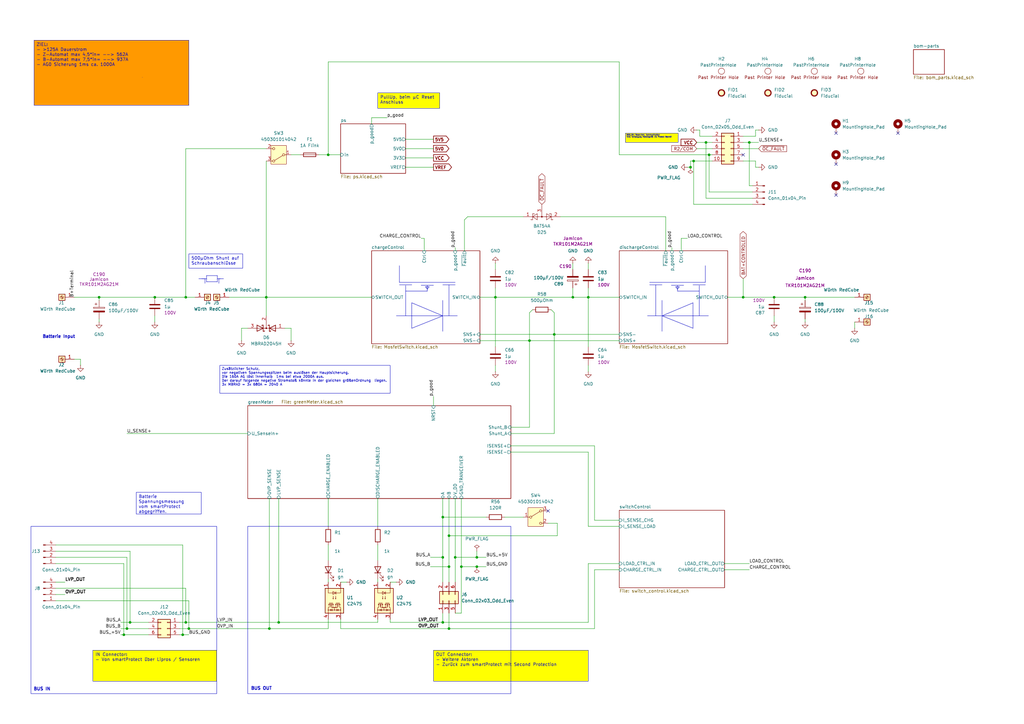
<source format=kicad_sch>
(kicad_sch
	(version 20250114)
	(generator "eeschema")
	(generator_version "9.0")
	(uuid "bf1f8167-8e29-49cc-a467-dd9cc2c77246")
	(paper "A3")
	(lib_symbols
		(symbol "Connector:Conn_01x04_Pin"
			(pin_names
				(offset 1.016)
				(hide yes)
			)
			(exclude_from_sim no)
			(in_bom yes)
			(on_board yes)
			(property "Reference" "J"
				(at 0 5.08 0)
				(effects
					(font
						(size 1.27 1.27)
					)
				)
			)
			(property "Value" "Conn_01x04_Pin"
				(at 0 -7.62 0)
				(effects
					(font
						(size 1.27 1.27)
					)
				)
			)
			(property "Footprint" ""
				(at 0 0 0)
				(effects
					(font
						(size 1.27 1.27)
					)
					(hide yes)
				)
			)
			(property "Datasheet" "~"
				(at 0 0 0)
				(effects
					(font
						(size 1.27 1.27)
					)
					(hide yes)
				)
			)
			(property "Description" "Generic connector, single row, 01x04, script generated"
				(at 0 0 0)
				(effects
					(font
						(size 1.27 1.27)
					)
					(hide yes)
				)
			)
			(property "ki_locked" ""
				(at 0 0 0)
				(effects
					(font
						(size 1.27 1.27)
					)
				)
			)
			(property "ki_keywords" "connector"
				(at 0 0 0)
				(effects
					(font
						(size 1.27 1.27)
					)
					(hide yes)
				)
			)
			(property "ki_fp_filters" "Connector*:*_1x??_*"
				(at 0 0 0)
				(effects
					(font
						(size 1.27 1.27)
					)
					(hide yes)
				)
			)
			(symbol "Conn_01x04_Pin_1_1"
				(rectangle
					(start 0.8636 2.667)
					(end 0 2.413)
					(stroke
						(width 0.1524)
						(type default)
					)
					(fill
						(type outline)
					)
				)
				(rectangle
					(start 0.8636 0.127)
					(end 0 -0.127)
					(stroke
						(width 0.1524)
						(type default)
					)
					(fill
						(type outline)
					)
				)
				(rectangle
					(start 0.8636 -2.413)
					(end 0 -2.667)
					(stroke
						(width 0.1524)
						(type default)
					)
					(fill
						(type outline)
					)
				)
				(rectangle
					(start 0.8636 -4.953)
					(end 0 -5.207)
					(stroke
						(width 0.1524)
						(type default)
					)
					(fill
						(type outline)
					)
				)
				(polyline
					(pts
						(xy 1.27 2.54) (xy 0.8636 2.54)
					)
					(stroke
						(width 0.1524)
						(type default)
					)
					(fill
						(type none)
					)
				)
				(polyline
					(pts
						(xy 1.27 0) (xy 0.8636 0)
					)
					(stroke
						(width 0.1524)
						(type default)
					)
					(fill
						(type none)
					)
				)
				(polyline
					(pts
						(xy 1.27 -2.54) (xy 0.8636 -2.54)
					)
					(stroke
						(width 0.1524)
						(type default)
					)
					(fill
						(type none)
					)
				)
				(polyline
					(pts
						(xy 1.27 -5.08) (xy 0.8636 -5.08)
					)
					(stroke
						(width 0.1524)
						(type default)
					)
					(fill
						(type none)
					)
				)
				(pin passive line
					(at 5.08 2.54 180)
					(length 3.81)
					(name "Pin_1"
						(effects
							(font
								(size 1.27 1.27)
							)
						)
					)
					(number "1"
						(effects
							(font
								(size 1.27 1.27)
							)
						)
					)
				)
				(pin passive line
					(at 5.08 0 180)
					(length 3.81)
					(name "Pin_2"
						(effects
							(font
								(size 1.27 1.27)
							)
						)
					)
					(number "2"
						(effects
							(font
								(size 1.27 1.27)
							)
						)
					)
				)
				(pin passive line
					(at 5.08 -2.54 180)
					(length 3.81)
					(name "Pin_3"
						(effects
							(font
								(size 1.27 1.27)
							)
						)
					)
					(number "3"
						(effects
							(font
								(size 1.27 1.27)
							)
						)
					)
				)
				(pin passive line
					(at 5.08 -5.08 180)
					(length 3.81)
					(name "Pin_4"
						(effects
							(font
								(size 1.27 1.27)
							)
						)
					)
					(number "4"
						(effects
							(font
								(size 1.27 1.27)
							)
						)
					)
				)
			)
			(embedded_fonts no)
		)
		(symbol "Connector:Screw_Terminal_01x01"
			(pin_names
				(offset 1.016)
				(hide yes)
			)
			(exclude_from_sim no)
			(in_bom yes)
			(on_board yes)
			(property "Reference" "J"
				(at 0 2.54 0)
				(effects
					(font
						(size 1.27 1.27)
					)
				)
			)
			(property "Value" "Screw_Terminal_01x01"
				(at 0 -2.54 0)
				(effects
					(font
						(size 1.27 1.27)
					)
				)
			)
			(property "Footprint" ""
				(at 0 0 0)
				(effects
					(font
						(size 1.27 1.27)
					)
					(hide yes)
				)
			)
			(property "Datasheet" "~"
				(at 0 0 0)
				(effects
					(font
						(size 1.27 1.27)
					)
					(hide yes)
				)
			)
			(property "Description" "Generic screw terminal, single row, 01x01, script generated (kicad-library-utils/schlib/autogen/connector/)"
				(at 0 0 0)
				(effects
					(font
						(size 1.27 1.27)
					)
					(hide yes)
				)
			)
			(property "ki_keywords" "screw terminal"
				(at 0 0 0)
				(effects
					(font
						(size 1.27 1.27)
					)
					(hide yes)
				)
			)
			(property "ki_fp_filters" "TerminalBlock*:*"
				(at 0 0 0)
				(effects
					(font
						(size 1.27 1.27)
					)
					(hide yes)
				)
			)
			(symbol "Screw_Terminal_01x01_1_1"
				(rectangle
					(start -1.27 1.27)
					(end 1.27 -1.27)
					(stroke
						(width 0.254)
						(type default)
					)
					(fill
						(type background)
					)
				)
				(polyline
					(pts
						(xy -0.5334 0.3302) (xy 0.3302 -0.508)
					)
					(stroke
						(width 0.1524)
						(type default)
					)
					(fill
						(type none)
					)
				)
				(polyline
					(pts
						(xy -0.3556 0.508) (xy 0.508 -0.3302)
					)
					(stroke
						(width 0.1524)
						(type default)
					)
					(fill
						(type none)
					)
				)
				(circle
					(center 0 0)
					(radius 0.635)
					(stroke
						(width 0.1524)
						(type default)
					)
					(fill
						(type none)
					)
				)
				(pin passive line
					(at -5.08 0 0)
					(length 3.81)
					(name "Pin_1"
						(effects
							(font
								(size 1.27 1.27)
							)
						)
					)
					(number "1"
						(effects
							(font
								(size 1.27 1.27)
							)
						)
					)
				)
			)
			(embedded_fonts no)
		)
		(symbol "Connector_Generic:Conn_02x03_Odd_Even"
			(pin_names
				(offset 1.016)
				(hide yes)
			)
			(exclude_from_sim no)
			(in_bom yes)
			(on_board yes)
			(property "Reference" "J"
				(at 1.27 5.08 0)
				(effects
					(font
						(size 1.27 1.27)
					)
				)
			)
			(property "Value" "Conn_02x03_Odd_Even"
				(at 1.27 -5.08 0)
				(effects
					(font
						(size 1.27 1.27)
					)
				)
			)
			(property "Footprint" ""
				(at 0 0 0)
				(effects
					(font
						(size 1.27 1.27)
					)
					(hide yes)
				)
			)
			(property "Datasheet" "~"
				(at 0 0 0)
				(effects
					(font
						(size 1.27 1.27)
					)
					(hide yes)
				)
			)
			(property "Description" "Generic connector, double row, 02x03, odd/even pin numbering scheme (row 1 odd numbers, row 2 even numbers), script generated (kicad-library-utils/schlib/autogen/connector/)"
				(at 0 0 0)
				(effects
					(font
						(size 1.27 1.27)
					)
					(hide yes)
				)
			)
			(property "ki_keywords" "connector"
				(at 0 0 0)
				(effects
					(font
						(size 1.27 1.27)
					)
					(hide yes)
				)
			)
			(property "ki_fp_filters" "Connector*:*_2x??_*"
				(at 0 0 0)
				(effects
					(font
						(size 1.27 1.27)
					)
					(hide yes)
				)
			)
			(symbol "Conn_02x03_Odd_Even_1_1"
				(rectangle
					(start -1.27 3.81)
					(end 3.81 -3.81)
					(stroke
						(width 0.254)
						(type default)
					)
					(fill
						(type background)
					)
				)
				(rectangle
					(start -1.27 2.667)
					(end 0 2.413)
					(stroke
						(width 0.1524)
						(type default)
					)
					(fill
						(type none)
					)
				)
				(rectangle
					(start -1.27 0.127)
					(end 0 -0.127)
					(stroke
						(width 0.1524)
						(type default)
					)
					(fill
						(type none)
					)
				)
				(rectangle
					(start -1.27 -2.413)
					(end 0 -2.667)
					(stroke
						(width 0.1524)
						(type default)
					)
					(fill
						(type none)
					)
				)
				(rectangle
					(start 3.81 2.667)
					(end 2.54 2.413)
					(stroke
						(width 0.1524)
						(type default)
					)
					(fill
						(type none)
					)
				)
				(rectangle
					(start 3.81 0.127)
					(end 2.54 -0.127)
					(stroke
						(width 0.1524)
						(type default)
					)
					(fill
						(type none)
					)
				)
				(rectangle
					(start 3.81 -2.413)
					(end 2.54 -2.667)
					(stroke
						(width 0.1524)
						(type default)
					)
					(fill
						(type none)
					)
				)
				(pin passive line
					(at -5.08 2.54 0)
					(length 3.81)
					(name "Pin_1"
						(effects
							(font
								(size 1.27 1.27)
							)
						)
					)
					(number "1"
						(effects
							(font
								(size 1.27 1.27)
							)
						)
					)
				)
				(pin passive line
					(at -5.08 0 0)
					(length 3.81)
					(name "Pin_3"
						(effects
							(font
								(size 1.27 1.27)
							)
						)
					)
					(number "3"
						(effects
							(font
								(size 1.27 1.27)
							)
						)
					)
				)
				(pin passive line
					(at -5.08 -2.54 0)
					(length 3.81)
					(name "Pin_5"
						(effects
							(font
								(size 1.27 1.27)
							)
						)
					)
					(number "5"
						(effects
							(font
								(size 1.27 1.27)
							)
						)
					)
				)
				(pin passive line
					(at 7.62 2.54 180)
					(length 3.81)
					(name "Pin_2"
						(effects
							(font
								(size 1.27 1.27)
							)
						)
					)
					(number "2"
						(effects
							(font
								(size 1.27 1.27)
							)
						)
					)
				)
				(pin passive line
					(at 7.62 0 180)
					(length 3.81)
					(name "Pin_4"
						(effects
							(font
								(size 1.27 1.27)
							)
						)
					)
					(number "4"
						(effects
							(font
								(size 1.27 1.27)
							)
						)
					)
				)
				(pin passive line
					(at 7.62 -2.54 180)
					(length 3.81)
					(name "Pin_6"
						(effects
							(font
								(size 1.27 1.27)
							)
						)
					)
					(number "6"
						(effects
							(font
								(size 1.27 1.27)
							)
						)
					)
				)
			)
			(embedded_fonts no)
		)
		(symbol "Connector_Generic:Conn_02x05_Odd_Even"
			(pin_names
				(offset 1.016)
				(hide yes)
			)
			(exclude_from_sim no)
			(in_bom yes)
			(on_board yes)
			(property "Reference" "J"
				(at 1.27 7.62 0)
				(effects
					(font
						(size 1.27 1.27)
					)
				)
			)
			(property "Value" "Conn_02x05_Odd_Even"
				(at 1.27 -7.62 0)
				(effects
					(font
						(size 1.27 1.27)
					)
				)
			)
			(property "Footprint" ""
				(at 0 0 0)
				(effects
					(font
						(size 1.27 1.27)
					)
					(hide yes)
				)
			)
			(property "Datasheet" "~"
				(at 0 0 0)
				(effects
					(font
						(size 1.27 1.27)
					)
					(hide yes)
				)
			)
			(property "Description" "Generic connector, double row, 02x05, odd/even pin numbering scheme (row 1 odd numbers, row 2 even numbers), script generated (kicad-library-utils/schlib/autogen/connector/)"
				(at 0 0 0)
				(effects
					(font
						(size 1.27 1.27)
					)
					(hide yes)
				)
			)
			(property "ki_keywords" "connector"
				(at 0 0 0)
				(effects
					(font
						(size 1.27 1.27)
					)
					(hide yes)
				)
			)
			(property "ki_fp_filters" "Connector*:*_2x??_*"
				(at 0 0 0)
				(effects
					(font
						(size 1.27 1.27)
					)
					(hide yes)
				)
			)
			(symbol "Conn_02x05_Odd_Even_1_1"
				(rectangle
					(start -1.27 6.35)
					(end 3.81 -6.35)
					(stroke
						(width 0.254)
						(type default)
					)
					(fill
						(type background)
					)
				)
				(rectangle
					(start -1.27 5.207)
					(end 0 4.953)
					(stroke
						(width 0.1524)
						(type default)
					)
					(fill
						(type none)
					)
				)
				(rectangle
					(start -1.27 2.667)
					(end 0 2.413)
					(stroke
						(width 0.1524)
						(type default)
					)
					(fill
						(type none)
					)
				)
				(rectangle
					(start -1.27 0.127)
					(end 0 -0.127)
					(stroke
						(width 0.1524)
						(type default)
					)
					(fill
						(type none)
					)
				)
				(rectangle
					(start -1.27 -2.413)
					(end 0 -2.667)
					(stroke
						(width 0.1524)
						(type default)
					)
					(fill
						(type none)
					)
				)
				(rectangle
					(start -1.27 -4.953)
					(end 0 -5.207)
					(stroke
						(width 0.1524)
						(type default)
					)
					(fill
						(type none)
					)
				)
				(rectangle
					(start 3.81 5.207)
					(end 2.54 4.953)
					(stroke
						(width 0.1524)
						(type default)
					)
					(fill
						(type none)
					)
				)
				(rectangle
					(start 3.81 2.667)
					(end 2.54 2.413)
					(stroke
						(width 0.1524)
						(type default)
					)
					(fill
						(type none)
					)
				)
				(rectangle
					(start 3.81 0.127)
					(end 2.54 -0.127)
					(stroke
						(width 0.1524)
						(type default)
					)
					(fill
						(type none)
					)
				)
				(rectangle
					(start 3.81 -2.413)
					(end 2.54 -2.667)
					(stroke
						(width 0.1524)
						(type default)
					)
					(fill
						(type none)
					)
				)
				(rectangle
					(start 3.81 -4.953)
					(end 2.54 -5.207)
					(stroke
						(width 0.1524)
						(type default)
					)
					(fill
						(type none)
					)
				)
				(pin passive line
					(at -5.08 5.08 0)
					(length 3.81)
					(name "Pin_1"
						(effects
							(font
								(size 1.27 1.27)
							)
						)
					)
					(number "1"
						(effects
							(font
								(size 1.27 1.27)
							)
						)
					)
				)
				(pin passive line
					(at -5.08 2.54 0)
					(length 3.81)
					(name "Pin_3"
						(effects
							(font
								(size 1.27 1.27)
							)
						)
					)
					(number "3"
						(effects
							(font
								(size 1.27 1.27)
							)
						)
					)
				)
				(pin passive line
					(at -5.08 0 0)
					(length 3.81)
					(name "Pin_5"
						(effects
							(font
								(size 1.27 1.27)
							)
						)
					)
					(number "5"
						(effects
							(font
								(size 1.27 1.27)
							)
						)
					)
				)
				(pin passive line
					(at -5.08 -2.54 0)
					(length 3.81)
					(name "Pin_7"
						(effects
							(font
								(size 1.27 1.27)
							)
						)
					)
					(number "7"
						(effects
							(font
								(size 1.27 1.27)
							)
						)
					)
				)
				(pin passive line
					(at -5.08 -5.08 0)
					(length 3.81)
					(name "Pin_9"
						(effects
							(font
								(size 1.27 1.27)
							)
						)
					)
					(number "9"
						(effects
							(font
								(size 1.27 1.27)
							)
						)
					)
				)
				(pin passive line
					(at 7.62 5.08 180)
					(length 3.81)
					(name "Pin_2"
						(effects
							(font
								(size 1.27 1.27)
							)
						)
					)
					(number "2"
						(effects
							(font
								(size 1.27 1.27)
							)
						)
					)
				)
				(pin passive line
					(at 7.62 2.54 180)
					(length 3.81)
					(name "Pin_4"
						(effects
							(font
								(size 1.27 1.27)
							)
						)
					)
					(number "4"
						(effects
							(font
								(size 1.27 1.27)
							)
						)
					)
				)
				(pin passive line
					(at 7.62 0 180)
					(length 3.81)
					(name "Pin_6"
						(effects
							(font
								(size 1.27 1.27)
							)
						)
					)
					(number "6"
						(effects
							(font
								(size 1.27 1.27)
							)
						)
					)
				)
				(pin passive line
					(at 7.62 -2.54 180)
					(length 3.81)
					(name "Pin_8"
						(effects
							(font
								(size 1.27 1.27)
							)
						)
					)
					(number "8"
						(effects
							(font
								(size 1.27 1.27)
							)
						)
					)
				)
				(pin passive line
					(at 7.62 -5.08 180)
					(length 3.81)
					(name "Pin_10"
						(effects
							(font
								(size 1.27 1.27)
							)
						)
					)
					(number "10"
						(effects
							(font
								(size 1.27 1.27)
							)
						)
					)
				)
			)
			(embedded_fonts no)
		)
		(symbol "Device:C"
			(pin_numbers
				(hide yes)
			)
			(pin_names
				(offset 0.254)
			)
			(exclude_from_sim no)
			(in_bom yes)
			(on_board yes)
			(property "Reference" "C"
				(at 0.635 2.54 0)
				(effects
					(font
						(size 1.27 1.27)
					)
					(justify left)
				)
			)
			(property "Value" "C"
				(at 0.635 -2.54 0)
				(effects
					(font
						(size 1.27 1.27)
					)
					(justify left)
				)
			)
			(property "Footprint" ""
				(at 0.9652 -3.81 0)
				(effects
					(font
						(size 1.27 1.27)
					)
					(hide yes)
				)
			)
			(property "Datasheet" "~"
				(at 0 0 0)
				(effects
					(font
						(size 1.27 1.27)
					)
					(hide yes)
				)
			)
			(property "Description" "Unpolarized capacitor"
				(at 0 0 0)
				(effects
					(font
						(size 1.27 1.27)
					)
					(hide yes)
				)
			)
			(property "ki_keywords" "cap capacitor"
				(at 0 0 0)
				(effects
					(font
						(size 1.27 1.27)
					)
					(hide yes)
				)
			)
			(property "ki_fp_filters" "C_*"
				(at 0 0 0)
				(effects
					(font
						(size 1.27 1.27)
					)
					(hide yes)
				)
			)
			(symbol "C_0_1"
				(polyline
					(pts
						(xy -2.032 0.762) (xy 2.032 0.762)
					)
					(stroke
						(width 0.508)
						(type default)
					)
					(fill
						(type none)
					)
				)
				(polyline
					(pts
						(xy -2.032 -0.762) (xy 2.032 -0.762)
					)
					(stroke
						(width 0.508)
						(type default)
					)
					(fill
						(type none)
					)
				)
			)
			(symbol "C_1_1"
				(pin passive line
					(at 0 3.81 270)
					(length 2.794)
					(name "~"
						(effects
							(font
								(size 1.27 1.27)
							)
						)
					)
					(number "1"
						(effects
							(font
								(size 1.27 1.27)
							)
						)
					)
				)
				(pin passive line
					(at 0 -3.81 90)
					(length 2.794)
					(name "~"
						(effects
							(font
								(size 1.27 1.27)
							)
						)
					)
					(number "2"
						(effects
							(font
								(size 1.27 1.27)
							)
						)
					)
				)
			)
			(embedded_fonts no)
		)
		(symbol "Device:C_Polarized"
			(pin_numbers
				(hide yes)
			)
			(pin_names
				(offset 0.254)
			)
			(exclude_from_sim no)
			(in_bom yes)
			(on_board yes)
			(property "Reference" "C"
				(at 0.635 2.54 0)
				(effects
					(font
						(size 1.27 1.27)
					)
					(justify left)
				)
			)
			(property "Value" "C_Polarized"
				(at 0.635 -2.54 0)
				(effects
					(font
						(size 1.27 1.27)
					)
					(justify left)
				)
			)
			(property "Footprint" ""
				(at 0.9652 -3.81 0)
				(effects
					(font
						(size 1.27 1.27)
					)
					(hide yes)
				)
			)
			(property "Datasheet" "~"
				(at 0 0 0)
				(effects
					(font
						(size 1.27 1.27)
					)
					(hide yes)
				)
			)
			(property "Description" "Polarized capacitor"
				(at 0 0 0)
				(effects
					(font
						(size 1.27 1.27)
					)
					(hide yes)
				)
			)
			(property "ki_keywords" "cap capacitor"
				(at 0 0 0)
				(effects
					(font
						(size 1.27 1.27)
					)
					(hide yes)
				)
			)
			(property "ki_fp_filters" "CP_*"
				(at 0 0 0)
				(effects
					(font
						(size 1.27 1.27)
					)
					(hide yes)
				)
			)
			(symbol "C_Polarized_0_1"
				(rectangle
					(start -2.286 0.508)
					(end 2.286 1.016)
					(stroke
						(width 0)
						(type default)
					)
					(fill
						(type none)
					)
				)
				(polyline
					(pts
						(xy -1.778 2.286) (xy -0.762 2.286)
					)
					(stroke
						(width 0)
						(type default)
					)
					(fill
						(type none)
					)
				)
				(polyline
					(pts
						(xy -1.27 2.794) (xy -1.27 1.778)
					)
					(stroke
						(width 0)
						(type default)
					)
					(fill
						(type none)
					)
				)
				(rectangle
					(start 2.286 -0.508)
					(end -2.286 -1.016)
					(stroke
						(width 0)
						(type default)
					)
					(fill
						(type outline)
					)
				)
			)
			(symbol "C_Polarized_1_1"
				(pin passive line
					(at 0 3.81 270)
					(length 2.794)
					(name "~"
						(effects
							(font
								(size 1.27 1.27)
							)
						)
					)
					(number "1"
						(effects
							(font
								(size 1.27 1.27)
							)
						)
					)
				)
				(pin passive line
					(at 0 -3.81 90)
					(length 2.794)
					(name "~"
						(effects
							(font
								(size 1.27 1.27)
							)
						)
					)
					(number "2"
						(effects
							(font
								(size 1.27 1.27)
							)
						)
					)
				)
			)
			(embedded_fonts no)
		)
		(symbol "Device:D_Schottky_Dual_CommonCathode_AKA"
			(pin_names
				(offset 0.762)
				(hide yes)
			)
			(exclude_from_sim no)
			(in_bom yes)
			(on_board yes)
			(property "Reference" "D"
				(at 1.27 -2.54 0)
				(effects
					(font
						(size 1.27 1.27)
					)
				)
			)
			(property "Value" "D_Schottky_Dual_CommonCathode_AKA"
				(at 0 2.54 0)
				(effects
					(font
						(size 1.27 1.27)
					)
				)
			)
			(property "Footprint" ""
				(at 0 0 0)
				(effects
					(font
						(size 1.27 1.27)
					)
					(hide yes)
				)
			)
			(property "Datasheet" "~"
				(at 0 0 0)
				(effects
					(font
						(size 1.27 1.27)
					)
					(hide yes)
				)
			)
			(property "Description" "Dual Schottky diode, common cathode on pin 2"
				(at 0 0 0)
				(effects
					(font
						(size 1.27 1.27)
					)
					(hide yes)
				)
			)
			(property "ki_keywords" "diode"
				(at 0 0 0)
				(effects
					(font
						(size 1.27 1.27)
					)
					(hide yes)
				)
			)
			(symbol "D_Schottky_Dual_CommonCathode_AKA_0_1"
				(polyline
					(pts
						(xy -3.81 1.27) (xy -1.27 0) (xy -3.81 -1.27) (xy -3.81 1.27) (xy -3.81 1.27) (xy -3.81 1.27)
					)
					(stroke
						(width 0.254)
						(type default)
					)
					(fill
						(type none)
					)
				)
				(polyline
					(pts
						(xy -1.778 1.016) (xy -1.778 1.27) (xy -1.27 1.27) (xy -1.27 1.27) (xy -1.27 1.27)
					)
					(stroke
						(width 0.254)
						(type default)
					)
					(fill
						(type none)
					)
				)
				(polyline
					(pts
						(xy -1.27 -1.27) (xy -1.27 1.27) (xy -1.27 1.27)
					)
					(stroke
						(width 0.254)
						(type default)
					)
					(fill
						(type none)
					)
				)
				(polyline
					(pts
						(xy -1.27 -1.27) (xy -0.762 -1.27) (xy -0.762 -1.016) (xy -0.762 -1.016)
					)
					(stroke
						(width 0.254)
						(type default)
					)
					(fill
						(type none)
					)
				)
				(polyline
					(pts
						(xy 0 0) (xy 0 -2.54)
					)
					(stroke
						(width 0)
						(type default)
					)
					(fill
						(type none)
					)
				)
				(circle
					(center 0 0)
					(radius 0.254)
					(stroke
						(width 0)
						(type default)
					)
					(fill
						(type outline)
					)
				)
				(polyline
					(pts
						(xy 1.27 1.27) (xy 0.762 1.27) (xy 0.762 1.016) (xy 0.762 1.016)
					)
					(stroke
						(width 0.254)
						(type default)
					)
					(fill
						(type none)
					)
				)
				(polyline
					(pts
						(xy 1.27 -1.27) (xy 1.27 1.27) (xy 1.27 1.27)
					)
					(stroke
						(width 0.254)
						(type default)
					)
					(fill
						(type none)
					)
				)
				(polyline
					(pts
						(xy 1.27 -1.27) (xy 1.778 -1.27) (xy 1.778 -1.016) (xy 1.778 -1.016)
					)
					(stroke
						(width 0.254)
						(type default)
					)
					(fill
						(type none)
					)
				)
				(polyline
					(pts
						(xy 3.81 0) (xy -3.81 0)
					)
					(stroke
						(width 0)
						(type default)
					)
					(fill
						(type none)
					)
				)
				(polyline
					(pts
						(xy 3.81 -1.27) (xy 1.27 0) (xy 3.81 1.27) (xy 3.81 -1.27) (xy 3.81 -1.27) (xy 3.81 -1.27)
					)
					(stroke
						(width 0.254)
						(type default)
					)
					(fill
						(type none)
					)
				)
				(pin passive line
					(at -7.62 0 0)
					(length 3.81)
					(name "A"
						(effects
							(font
								(size 1.27 1.27)
							)
						)
					)
					(number "1"
						(effects
							(font
								(size 1.27 1.27)
							)
						)
					)
				)
				(pin passive line
					(at 0 -5.08 90)
					(length 2.54)
					(name "K"
						(effects
							(font
								(size 1.27 1.27)
							)
						)
					)
					(number "2"
						(effects
							(font
								(size 1.27 1.27)
							)
						)
					)
				)
				(pin passive line
					(at 7.62 0 180)
					(length 3.81)
					(name "A"
						(effects
							(font
								(size 1.27 1.27)
							)
						)
					)
					(number "3"
						(effects
							(font
								(size 1.27 1.27)
							)
						)
					)
				)
			)
			(embedded_fonts no)
		)
		(symbol "Device:Fuse"
			(pin_numbers
				(hide yes)
			)
			(pin_names
				(offset 0)
			)
			(exclude_from_sim no)
			(in_bom yes)
			(on_board yes)
			(property "Reference" "F"
				(at 2.032 0 90)
				(effects
					(font
						(size 1.27 1.27)
					)
				)
			)
			(property "Value" "Fuse"
				(at -1.905 0 90)
				(effects
					(font
						(size 1.27 1.27)
					)
				)
			)
			(property "Footprint" ""
				(at -1.778 0 90)
				(effects
					(font
						(size 1.27 1.27)
					)
					(hide yes)
				)
			)
			(property "Datasheet" "~"
				(at 0 0 0)
				(effects
					(font
						(size 1.27 1.27)
					)
					(hide yes)
				)
			)
			(property "Description" "Fuse"
				(at 0 0 0)
				(effects
					(font
						(size 1.27 1.27)
					)
					(hide yes)
				)
			)
			(property "ki_keywords" "fuse"
				(at 0 0 0)
				(effects
					(font
						(size 1.27 1.27)
					)
					(hide yes)
				)
			)
			(property "ki_fp_filters" "*Fuse*"
				(at 0 0 0)
				(effects
					(font
						(size 1.27 1.27)
					)
					(hide yes)
				)
			)
			(symbol "Fuse_0_1"
				(rectangle
					(start -0.762 -2.54)
					(end 0.762 2.54)
					(stroke
						(width 0.254)
						(type default)
					)
					(fill
						(type none)
					)
				)
				(polyline
					(pts
						(xy 0 2.54) (xy 0 -2.54)
					)
					(stroke
						(width 0)
						(type default)
					)
					(fill
						(type none)
					)
				)
			)
			(symbol "Fuse_1_1"
				(pin passive line
					(at 0 3.81 270)
					(length 1.27)
					(name "~"
						(effects
							(font
								(size 1.27 1.27)
							)
						)
					)
					(number "1"
						(effects
							(font
								(size 1.27 1.27)
							)
						)
					)
				)
				(pin passive line
					(at 0 -3.81 90)
					(length 1.27)
					(name "~"
						(effects
							(font
								(size 1.27 1.27)
							)
						)
					)
					(number "2"
						(effects
							(font
								(size 1.27 1.27)
							)
						)
					)
				)
			)
			(embedded_fonts no)
		)
		(symbol "Device:LED"
			(pin_numbers
				(hide yes)
			)
			(pin_names
				(offset 1.016)
				(hide yes)
			)
			(exclude_from_sim no)
			(in_bom yes)
			(on_board yes)
			(property "Reference" "D"
				(at 0 2.54 0)
				(effects
					(font
						(size 1.27 1.27)
					)
				)
			)
			(property "Value" "LED"
				(at 0 -2.54 0)
				(effects
					(font
						(size 1.27 1.27)
					)
				)
			)
			(property "Footprint" ""
				(at 0 0 0)
				(effects
					(font
						(size 1.27 1.27)
					)
					(hide yes)
				)
			)
			(property "Datasheet" "~"
				(at 0 0 0)
				(effects
					(font
						(size 1.27 1.27)
					)
					(hide yes)
				)
			)
			(property "Description" "Light emitting diode"
				(at 0 0 0)
				(effects
					(font
						(size 1.27 1.27)
					)
					(hide yes)
				)
			)
			(property "Sim.Pins" "1=K 2=A"
				(at 0 0 0)
				(effects
					(font
						(size 1.27 1.27)
					)
					(hide yes)
				)
			)
			(property "ki_keywords" "LED diode"
				(at 0 0 0)
				(effects
					(font
						(size 1.27 1.27)
					)
					(hide yes)
				)
			)
			(property "ki_fp_filters" "LED* LED_SMD:* LED_THT:*"
				(at 0 0 0)
				(effects
					(font
						(size 1.27 1.27)
					)
					(hide yes)
				)
			)
			(symbol "LED_0_1"
				(polyline
					(pts
						(xy -3.048 -0.762) (xy -4.572 -2.286) (xy -3.81 -2.286) (xy -4.572 -2.286) (xy -4.572 -1.524)
					)
					(stroke
						(width 0)
						(type default)
					)
					(fill
						(type none)
					)
				)
				(polyline
					(pts
						(xy -1.778 -0.762) (xy -3.302 -2.286) (xy -2.54 -2.286) (xy -3.302 -2.286) (xy -3.302 -1.524)
					)
					(stroke
						(width 0)
						(type default)
					)
					(fill
						(type none)
					)
				)
				(polyline
					(pts
						(xy -1.27 0) (xy 1.27 0)
					)
					(stroke
						(width 0)
						(type default)
					)
					(fill
						(type none)
					)
				)
				(polyline
					(pts
						(xy -1.27 -1.27) (xy -1.27 1.27)
					)
					(stroke
						(width 0.254)
						(type default)
					)
					(fill
						(type none)
					)
				)
				(polyline
					(pts
						(xy 1.27 -1.27) (xy 1.27 1.27) (xy -1.27 0) (xy 1.27 -1.27)
					)
					(stroke
						(width 0.254)
						(type default)
					)
					(fill
						(type none)
					)
				)
			)
			(symbol "LED_1_1"
				(pin passive line
					(at -3.81 0 0)
					(length 2.54)
					(name "K"
						(effects
							(font
								(size 1.27 1.27)
							)
						)
					)
					(number "1"
						(effects
							(font
								(size 1.27 1.27)
							)
						)
					)
				)
				(pin passive line
					(at 3.81 0 180)
					(length 2.54)
					(name "A"
						(effects
							(font
								(size 1.27 1.27)
							)
						)
					)
					(number "2"
						(effects
							(font
								(size 1.27 1.27)
							)
						)
					)
				)
			)
			(embedded_fonts no)
		)
		(symbol "Device:R"
			(pin_numbers
				(hide yes)
			)
			(pin_names
				(offset 0)
			)
			(exclude_from_sim no)
			(in_bom yes)
			(on_board yes)
			(property "Reference" "R"
				(at 2.032 0 90)
				(effects
					(font
						(size 1.27 1.27)
					)
				)
			)
			(property "Value" "R"
				(at 0 0 90)
				(effects
					(font
						(size 1.27 1.27)
					)
				)
			)
			(property "Footprint" ""
				(at -1.778 0 90)
				(effects
					(font
						(size 1.27 1.27)
					)
					(hide yes)
				)
			)
			(property "Datasheet" "~"
				(at 0 0 0)
				(effects
					(font
						(size 1.27 1.27)
					)
					(hide yes)
				)
			)
			(property "Description" "Resistor"
				(at 0 0 0)
				(effects
					(font
						(size 1.27 1.27)
					)
					(hide yes)
				)
			)
			(property "ki_keywords" "R res resistor"
				(at 0 0 0)
				(effects
					(font
						(size 1.27 1.27)
					)
					(hide yes)
				)
			)
			(property "ki_fp_filters" "R_*"
				(at 0 0 0)
				(effects
					(font
						(size 1.27 1.27)
					)
					(hide yes)
				)
			)
			(symbol "R_0_1"
				(rectangle
					(start -1.016 -2.54)
					(end 1.016 2.54)
					(stroke
						(width 0.254)
						(type default)
					)
					(fill
						(type none)
					)
				)
			)
			(symbol "R_1_1"
				(pin passive line
					(at 0 3.81 270)
					(length 1.27)
					(name "~"
						(effects
							(font
								(size 1.27 1.27)
							)
						)
					)
					(number "1"
						(effects
							(font
								(size 1.27 1.27)
							)
						)
					)
				)
				(pin passive line
					(at 0 -3.81 90)
					(length 1.27)
					(name "~"
						(effects
							(font
								(size 1.27 1.27)
							)
						)
					)
					(number "2"
						(effects
							(font
								(size 1.27 1.27)
							)
						)
					)
				)
			)
			(embedded_fonts no)
		)
		(symbol "Diode:BAT54A"
			(pin_names
				(offset 1.016)
			)
			(exclude_from_sim no)
			(in_bom yes)
			(on_board yes)
			(property "Reference" "D"
				(at 0.635 -3.81 0)
				(effects
					(font
						(size 1.27 1.27)
					)
					(justify left)
				)
			)
			(property "Value" "BAT54A"
				(at -6.35 3.175 0)
				(effects
					(font
						(size 1.27 1.27)
					)
					(justify left)
				)
			)
			(property "Footprint" "Package_TO_SOT_SMD:SOT-23"
				(at 1.905 3.175 0)
				(effects
					(font
						(size 1.27 1.27)
					)
					(justify left)
					(hide yes)
				)
			)
			(property "Datasheet" "http://www.diodes.com/_files/datasheets/ds11005.pdf"
				(at -3.048 0 0)
				(effects
					(font
						(size 1.27 1.27)
					)
					(hide yes)
				)
			)
			(property "Description" "schottky barrier diode"
				(at 0 0 0)
				(effects
					(font
						(size 1.27 1.27)
					)
					(hide yes)
				)
			)
			(property "ki_keywords" "schottky diode"
				(at 0 0 0)
				(effects
					(font
						(size 1.27 1.27)
					)
					(hide yes)
				)
			)
			(property "ki_fp_filters" "SOT?23*"
				(at 0 0 0)
				(effects
					(font
						(size 1.27 1.27)
					)
					(hide yes)
				)
			)
			(symbol "BAT54A_0_1"
				(polyline
					(pts
						(xy -4.445 1.27) (xy -4.445 1.016)
					)
					(stroke
						(width 0)
						(type default)
					)
					(fill
						(type none)
					)
				)
				(polyline
					(pts
						(xy -3.81 1.27) (xy -4.445 1.27)
					)
					(stroke
						(width 0)
						(type default)
					)
					(fill
						(type none)
					)
				)
				(polyline
					(pts
						(xy -3.81 0) (xy -1.27 0)
					)
					(stroke
						(width 0)
						(type default)
					)
					(fill
						(type none)
					)
				)
				(polyline
					(pts
						(xy -3.81 -1.27) (xy -3.81 1.27)
					)
					(stroke
						(width 0)
						(type default)
					)
					(fill
						(type none)
					)
				)
				(polyline
					(pts
						(xy -3.81 -1.27) (xy -3.175 -1.27)
					)
					(stroke
						(width 0)
						(type default)
					)
					(fill
						(type none)
					)
				)
				(polyline
					(pts
						(xy -3.175 -1.27) (xy -3.175 -1.016)
					)
					(stroke
						(width 0)
						(type default)
					)
					(fill
						(type none)
					)
				)
				(polyline
					(pts
						(xy -1.905 1.27) (xy -1.905 -1.27) (xy -3.81 0) (xy -1.905 1.27)
					)
					(stroke
						(width 0)
						(type default)
					)
					(fill
						(type none)
					)
				)
				(polyline
					(pts
						(xy -1.905 0) (xy 1.905 0)
					)
					(stroke
						(width 0)
						(type default)
					)
					(fill
						(type none)
					)
				)
				(circle
					(center 0 0)
					(radius 0.254)
					(stroke
						(width 0)
						(type default)
					)
					(fill
						(type outline)
					)
				)
				(polyline
					(pts
						(xy 1.27 0) (xy 3.81 0)
					)
					(stroke
						(width 0)
						(type default)
					)
					(fill
						(type none)
					)
				)
				(polyline
					(pts
						(xy 1.905 1.27) (xy 1.905 -1.27) (xy 3.81 0) (xy 1.905 1.27)
					)
					(stroke
						(width 0)
						(type default)
					)
					(fill
						(type none)
					)
				)
				(polyline
					(pts
						(xy 3.175 -1.27) (xy 3.175 -1.016)
					)
					(stroke
						(width 0)
						(type default)
					)
					(fill
						(type none)
					)
				)
				(polyline
					(pts
						(xy 3.81 1.27) (xy 4.445 1.27)
					)
					(stroke
						(width 0)
						(type default)
					)
					(fill
						(type none)
					)
				)
				(polyline
					(pts
						(xy 3.81 -1.27) (xy 3.175 -1.27)
					)
					(stroke
						(width 0)
						(type default)
					)
					(fill
						(type none)
					)
				)
				(polyline
					(pts
						(xy 3.81 -1.27) (xy 3.81 1.27)
					)
					(stroke
						(width 0)
						(type default)
					)
					(fill
						(type none)
					)
				)
				(polyline
					(pts
						(xy 4.445 1.27) (xy 4.445 1.016)
					)
					(stroke
						(width 0)
						(type default)
					)
					(fill
						(type none)
					)
				)
			)
			(symbol "BAT54A_1_1"
				(pin passive line
					(at -7.62 0 0)
					(length 3.81)
					(name "~"
						(effects
							(font
								(size 1.27 1.27)
							)
						)
					)
					(number "1"
						(effects
							(font
								(size 1.27 1.27)
							)
						)
					)
				)
				(pin passive line
					(at 0 -5.08 90)
					(length 5.08)
					(name "~"
						(effects
							(font
								(size 1.27 1.27)
							)
						)
					)
					(number "3"
						(effects
							(font
								(size 1.27 1.27)
							)
						)
					)
				)
				(pin passive line
					(at 7.62 0 180)
					(length 3.81)
					(name "~"
						(effects
							(font
								(size 1.27 1.27)
							)
						)
					)
					(number "2"
						(effects
							(font
								(size 1.27 1.27)
							)
						)
					)
				)
			)
			(embedded_fonts no)
		)
		(symbol "Mechanical:Fiducial"
			(exclude_from_sim yes)
			(in_bom no)
			(on_board yes)
			(property "Reference" "FID"
				(at 0 5.08 0)
				(effects
					(font
						(size 1.27 1.27)
					)
				)
			)
			(property "Value" "Fiducial"
				(at 0 3.175 0)
				(effects
					(font
						(size 1.27 1.27)
					)
				)
			)
			(property "Footprint" ""
				(at 0 0 0)
				(effects
					(font
						(size 1.27 1.27)
					)
					(hide yes)
				)
			)
			(property "Datasheet" "~"
				(at 0 0 0)
				(effects
					(font
						(size 1.27 1.27)
					)
					(hide yes)
				)
			)
			(property "Description" "Fiducial Marker"
				(at 0 0 0)
				(effects
					(font
						(size 1.27 1.27)
					)
					(hide yes)
				)
			)
			(property "ki_keywords" "fiducial marker"
				(at 0 0 0)
				(effects
					(font
						(size 1.27 1.27)
					)
					(hide yes)
				)
			)
			(property "ki_fp_filters" "Fiducial*"
				(at 0 0 0)
				(effects
					(font
						(size 1.27 1.27)
					)
					(hide yes)
				)
			)
			(symbol "Fiducial_0_1"
				(circle
					(center 0 0)
					(radius 1.27)
					(stroke
						(width 0.508)
						(type default)
					)
					(fill
						(type background)
					)
				)
			)
			(embedded_fonts no)
		)
		(symbol "Mechanical:MountingHole_Pad"
			(pin_numbers
				(hide yes)
			)
			(pin_names
				(offset 1.016)
				(hide yes)
			)
			(exclude_from_sim yes)
			(in_bom no)
			(on_board yes)
			(property "Reference" "H"
				(at 0 6.35 0)
				(effects
					(font
						(size 1.27 1.27)
					)
				)
			)
			(property "Value" "MountingHole_Pad"
				(at 0 4.445 0)
				(effects
					(font
						(size 1.27 1.27)
					)
				)
			)
			(property "Footprint" ""
				(at 0 0 0)
				(effects
					(font
						(size 1.27 1.27)
					)
					(hide yes)
				)
			)
			(property "Datasheet" "~"
				(at 0 0 0)
				(effects
					(font
						(size 1.27 1.27)
					)
					(hide yes)
				)
			)
			(property "Description" "Mounting Hole with connection"
				(at 0 0 0)
				(effects
					(font
						(size 1.27 1.27)
					)
					(hide yes)
				)
			)
			(property "ki_keywords" "mounting hole"
				(at 0 0 0)
				(effects
					(font
						(size 1.27 1.27)
					)
					(hide yes)
				)
			)
			(property "ki_fp_filters" "MountingHole*Pad*"
				(at 0 0 0)
				(effects
					(font
						(size 1.27 1.27)
					)
					(hide yes)
				)
			)
			(symbol "MountingHole_Pad_0_1"
				(circle
					(center 0 1.27)
					(radius 1.27)
					(stroke
						(width 1.27)
						(type default)
					)
					(fill
						(type none)
					)
				)
			)
			(symbol "MountingHole_Pad_1_1"
				(pin input line
					(at 0 -2.54 90)
					(length 2.54)
					(name "1"
						(effects
							(font
								(size 1.27 1.27)
							)
						)
					)
					(number "1"
						(effects
							(font
								(size 1.27 1.27)
							)
						)
					)
				)
			)
			(embedded_fonts no)
		)
		(symbol "Relay_SolidState:ASSR-1218"
			(exclude_from_sim no)
			(in_bom yes)
			(on_board yes)
			(property "Reference" "U"
				(at -5.08 5.08 0)
				(effects
					(font
						(size 1.27 1.27)
					)
					(justify left)
				)
			)
			(property "Value" "ASSR-1218"
				(at 0 5.08 0)
				(effects
					(font
						(size 1.27 1.27)
					)
					(justify left)
				)
			)
			(property "Footprint" "Package_SO:SO-4_4.4x4.3mm_P2.54mm"
				(at -5.08 -5.08 0)
				(effects
					(font
						(size 1.27 1.27)
						(italic yes)
					)
					(justify left)
					(hide yes)
				)
			)
			(property "Datasheet" "https://docs.broadcom.com/docs/AV02-0173EN"
				(at 0 0 0)
				(effects
					(font
						(size 1.27 1.27)
					)
					(justify left)
					(hide yes)
				)
			)
			(property "Description" "Form A, Solid State Relay (Photo MOSFET) 60V, 0.2A, 10Ohm, SO-4"
				(at 0 0 0)
				(effects
					(font
						(size 1.27 1.27)
					)
					(hide yes)
				)
			)
			(property "ki_keywords" "MOSFET Output Photorelay 1-Form-A"
				(at 0 0 0)
				(effects
					(font
						(size 1.27 1.27)
					)
					(hide yes)
				)
			)
			(property "ki_fp_filters" "SO*4.4x4.3mm*P2.54mm*"
				(at 0 0 0)
				(effects
					(font
						(size 1.27 1.27)
					)
					(hide yes)
				)
			)
			(symbol "ASSR-1218_0_1"
				(rectangle
					(start -5.08 3.81)
					(end 5.08 -3.81)
					(stroke
						(width 0.254)
						(type default)
					)
					(fill
						(type background)
					)
				)
				(polyline
					(pts
						(xy -5.08 2.54) (xy -3.175 2.54) (xy -3.175 -2.54) (xy -5.08 -2.54)
					)
					(stroke
						(width 0)
						(type default)
					)
					(fill
						(type none)
					)
				)
				(polyline
					(pts
						(xy -3.81 -0.635) (xy -2.54 -0.635)
					)
					(stroke
						(width 0)
						(type default)
					)
					(fill
						(type none)
					)
				)
				(polyline
					(pts
						(xy -3.175 -0.635) (xy -3.81 0.635) (xy -2.54 0.635) (xy -3.175 -0.635)
					)
					(stroke
						(width 0)
						(type default)
					)
					(fill
						(type none)
					)
				)
				(polyline
					(pts
						(xy -1.905 0.508) (xy -0.635 0.508) (xy -1.016 0.381) (xy -1.016 0.635) (xy -0.635 0.508)
					)
					(stroke
						(width 0)
						(type default)
					)
					(fill
						(type none)
					)
				)
				(polyline
					(pts
						(xy -1.905 -0.508) (xy -0.635 -0.508) (xy -1.016 -0.635) (xy -1.016 -0.381) (xy -0.635 -0.508)
					)
					(stroke
						(width 0)
						(type default)
					)
					(fill
						(type none)
					)
				)
				(polyline
					(pts
						(xy 1.016 2.159) (xy 1.016 0.635)
					)
					(stroke
						(width 0.2032)
						(type default)
					)
					(fill
						(type none)
					)
				)
				(polyline
					(pts
						(xy 1.016 -0.635) (xy 1.016 -2.159)
					)
					(stroke
						(width 0.2032)
						(type default)
					)
					(fill
						(type none)
					)
				)
				(polyline
					(pts
						(xy 1.524 2.286) (xy 1.524 2.032) (xy 1.524 2.032)
					)
					(stroke
						(width 0.3556)
						(type default)
					)
					(fill
						(type none)
					)
				)
				(polyline
					(pts
						(xy 1.524 1.524) (xy 1.524 1.27) (xy 1.524 1.27)
					)
					(stroke
						(width 0.3556)
						(type default)
					)
					(fill
						(type none)
					)
				)
				(polyline
					(pts
						(xy 1.524 0.762) (xy 1.524 0.508) (xy 1.524 0.508)
					)
					(stroke
						(width 0.3556)
						(type default)
					)
					(fill
						(type none)
					)
				)
				(polyline
					(pts
						(xy 1.524 -0.508) (xy 1.524 -0.762)
					)
					(stroke
						(width 0.3556)
						(type default)
					)
					(fill
						(type none)
					)
				)
				(polyline
					(pts
						(xy 1.524 -1.27) (xy 1.524 -1.524) (xy 1.524 -1.524)
					)
					(stroke
						(width 0.3556)
						(type default)
					)
					(fill
						(type none)
					)
				)
				(polyline
					(pts
						(xy 1.524 -2.032) (xy 1.524 -2.286) (xy 1.524 -2.286)
					)
					(stroke
						(width 0.3556)
						(type default)
					)
					(fill
						(type none)
					)
				)
				(polyline
					(pts
						(xy 1.651 2.159) (xy 2.794 2.159) (xy 2.794 2.54) (xy 5.08 2.54)
					)
					(stroke
						(width 0)
						(type default)
					)
					(fill
						(type none)
					)
				)
				(polyline
					(pts
						(xy 1.651 1.397) (xy 2.794 1.397) (xy 2.794 0.635)
					)
					(stroke
						(width 0)
						(type default)
					)
					(fill
						(type none)
					)
				)
				(polyline
					(pts
						(xy 1.651 -0.635) (xy 2.794 -0.635) (xy 2.794 0.635) (xy 1.651 0.635)
					)
					(stroke
						(width 0)
						(type default)
					)
					(fill
						(type none)
					)
				)
				(polyline
					(pts
						(xy 1.651 -1.397) (xy 2.794 -1.397) (xy 2.794 -0.635)
					)
					(stroke
						(width 0)
						(type default)
					)
					(fill
						(type none)
					)
				)
				(polyline
					(pts
						(xy 1.651 -2.159) (xy 2.794 -2.159) (xy 2.794 -2.54) (xy 5.08 -2.54)
					)
					(stroke
						(width 0)
						(type default)
					)
					(fill
						(type none)
					)
				)
				(polyline
					(pts
						(xy 1.778 1.397) (xy 2.286 1.524) (xy 2.286 1.27) (xy 1.778 1.397)
					)
					(stroke
						(width 0)
						(type default)
					)
					(fill
						(type none)
					)
				)
				(polyline
					(pts
						(xy 1.778 -1.397) (xy 2.286 -1.27) (xy 2.286 -1.524) (xy 1.778 -1.397)
					)
					(stroke
						(width 0)
						(type default)
					)
					(fill
						(type none)
					)
				)
				(circle
					(center 2.794 0.635)
					(radius 0.127)
					(stroke
						(width 0)
						(type default)
					)
					(fill
						(type none)
					)
				)
				(polyline
					(pts
						(xy 2.794 0) (xy 3.81 0)
					)
					(stroke
						(width 0)
						(type default)
					)
					(fill
						(type none)
					)
				)
				(circle
					(center 2.794 0)
					(radius 0.127)
					(stroke
						(width 0)
						(type default)
					)
					(fill
						(type none)
					)
				)
				(circle
					(center 2.794 -0.635)
					(radius 0.127)
					(stroke
						(width 0)
						(type default)
					)
					(fill
						(type none)
					)
				)
				(polyline
					(pts
						(xy 3.429 1.651) (xy 4.191 1.651)
					)
					(stroke
						(width 0)
						(type default)
					)
					(fill
						(type none)
					)
				)
				(polyline
					(pts
						(xy 3.429 -1.651) (xy 4.191 -1.651)
					)
					(stroke
						(width 0)
						(type default)
					)
					(fill
						(type none)
					)
				)
				(circle
					(center 3.81 2.54)
					(radius 0.127)
					(stroke
						(width 0)
						(type default)
					)
					(fill
						(type none)
					)
				)
				(polyline
					(pts
						(xy 3.81 1.651) (xy 3.429 0.889) (xy 4.191 0.889) (xy 3.81 1.651)
					)
					(stroke
						(width 0)
						(type default)
					)
					(fill
						(type none)
					)
				)
				(circle
					(center 3.81 0)
					(radius 0.127)
					(stroke
						(width 0)
						(type default)
					)
					(fill
						(type none)
					)
				)
				(polyline
					(pts
						(xy 3.81 -1.651) (xy 3.429 -0.889) (xy 4.191 -0.889) (xy 3.81 -1.651)
					)
					(stroke
						(width 0)
						(type default)
					)
					(fill
						(type none)
					)
				)
				(polyline
					(pts
						(xy 3.81 -2.54) (xy 3.81 2.54)
					)
					(stroke
						(width 0)
						(type default)
					)
					(fill
						(type none)
					)
				)
				(circle
					(center 3.81 -2.54)
					(radius 0.127)
					(stroke
						(width 0)
						(type default)
					)
					(fill
						(type none)
					)
				)
			)
			(symbol "ASSR-1218_1_1"
				(pin passive line
					(at -7.62 2.54 0)
					(length 2.54)
					(name "~"
						(effects
							(font
								(size 1.27 1.27)
							)
						)
					)
					(number "1"
						(effects
							(font
								(size 1.27 1.27)
							)
						)
					)
				)
				(pin passive line
					(at -7.62 -2.54 0)
					(length 2.54)
					(name "~"
						(effects
							(font
								(size 1.27 1.27)
							)
						)
					)
					(number "2"
						(effects
							(font
								(size 1.27 1.27)
							)
						)
					)
				)
				(pin passive line
					(at 7.62 2.54 180)
					(length 2.54)
					(name "~"
						(effects
							(font
								(size 1.27 1.27)
							)
						)
					)
					(number "4"
						(effects
							(font
								(size 1.27 1.27)
							)
						)
					)
				)
				(pin passive line
					(at 7.62 -2.54 180)
					(length 2.54)
					(name "~"
						(effects
							(font
								(size 1.27 1.27)
							)
						)
					)
					(number "3"
						(effects
							(font
								(size 1.27 1.27)
							)
						)
					)
				)
			)
			(embedded_fonts no)
		)
		(symbol "Switch:SW_Wuerth_450301014042"
			(pin_names
				(offset 1)
				(hide yes)
			)
			(exclude_from_sim no)
			(in_bom yes)
			(on_board yes)
			(property "Reference" "SW"
				(at 0 5.08 0)
				(effects
					(font
						(size 1.27 1.27)
					)
				)
			)
			(property "Value" "SW_Wuerth_450301014042"
				(at 0 -5.08 0)
				(effects
					(font
						(size 1.27 1.27)
					)
				)
			)
			(property "Footprint" "Button_Switch_THT:SW_Slide-03_Wuerth-WS-SLTV_10x2.5x6.4_P2.54mm"
				(at 0 -10.16 0)
				(effects
					(font
						(size 1.27 1.27)
					)
					(hide yes)
				)
			)
			(property "Datasheet" "https://www.we-online.com/components/products/datasheet/450301014042.pdf"
				(at 0 -7.62 0)
				(effects
					(font
						(size 1.27 1.27)
					)
					(hide yes)
				)
			)
			(property "Description" "Switch slide, single pole double throw"
				(at 0 0 0)
				(effects
					(font
						(size 1.27 1.27)
					)
					(hide yes)
				)
			)
			(property "ki_keywords" "changeover single-pole opposite-side-connection double-throw spdt ON-ON"
				(at 0 0 0)
				(effects
					(font
						(size 1.27 1.27)
					)
					(hide yes)
				)
			)
			(property "ki_fp_filters" "SW*Wuerth*WS*SLTV*10x2.5x6.4*P2.54mm*"
				(at 0 0 0)
				(effects
					(font
						(size 1.27 1.27)
					)
					(hide yes)
				)
			)
			(symbol "SW_Wuerth_450301014042_0_1"
				(circle
					(center -2.032 0)
					(radius 0.4572)
					(stroke
						(width 0)
						(type default)
					)
					(fill
						(type none)
					)
				)
				(polyline
					(pts
						(xy -1.651 0.254) (xy 1.651 2.286)
					)
					(stroke
						(width 0)
						(type default)
					)
					(fill
						(type none)
					)
				)
				(circle
					(center 2.032 2.54)
					(radius 0.4572)
					(stroke
						(width 0)
						(type default)
					)
					(fill
						(type none)
					)
				)
				(circle
					(center 2.032 -2.54)
					(radius 0.4572)
					(stroke
						(width 0)
						(type default)
					)
					(fill
						(type none)
					)
				)
			)
			(symbol "SW_Wuerth_450301014042_1_1"
				(rectangle
					(start -3.175 3.81)
					(end 3.175 -3.81)
					(stroke
						(width 0)
						(type default)
					)
					(fill
						(type background)
					)
				)
				(pin passive line
					(at -5.08 0 0)
					(length 2.54)
					(name "B"
						(effects
							(font
								(size 1.27 1.27)
							)
						)
					)
					(number "1"
						(effects
							(font
								(size 1.27 1.27)
							)
						)
					)
				)
				(pin passive line
					(at 5.08 2.54 180)
					(length 2.54)
					(name "A"
						(effects
							(font
								(size 1.27 1.27)
							)
						)
					)
					(number "3"
						(effects
							(font
								(size 1.27 1.27)
							)
						)
					)
				)
				(pin passive line
					(at 5.08 -2.54 180)
					(length 2.54)
					(name "C"
						(effects
							(font
								(size 1.27 1.27)
							)
						)
					)
					(number "2"
						(effects
							(font
								(size 1.27 1.27)
							)
						)
					)
				)
			)
			(embedded_fonts no)
		)
		(symbol "myMounting:mounting_past_printer"
			(exclude_from_sim no)
			(in_bom no)
			(on_board yes)
			(property "Reference" "H"
				(at 0 0 0)
				(effects
					(font
						(size 1.27 1.27)
					)
				)
			)
			(property "Value" ""
				(at 0 0 0)
				(effects
					(font
						(size 1.27 1.27)
					)
				)
			)
			(property "Footprint" "myHoles:printer_mounting_holes_1mm"
				(at 0 0 0)
				(effects
					(font
						(size 1.27 1.27)
					)
					(hide yes)
				)
			)
			(property "Datasheet" ""
				(at 0 0 0)
				(effects
					(font
						(size 1.27 1.27)
					)
					(hide yes)
				)
			)
			(property "Description" ""
				(at 0 0 0)
				(effects
					(font
						(size 1.27 1.27)
					)
					(hide yes)
				)
			)
			(symbol "mounting_past_printer_0_1"
				(circle
					(center 0 0)
					(radius 1.27)
					(stroke
						(width 0)
						(type default)
					)
					(fill
						(type none)
					)
				)
			)
			(symbol "mounting_past_printer_1_1"
				(text "Past Printer Hole\n"
					(at -1.27 -2.54 0)
					(effects
						(font
							(size 1.27 1.27)
						)
					)
				)
			)
			(embedded_fonts no)
		)
		(symbol "power:GND"
			(power)
			(pin_numbers
				(hide yes)
			)
			(pin_names
				(offset 0)
				(hide yes)
			)
			(exclude_from_sim no)
			(in_bom yes)
			(on_board yes)
			(property "Reference" "#PWR"
				(at 0 -6.35 0)
				(effects
					(font
						(size 1.27 1.27)
					)
					(hide yes)
				)
			)
			(property "Value" "GND"
				(at 0 -3.81 0)
				(effects
					(font
						(size 1.27 1.27)
					)
				)
			)
			(property "Footprint" ""
				(at 0 0 0)
				(effects
					(font
						(size 1.27 1.27)
					)
					(hide yes)
				)
			)
			(property "Datasheet" ""
				(at 0 0 0)
				(effects
					(font
						(size 1.27 1.27)
					)
					(hide yes)
				)
			)
			(property "Description" "Power symbol creates a global label with name \"GND\" , ground"
				(at 0 0 0)
				(effects
					(font
						(size 1.27 1.27)
					)
					(hide yes)
				)
			)
			(property "ki_keywords" "global power"
				(at 0 0 0)
				(effects
					(font
						(size 1.27 1.27)
					)
					(hide yes)
				)
			)
			(symbol "GND_0_1"
				(polyline
					(pts
						(xy 0 0) (xy 0 -1.27) (xy 1.27 -1.27) (xy 0 -2.54) (xy -1.27 -1.27) (xy 0 -1.27)
					)
					(stroke
						(width 0)
						(type default)
					)
					(fill
						(type none)
					)
				)
			)
			(symbol "GND_1_1"
				(pin power_in line
					(at 0 0 270)
					(length 0)
					(name "~"
						(effects
							(font
								(size 1.27 1.27)
							)
						)
					)
					(number "1"
						(effects
							(font
								(size 1.27 1.27)
							)
						)
					)
				)
			)
			(embedded_fonts no)
		)
		(symbol "power:PWR_FLAG"
			(power)
			(pin_numbers
				(hide yes)
			)
			(pin_names
				(offset 0)
				(hide yes)
			)
			(exclude_from_sim no)
			(in_bom yes)
			(on_board yes)
			(property "Reference" "#FLG"
				(at 0 1.905 0)
				(effects
					(font
						(size 1.27 1.27)
					)
					(hide yes)
				)
			)
			(property "Value" "PWR_FLAG"
				(at 0 3.81 0)
				(effects
					(font
						(size 1.27 1.27)
					)
				)
			)
			(property "Footprint" ""
				(at 0 0 0)
				(effects
					(font
						(size 1.27 1.27)
					)
					(hide yes)
				)
			)
			(property "Datasheet" "~"
				(at 0 0 0)
				(effects
					(font
						(size 1.27 1.27)
					)
					(hide yes)
				)
			)
			(property "Description" "Special symbol for telling ERC where power comes from"
				(at 0 0 0)
				(effects
					(font
						(size 1.27 1.27)
					)
					(hide yes)
				)
			)
			(property "ki_keywords" "flag power"
				(at 0 0 0)
				(effects
					(font
						(size 1.27 1.27)
					)
					(hide yes)
				)
			)
			(symbol "PWR_FLAG_0_0"
				(pin power_out line
					(at 0 0 90)
					(length 0)
					(name "~"
						(effects
							(font
								(size 1.27 1.27)
							)
						)
					)
					(number "1"
						(effects
							(font
								(size 1.27 1.27)
							)
						)
					)
				)
			)
			(symbol "PWR_FLAG_0_1"
				(polyline
					(pts
						(xy 0 0) (xy 0 1.27) (xy -1.016 1.905) (xy 0 2.54) (xy 1.016 1.905) (xy 0 1.27)
					)
					(stroke
						(width 0)
						(type default)
					)
					(fill
						(type none)
					)
				)
			)
			(embedded_fonts no)
		)
	)
	(rectangle
		(start 101.6 215.9)
		(end 209.55 284.48)
		(stroke
			(width 0)
			(type default)
		)
		(fill
			(type none)
		)
		(uuid 850298ac-a063-417f-9435-f66bccdf823b)
	)
	(rectangle
		(start 12.7 215.9)
		(end 88.9 284.48)
		(stroke
			(width 0)
			(type default)
		)
		(fill
			(type none)
		)
		(uuid cf63cb3a-9eee-4975-a102-849d1c547225)
	)
	(text "BUS IN"
		(exclude_from_sim no)
		(at 13.716 283.464 0)
		(effects
			(font
				(size 1.27 1.27)
				(thickness 0.254)
				(bold yes)
			)
			(justify left bottom)
		)
		(uuid "136446c8-4f74-4b3c-959d-a42a5556ed4e")
	)
	(text "Batterie Input"
		(exclude_from_sim no)
		(at 24.13 138.176 0)
		(effects
			(font
				(size 1.27 1.27)
				(thickness 0.254)
				(bold yes)
			)
		)
		(uuid "8fb42ca2-5f05-451a-bcbc-8e2b950c0fd2")
	)
	(text "BUS OUT"
		(exclude_from_sim no)
		(at 102.87 283.21 0)
		(effects
			(font
				(size 1.27 1.27)
				(thickness 0.254)
				(bold yes)
			)
			(justify left bottom)
		)
		(uuid "9353200d-486c-4265-b7e3-1826a39658f3")
	)
	(text_box "Batterie Spannungsmessung\nvom smartProtect abgegriffen."
		(exclude_from_sim no)
		(at 55.88 201.93 0)
		(size 26.67 8.89)
		(margins 0.9525 0.9525 0.9525 0.9525)
		(stroke
			(width 0)
			(type default)
		)
		(fill
			(type none)
		)
		(effects
			(font
				(size 1.27 1.27)
			)
			(justify left top)
		)
		(uuid "01cccd26-2abf-449f-83fa-ad7fc57b30f9")
	)
	(text_box "IN Connector:\n- Von smartProtect über Lipros / Sensoren\n\n"
		(exclude_from_sim no)
		(at 38.1 266.7 0)
		(size 50.8 12.7)
		(margins 0.9525 0.9525 0.9525 0.9525)
		(stroke
			(width 0)
			(type default)
		)
		(fill
			(type color)
			(color 255 255 0 1)
		)
		(effects
			(font
				(size 1.27 1.27)
			)
			(justify left top)
		)
		(uuid "41a30109-5e66-4795-8642-3e645e3d3e64")
	)
	(text_box "BMS_OK: Reserviert, Kommunikation\nVCC: Versorgung Mastergerät via Protect Board? "
		(exclude_from_sim no)
		(at 256.54 54.61 0)
		(size 21.59 3.81)
		(margins 0.375 0.375 0.375 0.375)
		(stroke
			(width 0)
			(type default)
		)
		(fill
			(type color)
			(color 255 255 0 1)
		)
		(effects
			(font
				(size 0.5 0.5)
			)
			(justify left top)
		)
		(uuid "64d119dc-3a90-48b1-8c4c-c9ce2768d752")
	)
	(text_box "OUT Connector:\n- Weitere Aktoren\n- Zurück zum smartProtect mit Second Protection\n"
		(exclude_from_sim no)
		(at 177.8 266.7 0)
		(size 63.5 12.7)
		(margins 0.9525 0.9525 0.9525 0.9525)
		(stroke
			(width 0)
			(type default)
		)
		(fill
			(type color)
			(color 255 255 0 1)
		)
		(effects
			(font
				(size 1.27 1.27)
			)
			(justify left top)
		)
		(uuid "6c579540-6a80-472c-9223-bd719a421bc3")
	)
	(text_box "500µOhm Shunt auf \nSchraubanschlüsse"
		(exclude_from_sim no)
		(at 77.47 104.14 0)
		(size 22.098 5.842)
		(margins 0.9525 0.9525 0.9525 0.9525)
		(stroke
			(width 0)
			(type default)
		)
		(fill
			(type none)
		)
		(effects
			(font
				(size 1.27 1.27)
			)
			(justify left top)
		)
		(uuid "6d74accd-19d9-4370-b7f1-97049c8dda2e")
	)
	(text_box "Zusätzlicher Schutz, \nvor negativen Spannungsspitzen beim auslösen der Hauptsicherung.\nDie 160A AG löst innerhalb  1ms bei etwa 2000A aus. \nDer darauf folgende negative Stromstoß könnte in der gleichen größenOrdnung  liegen.\n3x MBRAD = 3x 680A = 2040 A  "
		(exclude_from_sim no)
		(at 90.17 149.86 0)
		(size 69.85 11.43)
		(margins 0.75 0.75 0.75 0.75)
		(stroke
			(width 0)
			(type default)
		)
		(fill
			(type none)
		)
		(effects
			(font
				(size 1 1)
			)
			(justify left top)
		)
		(uuid "7f14e57d-6151-4915-8cac-79f1796eda1f")
	)
	(text_box "ZIEL:\n- >125A Dauerstrom\n- Z-Automat max 4,5*in= --> 562A\n- B-Automat max 7,5*in= --> 937A\n- AG0 Sicherung 1ms ca. 1000A"
		(exclude_from_sim no)
		(at 13.97 16.51 0)
		(size 63.5 26.67)
		(margins 0.9525 0.9525 0.9525 0.9525)
		(stroke
			(width 0)
			(type default)
		)
		(fill
			(type color)
			(color 255 153 0 1)
		)
		(effects
			(font
				(size 1.27 1.27)
			)
			(justify left top)
		)
		(uuid "9753d98c-c394-468d-b2f9-e9d88948aa0f")
	)
	(text_box "PullUp, beim µC Reset Anschluss"
		(exclude_from_sim no)
		(at 154.94 38.1 0)
		(size 25.4 6.35)
		(margins 0.9525 0.9525 0.9525 0.9525)
		(stroke
			(width 0)
			(type solid)
		)
		(fill
			(type color)
			(color 255 255 0 1)
		)
		(effects
			(font
				(size 1.27 1.27)
			)
			(justify left top)
		)
		(uuid "db626048-c77e-485a-97cc-98752e0f4378")
	)
	(text_box ""
		(exclude_from_sim no)
		(at 58.42 31.75 0)
		(size 0 0)
		(margins 0.9525 0.9525 0.9525 0.9525)
		(stroke
			(width 0)
			(type default)
		)
		(fill
			(type color)
			(color 255 153 0 1)
		)
		(effects
			(font
				(size 1.27 1.27)
			)
			(justify left top)
		)
		(uuid "e3014389-9d15-4bd3-ab5c-528c4d258cc0")
	)
	(junction
		(at 227.33 137.16)
		(diameter 0)
		(color 0 0 0 0)
		(uuid "0183d4b9-643b-4595-b663-439c0c67b46a")
	)
	(junction
		(at 195.58 232.41)
		(diameter 0)
		(color 0 0 0 0)
		(uuid "01ef25e3-1aa9-44fe-903e-797f45fcd5d2")
	)
	(junction
		(at 330.2 121.92)
		(diameter 0)
		(color 0 0 0 0)
		(uuid "04876ec0-ab01-402f-9e08-2abe75855114")
	)
	(junction
		(at 76.2 121.92)
		(diameter 0)
		(color 0 0 0 0)
		(uuid "0be733e0-620d-4b30-ba9c-7e9aec93c0eb")
	)
	(junction
		(at 307.34 58.42)
		(diameter 0)
		(color 0 0 0 0)
		(uuid "1ef8064b-869d-486a-98dc-1684228bd5dc")
	)
	(junction
		(at 134.62 63.5)
		(diameter 0)
		(color 0 0 0 0)
		(uuid "2ad941fe-d63d-496e-b8c7-a3fbb1382a1e")
	)
	(junction
		(at 53.34 255.27)
		(diameter 0)
		(color 0 0 0 0)
		(uuid "2faeb461-3adc-4c30-9801-802bde8c2151")
	)
	(junction
		(at 77.47 257.81)
		(diameter 0)
		(color 0 0 0 0)
		(uuid "33fbbb57-87c9-41e3-a421-5ff535d8702c")
	)
	(junction
		(at 184.15 219.71)
		(diameter 0)
		(color 0 0 0 0)
		(uuid "3d19c551-c9f4-46d7-99b4-36301a9fcb18")
	)
	(junction
		(at 110.49 257.81)
		(diameter 0)
		(color 0 0 0 0)
		(uuid "4bb78399-e364-4153-9c05-2963e37d0e66")
	)
	(junction
		(at 40.64 121.92)
		(diameter 0)
		(color 0 0 0 0)
		(uuid "514727c9-be58-4a6d-aa3d-d25f0cf3d6c9")
	)
	(junction
		(at 50.8 260.35)
		(diameter 0)
		(color 0 0 0 0)
		(uuid "6297cd39-09c1-4dc3-a26b-79f42ef9a976")
	)
	(junction
		(at 63.5 121.92)
		(diameter 0)
		(color 0 0 0 0)
		(uuid "7179d82a-7cf7-4045-b7ba-709b86a81300")
	)
	(junction
		(at 195.58 228.6)
		(diameter 0)
		(color 0 0 0 0)
		(uuid "75dbdeba-a87b-4618-9ad0-8fdbf59a620c")
	)
	(junction
		(at 184.15 232.41)
		(diameter 0)
		(color 0 0 0 0)
		(uuid "7d21cd92-2354-4b96-bdc1-eb2c8973d10b")
	)
	(junction
		(at 217.17 139.7)
		(diameter 0)
		(color 0 0 0 0)
		(uuid "7fa27112-b97d-4bf4-8273-4291d14f36f5")
	)
	(junction
		(at 109.22 121.92)
		(diameter 0)
		(color 0 0 0 0)
		(uuid "87a907b7-9c8e-4af2-8895-449a82f2f1d2")
	)
	(junction
		(at 181.61 228.6)
		(diameter 0)
		(color 0 0 0 0)
		(uuid "91992f9c-19ac-45fd-b2b2-dadc39e1db97")
	)
	(junction
		(at 74.93 260.35)
		(diameter 0)
		(color 0 0 0 0)
		(uuid "94406287-d350-40f3-b51a-33a01448f227")
	)
	(junction
		(at 317.5 121.92)
		(diameter 0)
		(color 0 0 0 0)
		(uuid "998adf8c-c476-4d78-9612-ad1480149191")
	)
	(junction
		(at 284.48 66.04)
		(diameter 0)
		(color 0 0 0 0)
		(uuid "9dd46432-09ea-4041-8b3b-6020e0e7e62c")
	)
	(junction
		(at 203.2 121.92)
		(diameter 0)
		(color 0 0 0 0)
		(uuid "a09092b4-fca0-4ffb-a3e8-da8ff339a6e9")
	)
	(junction
		(at 52.07 257.81)
		(diameter 0)
		(color 0 0 0 0)
		(uuid "a5e03af3-afa2-43db-bdf4-a7dfffad1488")
	)
	(junction
		(at 184.15 257.81)
		(diameter 0)
		(color 0 0 0 0)
		(uuid "acd78bb9-fc83-48bb-b297-84abc70dca3b")
	)
	(junction
		(at 304.8 121.92)
		(diameter 0)
		(color 0 0 0 0)
		(uuid "b1fe0820-258e-409d-98c8-f46646d8e07c")
	)
	(junction
		(at 234.95 121.92)
		(diameter 0)
		(color 0 0 0 0)
		(uuid "b4615e3b-83fc-4182-b8cb-d68ad445b9a5")
	)
	(junction
		(at 76.2 255.27)
		(diameter 0)
		(color 0 0 0 0)
		(uuid "b92e62a0-53dc-4183-b431-1ce64db448c4")
	)
	(junction
		(at 289.56 58.42)
		(diameter 0)
		(color 0 0 0 0)
		(uuid "bd67c675-fd43-46c4-a69e-7c40c8516c93")
	)
	(junction
		(at 189.23 232.41)
		(diameter 0)
		(color 0 0 0 0)
		(uuid "be963d86-0fc0-43fb-9d9d-a001715db797")
	)
	(junction
		(at 241.3 121.92)
		(diameter 0)
		(color 0 0 0 0)
		(uuid "c6401c92-8da9-4fd2-a647-7f92ffd7a2af")
	)
	(junction
		(at 181.61 255.27)
		(diameter 0)
		(color 0 0 0 0)
		(uuid "d665e66a-183b-40df-97fb-08c143de4941")
	)
	(junction
		(at 283.21 68.58)
		(diameter 0)
		(color 0 0 0 0)
		(uuid "da5e2163-a6ab-45f2-8506-2a2631da5767")
	)
	(junction
		(at 181.61 212.09)
		(diameter 0)
		(color 0 0 0 0)
		(uuid "df56ce5b-b7f6-4f71-8c77-30e854f64c5b")
	)
	(junction
		(at 114.3 255.27)
		(diameter 0)
		(color 0 0 0 0)
		(uuid "e27e8857-912a-422e-af80-b3689c816208")
	)
	(junction
		(at 290.83 63.5)
		(diameter 0)
		(color 0 0 0 0)
		(uuid "ebffc4c4-60f4-492a-8f9c-f05cc4116c51")
	)
	(junction
		(at 186.69 228.6)
		(diameter 0)
		(color 0 0 0 0)
		(uuid "f4fa0951-0c93-453c-85ff-365a4741a62d")
	)
	(no_connect
		(at 342.9 80.01)
		(uuid "01953701-83c0-4d0a-bab5-e095697840ae")
	)
	(no_connect
		(at 368.3 54.61)
		(uuid "0bd87dd1-9286-43cd-831a-e08c0c6469d7")
	)
	(no_connect
		(at 342.9 67.31)
		(uuid "35893da4-b145-4cc9-9d9c-a8c9e7a87ae7")
	)
	(no_connect
		(at 342.9 54.61)
		(uuid "669bc8b9-38d2-4389-be8b-8ee14ff59e1c")
	)
	(no_connect
		(at 224.79 209.55)
		(uuid "7439cf3b-740b-4a0e-91b5-81fd31d8bbe3")
	)
	(no_connect
		(at 304.8 63.5)
		(uuid "f01ce836-64a4-42bf-b431-c5ae0ecd11f7")
	)
	(polyline
		(pts
			(xy 268.986 116.84) (xy 268.986 129.54)
		)
		(stroke
			(width 0)
			(type default)
		)
		(uuid "00d35c61-cf30-4675-860a-077e321cc95b")
	)
	(polyline
		(pts
			(xy 186.69 115.824) (xy 163.83 115.824)
		)
		(stroke
			(width 0)
			(type default)
		)
		(uuid "039c7e44-9fb9-48f9-b1b3-fb159e325e21")
	)
	(wire
		(pts
			(xy 290.83 78.74) (xy 308.61 78.74)
		)
		(stroke
			(width 0)
			(type default)
		)
		(uuid "03d5072c-5ced-4b30-807a-754eebf26942")
	)
	(wire
		(pts
			(xy 22.86 246.38) (xy 77.47 246.38)
		)
		(stroke
			(width 0)
			(type default)
		)
		(uuid "04628e7f-7cb1-44a6-bc9c-6656933ad66d")
	)
	(polyline
		(pts
			(xy 181.61 116.84) (xy 186.69 116.84)
		)
		(stroke
			(width 0)
			(type default)
		)
		(uuid "04fc49f4-671b-406e-8ce6-305519c38896")
	)
	(wire
		(pts
			(xy 284.48 66.04) (xy 284.48 83.82)
		)
		(stroke
			(width 0)
			(type default)
		)
		(uuid "05f7e9fd-e663-4652-84a0-8786825e164a")
	)
	(wire
		(pts
			(xy 227.33 128.27) (xy 226.06 127)
		)
		(stroke
			(width 0)
			(type default)
		)
		(uuid "0625b470-23d7-42c7-81db-04851a3a2c40")
	)
	(wire
		(pts
			(xy 243.84 233.68) (xy 254 233.68)
		)
		(stroke
			(width 0)
			(type default)
		)
		(uuid "08519402-61c5-4ac3-ad16-88f788375aa7")
	)
	(wire
		(pts
			(xy 309.88 66.04) (xy 304.8 66.04)
		)
		(stroke
			(width 0)
			(type default)
		)
		(uuid "085961f1-1fcf-48ff-aa1c-e7924f4086fb")
	)
	(wire
		(pts
			(xy 134.62 25.4) (xy 254 25.4)
		)
		(stroke
			(width 0)
			(type default)
		)
		(uuid "088690eb-2d3b-4e4b-a309-dac9c3437781")
	)
	(polyline
		(pts
			(xy 280.416 116.967) (xy 275.336 116.967)
		)
		(stroke
			(width 0)
			(type default)
		)
		(uuid "094f7792-d067-48b1-8c2f-e30bbd7e5d54")
	)
	(wire
		(pts
			(xy 184.15 219.71) (xy 184.15 232.41)
		)
		(stroke
			(width 0)
			(type default)
		)
		(uuid "09b921eb-2067-432a-b873-5610981b5a6d")
	)
	(wire
		(pts
			(xy 22.86 223.52) (xy 74.93 223.52)
		)
		(stroke
			(width 0)
			(type default)
		)
		(uuid "0a269c6f-ce5d-46a2-832c-a223bfecb73b")
	)
	(wire
		(pts
			(xy 224.79 214.63) (xy 228.6 214.63)
		)
		(stroke
			(width 0)
			(type default)
		)
		(uuid "0a95e7ae-5f0e-4608-8f4c-422eaf6bdee6")
	)
	(polyline
		(pts
			(xy 284.226 129.54) (xy 284.226 124.206)
		)
		(stroke
			(width 0)
			(type default)
		)
		(uuid "0aa6f5cd-354f-41ff-94cc-ca0bd9f7c195")
	)
	(wire
		(pts
			(xy 284.48 83.82) (xy 308.61 83.82)
		)
		(stroke
			(width 0)
			(type default)
		)
		(uuid "0aeb345f-1c6f-4131-b092-5e553ace27a6")
	)
	(wire
		(pts
			(xy 228.6 214.63) (xy 228.6 219.71)
		)
		(stroke
			(width 0)
			(type default)
		)
		(uuid "0bd8a889-578d-43b5-9413-62b169b94c4b")
	)
	(wire
		(pts
			(xy 298.45 121.92) (xy 304.8 121.92)
		)
		(stroke
			(width 0)
			(type default)
		)
		(uuid "0dca8d66-cfa7-4346-b715-b9e2b388ad83")
	)
	(wire
		(pts
			(xy 227.33 137.16) (xy 254 137.16)
		)
		(stroke
			(width 0)
			(type default)
		)
		(uuid "10dabb87-200d-42d8-b2d8-1cc23f56a95c")
	)
	(wire
		(pts
			(xy 40.64 121.92) (xy 63.5 121.92)
		)
		(stroke
			(width 0)
			(type default)
		)
		(uuid "1102aed1-31f2-4dec-9ebf-b1726e2776b9")
	)
	(wire
		(pts
			(xy 254 63.5) (xy 290.83 63.5)
		)
		(stroke
			(width 0)
			(type default)
		)
		(uuid "1266e33b-2052-42e8-b7ed-981640a523a2")
	)
	(wire
		(pts
			(xy 243.84 233.68) (xy 243.84 257.81)
		)
		(stroke
			(width 0)
			(type default)
		)
		(uuid "12c6445e-2edc-4ffb-ac57-663712773ab8")
	)
	(wire
		(pts
			(xy 311.15 53.34) (xy 309.88 53.34)
		)
		(stroke
			(width 0)
			(type default)
		)
		(uuid "13c569bb-72f8-493e-b2e2-4bccbd375d88")
	)
	(wire
		(pts
			(xy 241.3 231.14) (xy 241.3 255.27)
		)
		(stroke
			(width 0)
			(type default)
		)
		(uuid "153e07c8-e5a0-4e5f-9a99-cb13c2d5a828")
	)
	(wire
		(pts
			(xy 196.85 139.7) (xy 217.17 139.7)
		)
		(stroke
			(width 0)
			(type default)
		)
		(uuid "17794e24-b03b-47d1-be54-da232100091a")
	)
	(wire
		(pts
			(xy 173.99 97.79) (xy 173.99 102.87)
		)
		(stroke
			(width 0)
			(type default)
		)
		(uuid "190c9aca-110b-4193-ae34-0a23d9f43ada")
	)
	(wire
		(pts
			(xy 203.2 121.92) (xy 234.95 121.92)
		)
		(stroke
			(width 0)
			(type default)
		)
		(uuid "19accb54-3078-456e-bc2f-7103a4fcef18")
	)
	(wire
		(pts
			(xy 190.5 90.17) (xy 190.5 102.87)
		)
		(stroke
			(width 0)
			(type default)
		)
		(uuid "1d109c6e-9ea2-4d45-9c31-922abaca05f9")
	)
	(wire
		(pts
			(xy 134.62 204.47) (xy 134.62 215.9)
		)
		(stroke
			(width 0)
			(type default)
		)
		(uuid "1de4b96a-7704-47c1-bf67-ec7bf7635dfd")
	)
	(wire
		(pts
			(xy 196.85 137.16) (xy 227.33 137.16)
		)
		(stroke
			(width 0)
			(type default)
		)
		(uuid "1e626540-32bc-45af-bcb2-2bf23fd67dcd")
	)
	(wire
		(pts
			(xy 181.61 255.27) (xy 241.3 255.27)
		)
		(stroke
			(width 0)
			(type default)
		)
		(uuid "1f70e137-bfb2-4dc9-967f-f882f6091cce")
	)
	(wire
		(pts
			(xy 186.69 251.46) (xy 189.23 251.46)
		)
		(stroke
			(width 0)
			(type default)
		)
		(uuid "1faf28f0-7b67-4895-b541-3d50af4e8b3c")
	)
	(wire
		(pts
			(xy 186.69 101.6) (xy 186.69 102.87)
		)
		(stroke
			(width 0)
			(type default)
		)
		(uuid "201d0bcb-e53d-45d1-a06e-29112fa76a5d")
	)
	(wire
		(pts
			(xy 283.21 68.58) (xy 283.21 66.04)
		)
		(stroke
			(width 0)
			(type default)
		)
		(uuid "202445cd-8798-4624-8687-63b4f1394bc4")
	)
	(wire
		(pts
			(xy 184.15 232.41) (xy 184.15 238.76)
		)
		(stroke
			(width 0)
			(type default)
		)
		(uuid "22bc0f73-4720-4f8b-91bd-2160cf0ed915")
	)
	(wire
		(pts
			(xy 209.55 177.8) (xy 227.33 177.8)
		)
		(stroke
			(width 0)
			(type default)
		)
		(uuid "24da082c-0b81-412c-aa6f-0f898aecee56")
	)
	(wire
		(pts
			(xy 275.59 101.6) (xy 275.59 102.87)
		)
		(stroke
			(width 0)
			(type default)
		)
		(uuid "256f2c6f-5bb0-4615-9b5a-f901b0cf002b")
	)
	(polyline
		(pts
			(xy 271.526 123.19) (xy 271.526 135.89)
		)
		(stroke
			(width 0)
			(type default)
		)
		(uuid "2726a2d1-17f0-4d84-ac45-884e389402e1")
	)
	(polyline
		(pts
			(xy 89.789 116.205) (xy 89.789 114.3)
		)
		(stroke
			(width 0)
			(type default)
		)
		(uuid "29a8f6b9-579c-44bb-9bf5-c683c77daa12")
	)
	(wire
		(pts
			(xy 243.84 213.36) (xy 243.84 182.88)
		)
		(stroke
			(width 0)
			(type default)
		)
		(uuid "2ca11be3-4e9b-4bc7-a975-5356ccf4595e")
	)
	(wire
		(pts
			(xy 50.8 231.14) (xy 50.8 260.35)
		)
		(stroke
			(width 0)
			(type default)
		)
		(uuid "307c6bfa-93ed-4f6a-9a55-5ba07c91f1c4")
	)
	(wire
		(pts
			(xy 50.8 260.35) (xy 60.96 260.35)
		)
		(stroke
			(width 0)
			(type default)
		)
		(uuid "307d1395-e7ca-45b3-8417-c78156b6ed39")
	)
	(wire
		(pts
			(xy 195.58 232.41) (xy 199.39 232.41)
		)
		(stroke
			(width 0)
			(type default)
		)
		(uuid "318a45e5-fc40-446c-82c5-bec3b564235e")
	)
	(wire
		(pts
			(xy 181.61 212.09) (xy 181.61 228.6)
		)
		(stroke
			(width 0)
			(type default)
		)
		(uuid "331a0738-4661-4041-8f7e-a89578d6c4c8")
	)
	(polyline
		(pts
			(xy 172.72 116.967) (xy 177.8 116.967)
		)
		(stroke
			(width 0)
			(type default)
		)
		(uuid "34a387bc-e15d-4960-bcaf-0966c2e15391")
	)
	(wire
		(pts
			(xy 22.86 241.3) (xy 76.2 241.3)
		)
		(stroke
			(width 0)
			(type default)
		)
		(uuid "364a2a5e-9cae-4816-b18f-cbfd7cbee148")
	)
	(wire
		(pts
			(xy 350.52 132.08) (xy 350.52 134.62)
		)
		(stroke
			(width 0)
			(type default)
		)
		(uuid "36fac1be-65b5-40c1-bac3-c70e1183b732")
	)
	(polyline
		(pts
			(xy 89.154 114.3) (xy 89.789 114.3)
		)
		(stroke
			(width 0)
			(type default)
		)
		(uuid "37fac00d-1a5f-46c1-a50c-debef3864fc7")
	)
	(wire
		(pts
			(xy 63.5 132.08) (xy 63.5 129.54)
		)
		(stroke
			(width 0)
			(type default)
		)
		(uuid "38c5284b-c72c-4571-afb5-674cb8109b12")
	)
	(wire
		(pts
			(xy 304.8 114.3) (xy 304.8 121.92)
		)
		(stroke
			(width 0)
			(type default)
		)
		(uuid "3a8da5ff-ea88-4cfb-b82d-010b0e69998c")
	)
	(wire
		(pts
			(xy 166.37 57.15) (xy 177.8 57.15)
		)
		(stroke
			(width 0)
			(type default)
		)
		(uuid "3a9f8a48-1cc3-4816-9ab8-4345c676e2f9")
	)
	(wire
		(pts
			(xy 196.85 121.92) (xy 203.2 121.92)
		)
		(stroke
			(width 0)
			(type default)
		)
		(uuid "3d1224dd-2685-4fe3-8112-7cbae741d644")
	)
	(wire
		(pts
			(xy 304.8 58.42) (xy 307.34 58.42)
		)
		(stroke
			(width 0)
			(type default)
		)
		(uuid "3db71ac3-e8dc-4a34-ac8b-a996e569fdc1")
	)
	(wire
		(pts
			(xy 49.53 260.35) (xy 50.8 260.35)
		)
		(stroke
			(width 0)
			(type default)
		)
		(uuid "3eed8b3a-c9cd-4dde-8717-eb55bc802d44")
	)
	(wire
		(pts
			(xy 307.34 231.14) (xy 297.18 231.14)
		)
		(stroke
			(width 0)
			(type default)
		)
		(uuid "3f5d9647-b1a5-4102-ac7d-254acd0f9d8a")
	)
	(wire
		(pts
			(xy 177.8 162.56) (xy 177.8 166.37)
		)
		(stroke
			(width 0)
			(type default)
		)
		(uuid "3f80f01c-bf0c-4419-9661-e1ab821fa5a6")
	)
	(wire
		(pts
			(xy 22.86 228.6) (xy 52.07 228.6)
		)
		(stroke
			(width 0)
			(type default)
		)
		(uuid "3fdbba1c-14a8-4e66-ac75-a31705050029")
	)
	(wire
		(pts
			(xy 76.2 60.96) (xy 109.22 60.96)
		)
		(stroke
			(width 0)
			(type default)
		)
		(uuid "4087cd99-799e-42db-bde3-80dc892b1644")
	)
	(wire
		(pts
			(xy 279.4 97.79) (xy 281.94 97.79)
		)
		(stroke
			(width 0)
			(type default)
		)
		(uuid "40e4db13-7901-4d3b-b56f-db96cc897f7b")
	)
	(polyline
		(pts
			(xy 176.022 117.602) (xy 175.26 118.618)
		)
		(stroke
			(width 0)
			(type default)
		)
		(uuid "41dd6ad9-a627-451f-a622-c39d83dea61c")
	)
	(wire
		(pts
			(xy 287.02 55.88) (xy 292.1 55.88)
		)
		(stroke
			(width 0)
			(type default)
		)
		(uuid "4225b023-fdca-419a-9e20-d2e08306120e")
	)
	(wire
		(pts
			(xy 234.95 121.92) (xy 241.3 121.92)
		)
		(stroke
			(width 0)
			(type default)
		)
		(uuid "42a2444d-9095-487b-9016-6acc05f94095")
	)
	(wire
		(pts
			(xy 290.83 63.5) (xy 290.83 78.74)
		)
		(stroke
			(width 0)
			(type default)
		)
		(uuid "43b495aa-23c3-4ce5-92fc-cf83c3483931")
	)
	(polyline
		(pts
			(xy 175.26 117.094) (xy 175.26 119.38)
		)
		(stroke
			(width 0)
			(type default)
		)
		(uuid "452ef2d7-305b-4cda-8caf-4625d0a2fe6e")
	)
	(wire
		(pts
			(xy 217.17 139.7) (xy 254 139.7)
		)
		(stroke
			(width 0)
			(type default)
		)
		(uuid "465e76b3-7304-447e-90dc-a909a9139182")
	)
	(polyline
		(pts
			(xy 277.876 117.602) (xy 277.114 117.602)
		)
		(stroke
			(width 0)
			(type default)
		)
		(uuid "47fa08b9-f179-4b3a-a24a-9efe37438bf9")
	)
	(polyline
		(pts
			(xy 284.226 129.54) (xy 284.226 134.62)
		)
		(stroke
			(width 0)
			(type default)
		)
		(uuid "481125ef-fe30-4360-b1f6-d5def8a86cca")
	)
	(wire
		(pts
			(xy 73.66 260.35) (xy 74.93 260.35)
		)
		(stroke
			(width 0)
			(type default)
		)
		(uuid "48259a92-f35d-4dd9-a4c9-8336b4572de2")
	)
	(wire
		(pts
			(xy 330.2 121.92) (xy 350.52 121.92)
		)
		(stroke
			(width 0)
			(type default)
		)
		(uuid "4a5b9aba-bf01-4a35-9968-e3ac46dbcc90")
	)
	(wire
		(pts
			(xy 203.2 149.86) (xy 203.2 152.4)
		)
		(stroke
			(width 0)
			(type default)
		)
		(uuid "4a61ee5d-8769-46aa-bce0-7c179dcd65f8")
	)
	(polyline
		(pts
			(xy 163.83 116.84) (xy 168.91 116.84)
		)
		(stroke
			(width 0)
			(type default)
		)
		(uuid "4c99273c-74fb-4e0b-9fad-a75d12e265f3")
	)
	(wire
		(pts
			(xy 184.15 257.81) (xy 243.84 257.81)
		)
		(stroke
			(width 0)
			(type default)
		)
		(uuid "4cc05be2-1c36-482f-8386-ec9af4b5f685")
	)
	(wire
		(pts
			(xy 290.83 63.5) (xy 292.1 63.5)
		)
		(stroke
			(width 0)
			(type default)
		)
		(uuid "4cf9f80a-6eda-4dda-abec-6bf13be95e95")
	)
	(wire
		(pts
			(xy 160.02 255.27) (xy 160.02 254)
		)
		(stroke
			(width 0)
			(type default)
		)
		(uuid "4d17d330-b8ea-40e7-9c56-8b7a27fc8b79")
	)
	(wire
		(pts
			(xy 309.88 53.34) (xy 309.88 55.88)
		)
		(stroke
			(width 0)
			(type default)
		)
		(uuid "4d53feb1-875b-45c6-bd7b-81110c344eb1")
	)
	(polyline
		(pts
			(xy 277.876 117.602) (xy 278.638 117.602)
		)
		(stroke
			(width 0)
			(type default)
		)
		(uuid "4d946450-e6d0-46c9-ad7f-3dbb68a7ff5a")
	)
	(polyline
		(pts
			(xy 175.26 117.602) (xy 176.022 117.602)
		)
		(stroke
			(width 0)
			(type default)
		)
		(uuid "4d968338-b039-4cf3-a04c-ade6fc8205d4")
	)
	(wire
		(pts
			(xy 114.3 255.27) (xy 154.94 255.27)
		)
		(stroke
			(width 0)
			(type default)
		)
		(uuid "4de7099a-b89c-42b0-b1ba-f525d4f97818")
	)
	(wire
		(pts
			(xy 181.61 251.46) (xy 181.61 255.27)
		)
		(stroke
			(width 0)
			(type default)
		)
		(uuid "4e84e707-a55c-46e1-b4c9-a46db0e45170")
	)
	(polyline
		(pts
			(xy 175.26 117.602) (xy 174.498 117.602)
		)
		(stroke
			(width 0)
			(type default)
		)
		(uuid "4e8d7541-2c38-4b9e-9b89-28cbdf2e8bed")
	)
	(wire
		(pts
			(xy 40.64 121.92) (xy 40.64 123.19)
		)
		(stroke
			(width 0)
			(type default)
		)
		(uuid "4f57de5d-7e0d-4929-beb0-1e4cfd56f29c")
	)
	(wire
		(pts
			(xy 49.53 255.27) (xy 53.34 255.27)
		)
		(stroke
			(width 0)
			(type default)
		)
		(uuid "50402730-363f-4fe9-99ab-347b5e9ef72a")
	)
	(polyline
		(pts
			(xy 271.526 129.54) (xy 284.226 134.62)
		)
		(stroke
			(width 0)
			(type default)
		)
		(uuid "51627adc-6ae8-4911-9d0d-dfc4f771749c")
	)
	(wire
		(pts
			(xy 285.75 60.96) (xy 292.1 60.96)
		)
		(stroke
			(width 0)
			(type default)
		)
		(uuid "523f0cdd-6dde-446c-8159-ff1852611421")
	)
	(wire
		(pts
			(xy 93.98 121.92) (xy 109.22 121.92)
		)
		(stroke
			(width 0)
			(type default)
		)
		(uuid "54727f2f-fe9c-4a75-9c9d-fe4d0516c843")
	)
	(wire
		(pts
			(xy 119.38 134.62) (xy 116.84 134.62)
		)
		(stroke
			(width 0)
			(type default)
		)
		(uuid "54c5b5f7-ede1-4593-8d04-a9b7a1b835e8")
	)
	(polyline
		(pts
			(xy 168.91 124.206) (xy 181.61 129.54)
		)
		(stroke
			(width 0)
			(type default)
		)
		(uuid "54e1c370-f6f0-46d9-9556-b77ef7fea07a")
	)
	(wire
		(pts
			(xy 186.69 204.47) (xy 186.69 228.6)
		)
		(stroke
			(width 0)
			(type default)
		)
		(uuid "558824cb-04ef-4cfa-93d7-f9b2bf311603")
	)
	(polyline
		(pts
			(xy 89.789 114.3) (xy 90.424 114.3)
		)
		(stroke
			(width 0)
			(type default)
		)
		(uuid "57d74ce9-7b05-48a0-b674-f902bda9eb31")
	)
	(wire
		(pts
			(xy 279.4 97.79) (xy 279.4 102.87)
		)
		(stroke
			(width 0)
			(type default)
		)
		(uuid "5821ebe8-8936-44db-82ab-44c96cfdb1b0")
	)
	(polyline
		(pts
			(xy 168.91 129.54) (xy 168.91 124.206)
		)
		(stroke
			(width 0)
			(type default)
		)
		(uuid "58416a14-06e0-49d7-a9e7-f1863893e3bc")
	)
	(polyline
		(pts
			(xy 175.26 119.38) (xy 166.37 119.38)
		)
		(stroke
			(width 0)
			(type default)
		)
		(uuid "58a502b8-fcea-4dcb-9fac-b90b9bca5559")
	)
	(wire
		(pts
			(xy 22.86 226.06) (xy 53.34 226.06)
		)
		(stroke
			(width 0)
			(type default)
		)
		(uuid "59f3b09a-9efc-45fa-9f66-5b5b610071c2")
	)
	(wire
		(pts
			(xy 241.3 118.11) (xy 241.3 121.92)
		)
		(stroke
			(width 0)
			(type default)
		)
		(uuid "5aa4e23d-d916-411e-9cf5-d5f428430464")
	)
	(wire
		(pts
			(xy 287.02 53.34) (xy 285.75 53.34)
		)
		(stroke
			(width 0)
			(type default)
		)
		(uuid "5bc9f970-ee1c-4e23-b7ba-9ec27934067a")
	)
	(wire
		(pts
			(xy 160.02 255.27) (xy 181.61 255.27)
		)
		(stroke
			(width 0)
			(type default)
		)
		(uuid "5c7e8cff-ba80-4cf4-ab84-6f73ba6f89a4")
	)
	(wire
		(pts
			(xy 176.53 228.6) (xy 181.61 228.6)
		)
		(stroke
			(width 0)
			(type default)
		)
		(uuid "5cd343ce-4c86-47b2-9451-aa708208a37b")
	)
	(wire
		(pts
			(xy 234.95 110.49) (xy 234.95 107.95)
		)
		(stroke
			(width 0)
			(type default)
		)
		(uuid "5fe05a11-f542-45fa-b833-658ad5598795")
	)
	(polyline
		(pts
			(xy 271.272 129.54) (xy 265.557 129.54)
		)
		(stroke
			(width 0)
			(type default)
		)
		(uuid "5ff8ef84-f32a-4b80-b33f-53ea5b96dc6c")
	)
	(wire
		(pts
			(xy 283.21 68.58) (xy 281.94 68.58)
		)
		(stroke
			(width 0)
			(type default)
		)
		(uuid "6004727d-8f4a-4e69-820d-0d8d76d948ce")
	)
	(wire
		(pts
			(xy 154.94 204.47) (xy 154.94 215.9)
		)
		(stroke
			(width 0)
			(type default)
		)
		(uuid "6058830b-1dda-4ff9-b459-06cd7e0e76b3")
	)
	(wire
		(pts
			(xy 76.2 255.27) (xy 114.3 255.27)
		)
		(stroke
			(width 0)
			(type default)
		)
		(uuid "612ab5b2-c044-413b-b979-0795ae48c132")
	)
	(wire
		(pts
			(xy 119.38 63.5) (xy 123.19 63.5)
		)
		(stroke
			(width 0)
			(type default)
		)
		(uuid "614a86f3-67db-4878-b82e-a17f319e4bf6")
	)
	(wire
		(pts
			(xy 273.05 88.9) (xy 273.05 102.87)
		)
		(stroke
			(width 0)
			(type default)
		)
		(uuid "629bc03e-abdf-4e81-803f-78077c556484")
	)
	(wire
		(pts
			(xy 195.58 228.6) (xy 199.39 228.6)
		)
		(stroke
			(width 0)
			(type default)
		)
		(uuid "62caceae-6ffd-4322-8fb4-8540d1501fce")
	)
	(wire
		(pts
			(xy 304.8 60.96) (xy 311.15 60.96)
		)
		(stroke
			(width 0)
			(type default)
		)
		(uuid "62d89f36-8323-4833-8765-d2af285802dc")
	)
	(wire
		(pts
			(xy 22.86 243.84) (xy 26.67 243.84)
		)
		(stroke
			(width 0)
			(type default)
		)
		(uuid "64a26421-d3f7-4113-8236-530b15ed9d8b")
	)
	(polyline
		(pts
			(xy 184.15 116.84) (xy 184.15 129.54)
		)
		(stroke
			(width 0)
			(type default)
		)
		(uuid "6564f73f-9569-4eae-9939-adf523c67b78")
	)
	(wire
		(pts
			(xy 77.47 246.38) (xy 77.47 257.81)
		)
		(stroke
			(width 0)
			(type default)
		)
		(uuid "672eed4c-7fb6-404f-892c-a7ac21d073bb")
	)
	(polyline
		(pts
			(xy 82.804 114.3) (xy 84.709 114.3)
		)
		(stroke
			(width 0)
			(type default)
		)
		(uuid "67b3c275-2bbc-4e7a-9121-3e59b7b5015c")
	)
	(polyline
		(pts
			(xy 162.56 129.54) (xy 168.91 129.54)
		)
		(stroke
			(width 0)
			(type default)
		)
		(uuid "682f104f-fb6b-44b9-b2f9-5099193df98f")
	)
	(wire
		(pts
			(xy 73.66 255.27) (xy 76.2 255.27)
		)
		(stroke
			(width 0)
			(type default)
		)
		(uuid "68c1b533-7e28-4d9e-af26-1d002f580518")
	)
	(wire
		(pts
			(xy 311.15 68.58) (xy 309.88 68.58)
		)
		(stroke
			(width 0)
			(type default)
		)
		(uuid "69bed7c9-d1cc-4a1b-bab5-34eeaec835d0")
	)
	(wire
		(pts
			(xy 139.7 257.81) (xy 184.15 257.81)
		)
		(stroke
			(width 0)
			(type default)
		)
		(uuid "6a350e7e-340e-4624-bf73-b45f2b30f5e2")
	)
	(wire
		(pts
			(xy 49.53 257.81) (xy 52.07 257.81)
		)
		(stroke
			(width 0)
			(type default)
		)
		(uuid "6a3d34f6-3043-4093-bc7f-357aa80a9213")
	)
	(wire
		(pts
			(xy 176.53 232.41) (xy 184.15 232.41)
		)
		(stroke
			(width 0)
			(type default)
		)
		(uuid "6add48d3-a169-454d-8352-d7207ad02522")
	)
	(polyline
		(pts
			(xy 289.306 108.966) (xy 289.306 115.824)
		)
		(stroke
			(width 0)
			(type default)
		)
		(uuid "6c99eba8-0e20-4941-84f5-87f344c493d0")
	)
	(wire
		(pts
			(xy 109.22 121.92) (xy 109.22 129.54)
		)
		(stroke
			(width 0)
			(type default)
		)
		(uuid "6e5ce907-8765-468b-8d15-f779e3174354")
	)
	(wire
		(pts
			(xy 134.62 254) (xy 134.62 257.81)
		)
		(stroke
			(width 0)
			(type default)
		)
		(uuid "6f124ca5-b2a7-40e2-ab71-ecbc45063344")
	)
	(wire
		(pts
			(xy 241.3 121.92) (xy 254 121.92)
		)
		(stroke
			(width 0)
			(type default)
		)
		(uuid "6f431d7e-fe6c-4a7a-a1ac-cfe519e29faf")
	)
	(wire
		(pts
			(xy 241.3 215.9) (xy 241.3 185.42)
		)
		(stroke
			(width 0)
			(type default)
		)
		(uuid "7056421d-c4fa-4a94-995a-508622a91403")
	)
	(wire
		(pts
			(xy 289.56 58.42) (xy 292.1 58.42)
		)
		(stroke
			(width 0)
			(type default)
		)
		(uuid "707f3cb8-799b-4b85-be8a-a34356f83fe5")
	)
	(polyline
		(pts
			(xy 278.638 117.602) (xy 277.876 118.618)
		)
		(stroke
			(width 0)
			(type default)
		)
		(uuid "713384d2-50a1-4d97-bee3-ccb58637c5fc")
	)
	(polyline
		(pts
			(xy 284.226 129.54) (xy 271.526 129.54)
		)
		(stroke
			(width 0)
			(type default)
		)
		(uuid "734c45da-af11-4cfe-a493-2daf339fe56d")
	)
	(wire
		(pts
			(xy 289.56 81.28) (xy 308.61 81.28)
		)
		(stroke
			(width 0)
			(type default)
		)
		(uuid "73cafc84-68eb-4f6f-b76b-af493a42146a")
	)
	(wire
		(pts
			(xy 289.56 58.42) (xy 289.56 81.28)
		)
		(stroke
			(width 0)
			(type default)
		)
		(uuid "743c5a04-db79-42a5-a015-76c88a4836d5")
	)
	(wire
		(pts
			(xy 217.17 128.27) (xy 218.44 127)
		)
		(stroke
			(width 0)
			(type default)
		)
		(uuid "7579603f-882b-4638-9df7-ffeccab88dfe")
	)
	(wire
		(pts
			(xy 186.69 228.6) (xy 186.69 238.76)
		)
		(stroke
			(width 0)
			(type default)
		)
		(uuid "75bf4d79-f0dd-4f24-b8c7-245769a568cc")
	)
	(wire
		(pts
			(xy 53.34 255.27) (xy 60.96 255.27)
		)
		(stroke
			(width 0)
			(type default)
		)
		(uuid "79ba2fd8-03ba-4bd3-a281-a2d8c1023a05")
	)
	(polyline
		(pts
			(xy 286.766 129.54) (xy 286.766 117.094)
		)
		(stroke
			(width 0)
			(type default)
		)
		(uuid "7b322650-cd86-4199-8a8b-396fe481b129")
	)
	(wire
		(pts
			(xy 195.58 226.06) (xy 195.58 228.6)
		)
		(stroke
			(width 0)
			(type default)
		)
		(uuid "7c5bf58e-fa0a-4653-a4be-300cf08c5ee7")
	)
	(wire
		(pts
			(xy 77.47 257.81) (xy 110.49 257.81)
		)
		(stroke
			(width 0)
			(type default)
		)
		(uuid "7d7eb470-9120-423e-9d35-4b4309043ec9")
	)
	(wire
		(pts
			(xy 191.77 88.9) (xy 190.5 90.17)
		)
		(stroke
			(width 0)
			(type default)
		)
		(uuid "7fe10868-55ab-4206-bbbe-740c3ea0589a")
	)
	(wire
		(pts
			(xy 207.01 212.09) (xy 214.63 212.09)
		)
		(stroke
			(width 0)
			(type default)
		)
		(uuid "8329f460-8a9a-4d0a-8ecc-ee7b07a7efd5")
	)
	(polyline
		(pts
			(xy 277.114 117.602) (xy 277.876 118.618)
		)
		(stroke
			(width 0)
			(type default)
		)
		(uuid "838cf149-0c40-4825-836b-724b51939e2d")
	)
	(wire
		(pts
			(xy 254 215.9) (xy 241.3 215.9)
		)
		(stroke
			(width 0)
			(type default)
		)
		(uuid "85fff6bc-f7c5-42ce-95bd-114537fa96d0")
	)
	(polyline
		(pts
			(xy 277.876 117.094) (xy 277.876 119.38)
		)
		(stroke
			(width 0)
			(type default)
		)
		(uuid "87e26c7d-073a-4c92-9d36-fa26a49b4c36")
	)
	(wire
		(pts
			(xy 241.3 107.95) (xy 241.3 110.49)
		)
		(stroke
			(width 0)
			(type default)
		)
		(uuid "88326c20-5c5a-46f4-9bbd-f31695de26fb")
	)
	(wire
		(pts
			(xy 22.86 238.76) (xy 26.67 238.76)
		)
		(stroke
			(width 0)
			(type default)
		)
		(uuid "8a282ffe-ae40-45a0-88b7-fbf8e732f5dd")
	)
	(wire
		(pts
			(xy 76.2 241.3) (xy 76.2 255.27)
		)
		(stroke
			(width 0)
			(type default)
		)
		(uuid "8d18df0f-aad3-4074-9e93-7c7227d23aac")
	)
	(polyline
		(pts
			(xy 266.446 115.824) (xy 289.306 115.824)
		)
		(stroke
			(width 0)
			(type default)
		)
		(uuid "8d6618c3-96df-45b9-b47d-2f4905ac68a5")
	)
	(wire
		(pts
			(xy 109.22 121.92) (xy 152.4 121.92)
		)
		(stroke
			(width 0)
			(type default)
		)
		(uuid "8e13e320-5c99-4244-bd45-cfbc2c2ce2c6")
	)
	(wire
		(pts
			(xy 114.3 204.47) (xy 114.3 255.27)
		)
		(stroke
			(width 0)
			(type default)
		)
		(uuid "8f16089d-495f-4957-a5b5-b1aab73dde8f")
	)
	(polyline
		(pts
			(xy 271.526 116.84) (xy 266.446 116.84)
		)
		(stroke
			(width 0)
			(type default)
		)
		(uuid "8f508f17-4b35-4634-ad7d-fa64843648e7")
	)
	(polyline
		(pts
			(xy 181.61 123.19) (xy 181.61 135.89)
		)
		(stroke
			(width 0)
			(type default)
		)
		(uuid "90696cd0-f361-45d0-9277-1b5f876cabff")
	)
	(wire
		(pts
			(xy 309.88 55.88) (xy 304.8 55.88)
		)
		(stroke
			(width 0)
			(type default)
		)
		(uuid "929d21ac-7add-4840-977a-99a9291d7f86")
	)
	(wire
		(pts
			(xy 189.23 232.41) (xy 195.58 232.41)
		)
		(stroke
			(width 0)
			(type default)
		)
		(uuid "9377994f-1bb0-4f52-ba60-56d382c56eb3")
	)
	(wire
		(pts
			(xy 317.5 121.92) (xy 330.2 121.92)
		)
		(stroke
			(width 0)
			(type default)
		)
		(uuid "939c9604-ee33-4d00-84a8-77d91fa16ee2")
	)
	(polyline
		(pts
			(xy 81.534 114.3) (xy 82.804 114.3)
		)
		(stroke
			(width 0)
			(type default)
		)
		(uuid "943ce05c-3613-43ee-b296-b5a693139615")
	)
	(wire
		(pts
			(xy 330.2 130.81) (xy 330.2 132.08)
		)
		(stroke
			(width 0)
			(type default)
		)
		(uuid "9469cfeb-fdae-40cf-9369-1efdb8163633")
	)
	(wire
		(pts
			(xy 254 213.36) (xy 243.84 213.36)
		)
		(stroke
			(width 0)
			(type default)
		)
		(uuid "96bfe034-1520-4fb8-8ec9-df1abde85037")
	)
	(wire
		(pts
			(xy 287.02 53.34) (xy 287.02 55.88)
		)
		(stroke
			(width 0)
			(type default)
		)
		(uuid "973463cc-d759-456a-9aff-1eea992575e2")
	)
	(wire
		(pts
			(xy 203.2 107.95) (xy 203.2 110.49)
		)
		(stroke
			(width 0)
			(type default)
		)
		(uuid "9769eb30-958d-4c59-940a-a15914687a7c")
	)
	(wire
		(pts
			(xy 99.06 139.7) (xy 99.06 134.62)
		)
		(stroke
			(width 0)
			(type default)
		)
		(uuid "98deb312-fcba-42f2-8746-5eb6e6f4a884")
	)
	(wire
		(pts
			(xy 30.48 121.92) (xy 40.64 121.92)
		)
		(stroke
			(width 0)
			(type default)
		)
		(uuid "991fdabd-2e89-4830-8a54-fa3c6194f27b")
	)
	(wire
		(pts
			(xy 283.21 66.04) (xy 284.48 66.04)
		)
		(stroke
			(width 0)
			(type default)
		)
		(uuid "99b451f7-472d-4ee2-8f40-d5c6a3818724")
	)
	(wire
		(pts
			(xy 33.02 147.32) (xy 33.02 149.86)
		)
		(stroke
			(width 0)
			(type default)
		)
		(uuid "9a92a7f7-dd61-4113-bea3-d3d5d38a24b6")
	)
	(wire
		(pts
			(xy 307.34 76.2) (xy 308.61 76.2)
		)
		(stroke
			(width 0)
			(type default)
		)
		(uuid "9be91457-f0c2-43b2-a605-a49f09e33f7b")
	)
	(wire
		(pts
			(xy 214.63 88.9) (xy 191.77 88.9)
		)
		(stroke
			(width 0)
			(type default)
		)
		(uuid "9da230a7-d70a-43b7-a436-9dd226827cbe")
	)
	(wire
		(pts
			(xy 154.94 237.49) (xy 154.94 238.76)
		)
		(stroke
			(width 0)
			(type default)
		)
		(uuid "9fce4f41-6cde-4c77-90ab-7a8c9fc01795")
	)
	(polyline
		(pts
			(xy 181.864 129.54) (xy 187.579 129.54)
		)
		(stroke
			(width 0)
			(type default)
		)
		(uuid "a01a243a-da8a-49cf-b57a-e7a07b573a45")
	)
	(wire
		(pts
			(xy 40.64 130.81) (xy 40.64 132.08)
		)
		(stroke
			(width 0)
			(type default)
		)
		(uuid "a05cedd8-6226-4cd7-a988-9e11ce0141a6")
	)
	(polyline
		(pts
			(xy 181.61 129.54) (xy 168.91 134.62)
		)
		(stroke
			(width 0)
			(type default)
		)
		(uuid "a07500d3-1898-482c-b3b0-c624c3557b29")
	)
	(wire
		(pts
			(xy 330.2 121.92) (xy 330.2 123.19)
		)
		(stroke
			(width 0)
			(type default)
		)
		(uuid "a351c46a-54ee-4ebf-9582-74a0ad0393c2")
	)
	(wire
		(pts
			(xy 209.55 185.42) (xy 241.3 185.42)
		)
		(stroke
			(width 0)
			(type default)
		)
		(uuid "a43e76ef-6814-40df-91f2-1f2d278a04e4")
	)
	(wire
		(pts
			(xy 181.61 212.09) (xy 199.39 212.09)
		)
		(stroke
			(width 0)
			(type default)
		)
		(uuid "a49f4b77-824e-43ba-aa6c-e63104614b59")
	)
	(wire
		(pts
			(xy 229.87 88.9) (xy 273.05 88.9)
		)
		(stroke
			(width 0)
			(type default)
		)
		(uuid "a4a84850-2727-4fc0-832f-2bc64bc65ac0")
	)
	(wire
		(pts
			(xy 52.07 257.81) (xy 60.96 257.81)
		)
		(stroke
			(width 0)
			(type default)
		)
		(uuid "a7b57ba4-8d4a-4051-80dd-04019725561a")
	)
	(polyline
		(pts
			(xy 168.91 129.54) (xy 181.61 129.54)
		)
		(stroke
			(width 0)
			(type default)
		)
		(uuid "a878773b-4107-4bc8-be91-84cb84104a28")
	)
	(wire
		(pts
			(xy 184.15 204.47) (xy 184.15 219.71)
		)
		(stroke
			(width 0)
			(type default)
		)
		(uuid "a906eda5-1ca0-46cf-b9b8-51d45b229cf6")
	)
	(wire
		(pts
			(xy 209.55 175.26) (xy 217.17 175.26)
		)
		(stroke
			(width 0)
			(type default)
		)
		(uuid "a912f53e-be33-43f6-8dae-5bef8794929e")
	)
	(wire
		(pts
			(xy 152.4 48.26) (xy 152.4 50.8)
		)
		(stroke
			(width 0)
			(type default)
		)
		(uuid "a972a913-608e-4c39-a2fb-efbb3615bb25")
	)
	(wire
		(pts
			(xy 109.22 66.04) (xy 109.22 121.92)
		)
		(stroke
			(width 0)
			(type default)
		)
		(uuid "aa40dace-6ac9-4d19-8e8a-62b7276c79bf")
	)
	(wire
		(pts
			(xy 166.37 64.77) (xy 177.8 64.77)
		)
		(stroke
			(width 0)
			(type default)
		)
		(uuid "aa794e2d-25ce-47b7-b84b-84ac0d0d8f6a")
	)
	(wire
		(pts
			(xy 297.18 233.68) (xy 307.34 233.68)
		)
		(stroke
			(width 0)
			(type default)
		)
		(uuid "ab93e3b3-f968-42a1-987e-ee31133bdd01")
	)
	(wire
		(pts
			(xy 134.62 63.5) (xy 139.7 63.5)
		)
		(stroke
			(width 0)
			(type default)
		)
		(uuid "ad7c7bf4-1d93-4417-b12b-2f3511f95eaa")
	)
	(wire
		(pts
			(xy 243.84 182.88) (xy 209.55 182.88)
		)
		(stroke
			(width 0)
			(type default)
		)
		(uuid "b068cd80-abb6-46cf-a06c-1f4a0a23cd47")
	)
	(polyline
		(pts
			(xy 284.226 124.206) (xy 271.526 129.54)
		)
		(stroke
			(width 0)
			(type default)
		)
		(uuid "b2551ad1-2a11-45e3-ab46-15bb1b84f7e2")
	)
	(wire
		(pts
			(xy 139.7 238.76) (xy 142.24 238.76)
		)
		(stroke
			(width 0)
			(type default)
		)
		(uuid "b3027d89-0e21-415a-8000-1fee6f4cd40a")
	)
	(polyline
		(pts
			(xy 84.709 114.3) (xy 84.709 115.57)
		)
		(stroke
			(width 0)
			(type default)
		)
		(uuid "b34eb729-19bf-4976-a145-2f8caf36bceb")
	)
	(wire
		(pts
			(xy 22.86 231.14) (xy 50.8 231.14)
		)
		(stroke
			(width 0)
			(type default)
		)
		(uuid "b38ba865-e0c1-496a-a2f5-c5dfac506c59")
	)
	(wire
		(pts
			(xy 307.34 58.42) (xy 307.34 76.2)
		)
		(stroke
			(width 0)
			(type default)
		)
		(uuid "b4398734-554d-4093-81e6-149e6bc7b7ab")
	)
	(polyline
		(pts
			(xy 163.83 108.966) (xy 163.83 115.824)
		)
		(stroke
			(width 0)
			(type default)
		)
		(uuid "b5b4fc58-0c1a-40d5-8b51-8b008af3a9a4")
	)
	(wire
		(pts
			(xy 189.23 251.46) (xy 189.23 232.41)
		)
		(stroke
			(width 0)
			(type default)
		)
		(uuid "b644da08-5ac6-4706-9d5d-020f2ffb3106")
	)
	(wire
		(pts
			(xy 309.88 68.58) (xy 309.88 66.04)
		)
		(stroke
			(width 0)
			(type default)
		)
		(uuid "b6d0028a-0123-450d-ae0e-e7d4ad8e4c9f")
	)
	(wire
		(pts
			(xy 52.07 177.8) (xy 101.6 177.8)
		)
		(stroke
			(width 0)
			(type default)
		)
		(uuid "b7c34685-ffa5-43b1-85c6-8d13e8830ed6")
	)
	(wire
		(pts
			(xy 110.49 204.47) (xy 110.49 257.81)
		)
		(stroke
			(width 0)
			(type default)
		)
		(uuid "b866bbb6-ce64-46a9-a61a-fca10df5922f")
	)
	(wire
		(pts
			(xy 241.3 149.86) (xy 241.3 152.4)
		)
		(stroke
			(width 0)
			(type default)
		)
		(uuid "b900db57-0591-453f-8316-3db8e167e27f")
	)
	(polyline
		(pts
			(xy 290.576 129.54) (xy 284.226 129.54)
		)
		(stroke
			(width 0)
			(type default)
		)
		(uuid "b9618559-a578-4164-bb54-5701f73dc42c")
	)
	(wire
		(pts
			(xy 73.66 257.81) (xy 77.47 257.81)
		)
		(stroke
			(width 0)
			(type default)
		)
		(uuid "b9a573e4-e2b5-4733-ab1f-10cdd46be113")
	)
	(wire
		(pts
			(xy 241.3 121.92) (xy 241.3 142.24)
		)
		(stroke
			(width 0)
			(type default)
		)
		(uuid "bb8dbf1d-135a-416d-ae5e-bc856e6500db")
	)
	(wire
		(pts
			(xy 134.62 223.52) (xy 134.62 229.87)
		)
		(stroke
			(width 0)
			(type default)
		)
		(uuid "bba2187c-14a5-4b3a-ad5a-bed2fdc6519e")
	)
	(wire
		(pts
			(xy 203.2 118.11) (xy 203.2 121.92)
		)
		(stroke
			(width 0)
			(type default)
		)
		(uuid "be6203f8-888f-4fe6-b566-b1c20df56a94")
	)
	(wire
		(pts
			(xy 134.62 237.49) (xy 134.62 238.76)
		)
		(stroke
			(width 0)
			(type default)
		)
		(uuid "bf7fee23-22e5-433e-a570-bc64e43e454c")
	)
	(wire
		(pts
			(xy 30.48 147.32) (xy 33.02 147.32)
		)
		(stroke
			(width 0)
			(type default)
		)
		(uuid "c356345b-bada-4bac-a3c0-1f03d8b4cf86")
	)
	(polyline
		(pts
			(xy 89.154 113.03) (xy 89.154 115.57)
		)
		(stroke
			(width 0)
			(type default)
		)
		(uuid "c45bc8d5-d814-4367-b2a0-f9d2da2452f5")
	)
	(wire
		(pts
			(xy 227.33 137.16) (xy 227.33 177.8)
		)
		(stroke
			(width 0)
			(type default)
		)
		(uuid "c50a5364-140c-42ba-97ab-86833213e2ef")
	)
	(wire
		(pts
			(xy 76.2 121.92) (xy 80.01 121.92)
		)
		(stroke
			(width 0)
			(type default)
		)
		(uuid "c76bcb12-b11f-4369-8b3b-4b8a74f8f2d7")
	)
	(wire
		(pts
			(xy 234.95 118.11) (xy 234.95 121.92)
		)
		(stroke
			(width 0)
			(type default)
		)
		(uuid "c8b7c986-e92c-487e-99bb-bf4b0b01133f")
	)
	(wire
		(pts
			(xy 217.17 128.27) (xy 217.17 139.7)
		)
		(stroke
			(width 0)
			(type default)
		)
		(uuid "c9c02bee-102e-431f-a676-948e312fc981")
	)
	(polyline
		(pts
			(xy 166.37 129.54) (xy 166.37 117.094)
		)
		(stroke
			(width 0)
			(type default)
		)
		(uuid "ca3d2ec8-a8d5-42c5-9af6-21f927bad898")
	)
	(wire
		(pts
			(xy 74.93 260.35) (xy 77.47 260.35)
		)
		(stroke
			(width 0)
			(type default)
		)
		(uuid "ca7a1a68-3d3a-4788-9a6a-d22a90ab43d8")
	)
	(wire
		(pts
			(xy 189.23 232.41) (xy 189.23 204.47)
		)
		(stroke
			(width 0)
			(type default)
		)
		(uuid "cdee15db-cb07-4176-a31c-944f31494964")
	)
	(wire
		(pts
			(xy 99.06 134.62) (xy 101.6 134.62)
		)
		(stroke
			(width 0)
			(type default)
		)
		(uuid "cf7b842e-fa9d-4da7-877a-eef37301bdb2")
	)
	(wire
		(pts
			(xy 184.15 251.46) (xy 184.15 257.81)
		)
		(stroke
			(width 0)
			(type default)
		)
		(uuid "cff8a496-610f-4cfc-8e21-4823920dfffe")
	)
	(wire
		(pts
			(xy 74.93 223.52) (xy 74.93 260.35)
		)
		(stroke
			(width 0)
			(type default)
		)
		(uuid "d451e941-eeb3-48fd-99e1-b839e7859e90")
	)
	(wire
		(pts
			(xy 184.15 219.71) (xy 228.6 219.71)
		)
		(stroke
			(width 0)
			(type default)
		)
		(uuid "d8a574f5-8dbe-4040-83cd-18f4d4e045d7")
	)
	(wire
		(pts
			(xy 307.34 58.42) (xy 311.15 58.42)
		)
		(stroke
			(width 0)
			(type default)
		)
		(uuid "da268c66-12a9-4afe-b030-8007cce78d60")
	)
	(wire
		(pts
			(xy 52.07 228.6) (xy 52.07 257.81)
		)
		(stroke
			(width 0)
			(type default)
		)
		(uuid "da903ff8-95f5-4167-a65f-27bed06c6445")
	)
	(polyline
		(pts
			(xy 89.789 114.3) (xy 91.694 114.3)
		)
		(stroke
			(width 0)
			(type default)
		)
		(uuid "dae03908-480e-4175-af17-06dfbade35de")
	)
	(wire
		(pts
			(xy 166.37 60.96) (xy 177.8 60.96)
		)
		(stroke
			(width 0)
			(type default)
		)
		(uuid "db5eb44b-648e-4e29-8c22-1387eae69614")
	)
	(wire
		(pts
			(xy 76.2 60.96) (xy 76.2 121.92)
		)
		(stroke
			(width 0)
			(type default)
		)
		(uuid "de01b5cb-0293-45b1-b93d-4cd0943d5ba3")
	)
	(wire
		(pts
			(xy 110.49 257.81) (xy 134.62 257.81)
		)
		(stroke
			(width 0)
			(type default)
		)
		(uuid "de3cd845-d4fa-4dda-8403-20855e273780")
	)
	(wire
		(pts
			(xy 186.69 228.6) (xy 195.58 228.6)
		)
		(stroke
			(width 0)
			(type default)
		)
		(uuid "de7f2957-75ee-493d-9e25-b26495056793")
	)
	(polyline
		(pts
			(xy 174.498 117.602) (xy 175.26 118.618)
		)
		(stroke
			(width 0)
			(type default)
		)
		(uuid "de9e8ec1-4fc3-4eaf-b84b-351c7845e841")
	)
	(wire
		(pts
			(xy 119.38 139.7) (xy 119.38 134.62)
		)
		(stroke
			(width 0)
			(type default)
		)
		(uuid "df2afc0c-f5df-42c4-805b-9b102fb591e5")
	)
	(wire
		(pts
			(xy 154.94 223.52) (xy 154.94 229.87)
		)
		(stroke
			(width 0)
			(type default)
		)
		(uuid "e008f4c8-ed39-40a2-9529-cea26b8d0265")
	)
	(wire
		(pts
			(xy 134.62 25.4) (xy 134.62 63.5)
		)
		(stroke
			(width 0)
			(type default)
		)
		(uuid "e101d984-2fde-437e-8147-eeb202db1e89")
	)
	(polyline
		(pts
			(xy 84.709 114.3) (xy 84.709 113.03)
		)
		(stroke
			(width 0)
			(type default)
		)
		(uuid "e1e0294a-d317-45f6-be07-22f37bdd058f")
	)
	(wire
		(pts
			(xy 284.48 66.04) (xy 292.1 66.04)
		)
		(stroke
			(width 0)
			(type default)
		)
		(uuid "e44a40d5-4123-44b5-b314-90e2868b2298")
	)
	(wire
		(pts
			(xy 172.72 97.79) (xy 173.99 97.79)
		)
		(stroke
			(width 0)
			(type default)
		)
		(uuid "e8f5595b-32ee-4453-a394-c32946a5e819")
	)
	(wire
		(pts
			(xy 254 25.4) (xy 254 63.5)
		)
		(stroke
			(width 0)
			(type default)
		)
		(uuid "ebcaad0c-0271-4bb6-9e7e-0190db6690a3")
	)
	(wire
		(pts
			(xy 241.3 231.14) (xy 254 231.14)
		)
		(stroke
			(width 0)
			(type default)
		)
		(uuid "ec5c74cd-a7fc-468b-882f-c51f3e1e2719")
	)
	(polyline
		(pts
			(xy 84.074 114.3) (xy 84.074 116.205)
		)
		(stroke
			(width 0)
			(type default)
		)
		(uuid "ecddf55b-331f-4f5a-bc48-829b1705589b")
	)
	(wire
		(pts
			(xy 227.33 128.27) (xy 227.33 137.16)
		)
		(stroke
			(width 0)
			(type default)
		)
		(uuid "ed08dda9-c659-40e4-bb6f-4c8f7b53f4fc")
	)
	(polyline
		(pts
			(xy 277.876 119.38) (xy 286.766 119.38)
		)
		(stroke
			(width 0)
			(type default)
		)
		(uuid "edb685da-f8c2-493e-ac85-d37d2531ff5a")
	)
	(wire
		(pts
			(xy 181.61 228.6) (xy 181.61 238.76)
		)
		(stroke
			(width 0)
			(type default)
		)
		(uuid "edcc148f-dddf-4e48-9d38-87df595bbe79")
	)
	(wire
		(pts
			(xy 203.2 121.92) (xy 203.2 142.24)
		)
		(stroke
			(width 0)
			(type default)
		)
		(uuid "f0279767-be60-43f9-90d3-f65bf8faccfa")
	)
	(wire
		(pts
			(xy 181.61 204.47) (xy 181.61 212.09)
		)
		(stroke
			(width 0)
			(type default)
		)
		(uuid "f0bfa6bb-646d-4172-b958-d7cb448704e7")
	)
	(wire
		(pts
			(xy 285.75 58.42) (xy 289.56 58.42)
		)
		(stroke
			(width 0)
			(type default)
		)
		(uuid "f0f5eedf-bccc-4417-b93f-981cd7b92045")
	)
	(wire
		(pts
			(xy 139.7 254) (xy 139.7 257.81)
		)
		(stroke
			(width 0)
			(type default)
		)
		(uuid "f0f6efda-e394-4303-bb09-ca30dba20f82")
	)
	(wire
		(pts
			(xy 130.81 63.5) (xy 134.62 63.5)
		)
		(stroke
			(width 0)
			(type default)
		)
		(uuid "f1e0918e-107e-4f8a-8776-87641f1d139f")
	)
	(polyline
		(pts
			(xy 89.154 115.57) (xy 84.709 115.57)
		)
		(stroke
			(width 0)
			(type default)
		)
		(uuid "f1f6f1b0-bdbe-4870-b721-2c26b7a3876e")
	)
	(wire
		(pts
			(xy 304.8 121.92) (xy 317.5 121.92)
		)
		(stroke
			(width 0)
			(type default)
		)
		(uuid "f264bcc1-9b82-40b9-b291-96390bb45c51")
	)
	(wire
		(pts
			(xy 154.94 254) (xy 154.94 255.27)
		)
		(stroke
			(width 0)
			(type default)
		)
		(uuid "f27603f6-19fe-4cc0-a337-1f8f7725dc96")
	)
	(wire
		(pts
			(xy 217.17 139.7) (xy 217.17 175.26)
		)
		(stroke
			(width 0)
			(type default)
		)
		(uuid "f410801a-e4c6-44d9-ac70-58c1f2cf51ef")
	)
	(polyline
		(pts
			(xy 82.804 114.3) (xy 84.074 114.3)
		)
		(stroke
			(width 0)
			(type default)
		)
		(uuid "f48ec69b-703c-424b-bc41-6131742f8033")
	)
	(wire
		(pts
			(xy 166.37 68.58) (xy 177.8 68.58)
		)
		(stroke
			(width 0)
			(type default)
		)
		(uuid "f59df054-f368-40eb-a025-caba87d72ba6")
	)
	(wire
		(pts
			(xy 317.5 132.08) (xy 317.5 129.54)
		)
		(stroke
			(width 0)
			(type default)
		)
		(uuid "f6847d9b-d70a-4597-9d9c-006bdfb38d3a")
	)
	(wire
		(pts
			(xy 160.02 238.76) (xy 162.56 238.76)
		)
		(stroke
			(width 0)
			(type default)
		)
		(uuid "f7465050-14c5-4e9c-b9fa-66e0dc4e11d7")
	)
	(wire
		(pts
			(xy 53.34 226.06) (xy 53.34 255.27)
		)
		(stroke
			(width 0)
			(type default)
		)
		(uuid "fb003a71-1938-4900-9e8d-cd38cd4c934e")
	)
	(polyline
		(pts
			(xy 84.709 113.03) (xy 89.154 113.03)
		)
		(stroke
			(width 0)
			(type default)
		)
		(uuid "fbcd554a-b64f-4fe7-ab85-ef95ef3638b8")
	)
	(wire
		(pts
			(xy 158.75 48.26) (xy 152.4 48.26)
		)
		(stroke
			(width 0)
			(type default)
		)
		(uuid "fc9d9a2a-523f-4473-9882-814acdd25009")
	)
	(wire
		(pts
			(xy 63.5 121.92) (xy 76.2 121.92)
		)
		(stroke
			(width 0)
			(type default)
		)
		(uuid "fe294187-1a81-46b5-a9d8-4161ad13609b")
	)
	(polyline
		(pts
			(xy 168.91 129.54) (xy 168.91 134.62)
		)
		(stroke
			(width 0)
			(type default)
		)
		(uuid "fedca743-f73d-4e17-b11f-01f6583f3548")
	)
	(polyline
		(pts
			(xy 289.306 116.84) (xy 284.226 116.84)
		)
		(stroke
			(width 0)
			(type default)
		)
		(uuid "fee3afbd-5093-460b-946a-3103edcdb64d")
	)
	(label "BUS_B"
		(at 176.53 232.41 180)
		(effects
			(font
				(size 1.27 1.27)
			)
			(justify right bottom)
		)
		(uuid "091ccfd0-63ba-4eda-b93a-a5a9f784b536")
	)
	(label "p_good"
		(at 186.69 101.6 90)
		(effects
			(font
				(size 1.27 1.27)
			)
			(justify left bottom)
		)
		(uuid "0d2b2fe9-1f65-4322-b564-745633102cc7")
	)
	(label "OVP_IN"
		(at 88.9 257.81 0)
		(effects
			(font
				(size 1.27 1.27)
			)
			(justify left bottom)
		)
		(uuid "1441b7d9-6ea3-4812-838e-fabac2302344")
	)
	(label "BUS_B"
		(at 49.53 257.81 180)
		(effects
			(font
				(size 1.27 1.27)
			)
			(justify right bottom)
		)
		(uuid "15d7c56c-f5e8-4df9-a960-5fee4807711b")
	)
	(label "p_good"
		(at 177.8 162.56 90)
		(effects
			(font
				(size 1.27 1.27)
			)
			(justify left bottom)
		)
		(uuid "230c6782-e3d8-46a1-b88c-4facbc644d90")
	)
	(label "BUS_+5V"
		(at 49.53 260.35 180)
		(effects
			(font
				(size 1.27 1.27)
			)
			(justify right bottom)
		)
		(uuid "285e9dcf-baa7-41af-9e1e-0d8f3fc20f86")
	)
	(label "LVP_OUT"
		(at 171.45 255.27 0)
		(effects
			(font
				(size 1.27 1.27)
				(thickness 0.254)
				(bold yes)
			)
			(justify left bottom)
		)
		(uuid "39737884-6f53-4b43-b1c7-e7e12faa6289")
	)
	(label "LOAD_CONTROL"
		(at 307.34 231.14 0)
		(effects
			(font
				(size 1.27 1.27)
			)
			(justify left bottom)
		)
		(uuid "3cd47b10-f057-4300-b62f-274f46c94f67")
	)
	(label "LVP_IN"
		(at 88.9 255.27 0)
		(effects
			(font
				(size 1.27 1.27)
			)
			(justify left bottom)
		)
		(uuid "5d49346d-229f-491c-9655-29e82dc5773a")
	)
	(label "p_good"
		(at 158.75 48.26 0)
		(effects
			(font
				(size 1.27 1.27)
			)
			(justify left bottom)
		)
		(uuid "628be39e-257d-4b6b-960f-f5b069fe4e8e")
	)
	(label "LVP_OUT"
		(at 26.67 238.76 0)
		(effects
			(font
				(size 1.27 1.27)
				(thickness 0.254)
				(bold yes)
			)
			(justify left bottom)
		)
		(uuid "6542e86b-de39-4f23-84ab-61d2c84b34ec")
	)
	(label "CHARGE_CONTROL"
		(at 172.72 97.79 180)
		(effects
			(font
				(size 1.27 1.27)
			)
			(justify right bottom)
		)
		(uuid "662b7906-bd90-4d4d-b15c-22c51c119a7f")
	)
	(label "p_good"
		(at 275.59 101.6 90)
		(effects
			(font
				(size 1.27 1.27)
			)
			(justify left bottom)
		)
		(uuid "816b6ba4-fad9-443f-a15f-3ed2e9ddac70")
	)
	(label "B+Terminal"
		(at 30.48 121.92 90)
		(effects
			(font
				(size 1.27 1.27)
			)
			(justify left bottom)
		)
		(uuid "8e1fabd9-8bb5-4fd1-b69c-823b974d206f")
	)
	(label "U_SENSE+"
		(at 311.15 58.42 0)
		(effects
			(font
				(size 1.27 1.27)
			)
			(justify left bottom)
		)
		(uuid "95a4af3c-4873-4a65-8929-469366222a9a")
	)
	(label "CHARGE_CONTROL"
		(at 307.34 233.68 0)
		(effects
			(font
				(size 1.27 1.27)
			)
			(justify left bottom)
		)
		(uuid "994b99f7-05c8-4353-b9b5-12d6be2fc6c0")
	)
	(label "BUS_GND"
		(at 199.39 232.41 0)
		(effects
			(font
				(size 1.27 1.27)
			)
			(justify left bottom)
		)
		(uuid "a3d93e3b-cc49-4e74-995b-d7b5af074cfd")
	)
	(label "U_SENSE+"
		(at 52.07 177.8 0)
		(effects
			(font
				(size 1.27 1.27)
			)
			(justify left bottom)
		)
		(uuid "b93ba09e-55a3-43c5-ba21-f7a2bd435094")
	)
	(label "BUS_GND"
		(at 77.47 260.35 0)
		(effects
			(font
				(size 1.27 1.27)
			)
			(justify left bottom)
		)
		(uuid "c3eb0204-ddf5-46b3-a008-b7a7941b2150")
	)
	(label "BUS_+5V"
		(at 199.39 228.6 0)
		(effects
			(font
				(size 1.27 1.27)
			)
			(justify left bottom)
		)
		(uuid "cb59e44f-7a4c-4bca-8597-da493e32fd52")
	)
	(label "BUS_A"
		(at 176.53 228.6 180)
		(effects
			(font
				(size 1.27 1.27)
			)
			(justify right bottom)
		)
		(uuid "d378c733-f09c-4b93-8da0-883c369317f9")
	)
	(label "BUS_A"
		(at 49.53 255.27 180)
		(effects
			(font
				(size 1.27 1.27)
			)
			(justify right bottom)
		)
		(uuid "dacd106e-e398-4c3c-b737-6bb958baa933")
	)
	(label "LOAD_CONTROL"
		(at 281.94 97.79 0)
		(effects
			(font
				(size 1.27 1.27)
			)
			(justify left bottom)
		)
		(uuid "ef55b8bf-c57c-4c9f-b333-2b3379becece")
	)
	(label "OVP_OUT"
		(at 26.67 243.84 0)
		(effects
			(font
				(size 1.27 1.27)
				(thickness 0.254)
				(bold yes)
			)
			(justify left bottom)
		)
		(uuid "f3128c1f-a80d-4229-aaf1-74d4ab8d4d80")
	)
	(label "OVP_OUT"
		(at 171.45 257.81 0)
		(effects
			(font
				(size 1.27 1.27)
				(thickness 0.254)
				(bold yes)
			)
			(justify left bottom)
		)
		(uuid "f70860f1-77f9-46bf-85ff-0fc687691ade")
	)
	(global_label "R2{slash}COM"
		(shape input)
		(at 285.75 60.96 180)
		(fields_autoplaced yes)
		(effects
			(font
				(size 1.27 1.27)
			)
			(justify right)
		)
		(uuid "17ed8d2a-f894-49cc-8de7-43ecfbc5667a")
		(property "Intersheetrefs" "${INTERSHEET_REFS}"
			(at 274.9029 60.96 0)
			(effects
				(font
					(size 1.27 1.27)
				)
				(justify right)
				(hide yes)
			)
		)
	)
	(global_label "BAT+CONTROLED"
		(shape bidirectional)
		(at 304.8 114.3 90)
		(fields_autoplaced yes)
		(effects
			(font
				(size 1.27 1.27)
			)
			(justify left)
		)
		(uuid "24318d06-f511-416f-8c09-70ec59184d88")
		(property "Intersheetrefs" "${INTERSHEET_REFS}"
			(at 304.8 94.3587 90)
			(effects
				(font
					(size 1.27 1.27)
				)
				(justify left)
				(hide yes)
			)
		)
	)
	(global_label "5V0"
		(shape output)
		(at 177.8 60.96 0)
		(fields_autoplaced yes)
		(effects
			(font
				(size 1.27 1.27)
				(thickness 0.254)
				(bold yes)
			)
			(justify left)
		)
		(uuid "34ceaf73-1e41-4f9c-b4f1-a02ad4da9d83")
		(property "Intersheetrefs" "${INTERSHEET_REFS}"
			(at 184.7688 60.96 0)
			(effects
				(font
					(size 1.27 1.27)
				)
				(justify left)
				(hide yes)
			)
		)
	)
	(global_label "VCC"
		(shape input)
		(at 285.75 58.42 180)
		(fields_autoplaced yes)
		(effects
			(font
				(size 1.27 1.27)
				(thickness 0.254)
				(bold yes)
			)
			(justify right)
		)
		(uuid "3f2ea2c6-4f23-4bc1-b629-050010fabfc1")
		(property "Intersheetrefs" "${INTERSHEET_REFS}"
			(at 278.6602 58.42 0)
			(effects
				(font
					(size 1.27 1.27)
				)
				(justify right)
				(hide yes)
			)
		)
	)
	(global_label "5V5"
		(shape output)
		(at 177.8 57.15 0)
		(fields_autoplaced yes)
		(effects
			(font
				(size 1.27 1.27)
				(thickness 0.254)
				(bold yes)
			)
			(justify left)
		)
		(uuid "473adf29-a060-423d-8d6a-77423862b0e0")
		(property "Intersheetrefs" "${INTERSHEET_REFS}"
			(at 184.7688 57.15 0)
			(effects
				(font
					(size 1.27 1.27)
				)
				(justify left)
				(hide yes)
			)
		)
	)
	(global_label "VREF"
		(shape output)
		(at 177.8 68.58 0)
		(fields_autoplaced yes)
		(effects
			(font
				(size 1.27 1.27)
				(thickness 0.254)
				(bold yes)
			)
			(justify left)
		)
		(uuid "61be5307-4a5d-47b6-bb21-402f56a5af58")
		(property "Intersheetrefs" "${INTERSHEET_REFS}"
			(at 185.8574 68.58 0)
			(effects
				(font
					(size 1.27 1.27)
				)
				(justify left)
				(hide yes)
			)
		)
	)
	(global_label "~{OC_FAULT}"
		(shape bidirectional)
		(at 222.25 83.82 90)
		(fields_autoplaced yes)
		(effects
			(font
				(size 1.27 1.27)
			)
			(justify left)
		)
		(uuid "a96f589a-0b13-47dd-b731-d3936a5c0da6")
		(property "Intersheetrefs" "${INTERSHEET_REFS}"
			(at 222.25 70.652 90)
			(effects
				(font
					(size 1.27 1.27)
				)
				(justify left)
				(hide yes)
			)
		)
	)
	(global_label "VCC"
		(shape output)
		(at 177.8 64.77 0)
		(fields_autoplaced yes)
		(effects
			(font
				(size 1.27 1.27)
				(thickness 0.254)
				(bold yes)
			)
			(justify left)
		)
		(uuid "bf5616cb-d186-4e27-911e-061bcc90cbc5")
		(property "Intersheetrefs" "${INTERSHEET_REFS}"
			(at 184.8898 64.77 0)
			(effects
				(font
					(size 1.27 1.27)
				)
				(justify left)
				(hide yes)
			)
		)
	)
	(global_label "~{OC_FAULT}"
		(shape input)
		(at 311.15 60.96 0)
		(fields_autoplaced yes)
		(effects
			(font
				(size 1.27 1.27)
			)
			(justify left)
		)
		(uuid "e8bf190e-a7e9-454e-9e92-98733163e029")
		(property "Intersheetrefs" "${INTERSHEET_REFS}"
			(at 323.2067 60.96 0)
			(effects
				(font
					(size 1.27 1.27)
				)
				(justify left)
				(hide yes)
			)
		)
	)
	(symbol
		(lib_id "Mechanical:MountingHole_Pad")
		(at 342.9 77.47 0)
		(unit 1)
		(exclude_from_sim yes)
		(in_bom no)
		(on_board yes)
		(dnp no)
		(fields_autoplaced yes)
		(uuid "01ffa3c0-8f36-4205-a7d2-33118f82ae63")
		(property "Reference" "H9"
			(at 345.44 74.9299 0)
			(effects
				(font
					(size 1.27 1.27)
				)
				(justify left)
			)
		)
		(property "Value" "MountingHole_Pad"
			(at 345.44 77.4699 0)
			(effects
				(font
					(size 1.27 1.27)
				)
				(justify left)
			)
		)
		(property "Footprint" "MountingHole:MountingHole_2.2mm_M2_DIN965_Pad"
			(at 342.9 77.47 0)
			(effects
				(font
					(size 1.27 1.27)
				)
				(hide yes)
			)
		)
		(property "Datasheet" "~"
			(at 342.9 77.47 0)
			(effects
				(font
					(size 1.27 1.27)
				)
				(hide yes)
			)
		)
		(property "Description" "Mounting Hole with connection"
			(at 342.9 77.47 0)
			(effects
				(font
					(size 1.27 1.27)
				)
				(hide yes)
			)
		)
		(property "Field-1" ""
			(at 342.9 77.47 0)
			(effects
				(font
					(size 1.27 1.27)
				)
				(hide yes)
			)
		)
		(property "Sim.Device" ""
			(at 342.9 77.47 0)
			(effects
				(font
					(size 1.27 1.27)
				)
				(hide yes)
			)
		)
		(property "Sim.Pins" ""
			(at 342.9 77.47 0)
			(effects
				(font
					(size 1.27 1.27)
				)
				(hide yes)
			)
		)
		(property "ECS Art#" "---"
			(at 342.9 77.47 0)
			(effects
				(font
					(size 1.27 1.27)
				)
				(hide yes)
			)
		)
		(property "HAN" "---"
			(at 342.9 77.47 0)
			(effects
				(font
					(size 1.27 1.27)
				)
				(hide yes)
			)
		)
		(property "Hersteller" "---"
			(at 342.9 77.47 0)
			(effects
				(font
					(size 1.27 1.27)
				)
				(hide yes)
			)
		)
		(pin "1"
			(uuid "8f59424c-e652-497d-8758-c8e00e965234")
		)
		(instances
			(project "greenSmartSwitch"
				(path "/bf1f8167-8e29-49cc-a467-dd9cc2c77246"
					(reference "H9")
					(unit 1)
				)
			)
		)
	)
	(symbol
		(lib_id "power:GND")
		(at 285.75 53.34 270)
		(mirror x)
		(unit 1)
		(exclude_from_sim no)
		(in_bom yes)
		(on_board yes)
		(dnp no)
		(fields_autoplaced yes)
		(uuid "053f4340-6727-4d56-bb0d-94f0efad9972")
		(property "Reference" "#PWR0188"
			(at 279.4 53.34 0)
			(effects
				(font
					(size 1.27 1.27)
				)
				(hide yes)
			)
		)
		(property "Value" "GND"
			(at 281.94 53.3399 90)
			(effects
				(font
					(size 1.27 1.27)
				)
				(justify right)
			)
		)
		(property "Footprint" ""
			(at 285.75 53.34 0)
			(effects
				(font
					(size 1.27 1.27)
				)
				(hide yes)
			)
		)
		(property "Datasheet" ""
			(at 285.75 53.34 0)
			(effects
				(font
					(size 1.27 1.27)
				)
				(hide yes)
			)
		)
		(property "Description" "Power symbol creates a global label with name \"GND\" , ground"
			(at 285.75 53.34 0)
			(effects
				(font
					(size 1.27 1.27)
				)
				(hide yes)
			)
		)
		(pin "1"
			(uuid "73251470-41fb-4845-b85f-bf097a9a9843")
		)
		(instances
			(project "greenSmartSwitch"
				(path "/bf1f8167-8e29-49cc-a467-dd9cc2c77246"
					(reference "#PWR0188")
					(unit 1)
				)
			)
		)
	)
	(symbol
		(lib_id "power:GND")
		(at 33.02 149.86 0)
		(unit 1)
		(exclude_from_sim no)
		(in_bom yes)
		(on_board yes)
		(dnp no)
		(fields_autoplaced yes)
		(uuid "0ed11232-156a-4258-9512-ee261b7edb62")
		(property "Reference" "#PWR02"
			(at 33.02 156.21 0)
			(effects
				(font
					(size 1.27 1.27)
				)
				(hide yes)
			)
		)
		(property "Value" "GND"
			(at 33.02 154.94 0)
			(effects
				(font
					(size 1.27 1.27)
				)
			)
		)
		(property "Footprint" ""
			(at 33.02 149.86 0)
			(effects
				(font
					(size 1.27 1.27)
				)
				(hide yes)
			)
		)
		(property "Datasheet" ""
			(at 33.02 149.86 0)
			(effects
				(font
					(size 1.27 1.27)
				)
				(hide yes)
			)
		)
		(property "Description" "Power symbol creates a global label with name \"GND\" , ground"
			(at 33.02 149.86 0)
			(effects
				(font
					(size 1.27 1.27)
				)
				(hide yes)
			)
		)
		(pin "1"
			(uuid "1f9593e6-f44b-438b-ad7e-bcc4c39a3e3d")
		)
		(instances
			(project ""
				(path "/bf1f8167-8e29-49cc-a467-dd9cc2c77246"
					(reference "#PWR02")
					(unit 1)
				)
			)
		)
	)
	(symbol
		(lib_id "Connector_Generic:Conn_02x03_Odd_Even")
		(at 68.58 257.81 0)
		(mirror y)
		(unit 1)
		(exclude_from_sim no)
		(in_bom yes)
		(on_board yes)
		(dnp no)
		(fields_autoplaced yes)
		(uuid "11227f36-04da-4eb9-9719-48bab381ef35")
		(property "Reference" "J12"
			(at 67.31 248.92 0)
			(effects
				(font
					(size 1.27 1.27)
				)
			)
		)
		(property "Value" "Conn_02x03_Odd_Even"
			(at 67.31 251.46 0)
			(effects
				(font
					(size 1.27 1.27)
				)
			)
		)
		(property "Footprint" "Connector_IDC:IDC-Header_2x03_P2.54mm_Vertical"
			(at 68.58 257.81 0)
			(effects
				(font
					(size 1.27 1.27)
				)
				(hide yes)
			)
		)
		(property "Datasheet" "https://www.tme.eu/de/details/mhr-a-06-vual-mp/idc-steckverbinder/adam-tech/"
			(at 68.58 257.81 0)
			(effects
				(font
					(size 1.27 1.27)
				)
				(hide yes)
			)
		)
		(property "Description" "WANNENSTIFTLEISTE 2x3 POL GERADE RM2,54 MIT VERRIEGELUNG THT"
			(at 68.58 257.81 0)
			(effects
				(font
					(size 1.27 1.27)
				)
				(hide yes)
			)
		)
		(property "ECS Art#" "CON524"
			(at 68.58 257.81 0)
			(effects
				(font
					(size 1.27 1.27)
				)
				(hide yes)
			)
		)
		(property "HAN" "MHR-A-06-VUAL-MP"
			(at 68.58 257.81 0)
			(effects
				(font
					(size 1.27 1.27)
				)
				(hide yes)
			)
		)
		(property "Voltage" ""
			(at 68.58 257.81 0)
			(effects
				(font
					(size 1.27 1.27)
				)
				(hide yes)
			)
		)
		(property "Toleranz" ""
			(at 68.58 257.81 0)
			(effects
				(font
					(size 1.27 1.27)
				)
				(hide yes)
			)
		)
		(property "Hersteller" "ADAM TECH"
			(at 68.58 257.81 0)
			(effects
				(font
					(size 1.27 1.27)
				)
				(hide yes)
			)
		)
		(property "Field-1" ""
			(at 68.58 257.81 0)
			(effects
				(font
					(size 1.27 1.27)
				)
				(hide yes)
			)
		)
		(property "Sim.Device" ""
			(at 68.58 257.81 0)
			(effects
				(font
					(size 1.27 1.27)
				)
				(hide yes)
			)
		)
		(property "Sim.Pins" ""
			(at 68.58 257.81 0)
			(effects
				(font
					(size 1.27 1.27)
				)
				(hide yes)
			)
		)
		(pin "3"
			(uuid "e942d8b8-19bf-4c4b-80d9-afc4a8a512ce")
		)
		(pin "6"
			(uuid "811c8054-5d25-43a0-bc43-93d51798f695")
		)
		(pin "1"
			(uuid "591cf087-c938-4a1e-a14b-bfa6e13c3921")
		)
		(pin "5"
			(uuid "bd383194-57cc-4424-8b82-7d478b1683a3")
		)
		(pin "4"
			(uuid "c4433ebe-0bdf-4db4-850c-15e760655d43")
		)
		(pin "2"
			(uuid "cfa8e380-451b-41db-9519-4a589a6e13bd")
		)
		(instances
			(project ""
				(path "/bf1f8167-8e29-49cc-a467-dd9cc2c77246"
					(reference "J12")
					(unit 1)
				)
			)
		)
	)
	(symbol
		(lib_id "Relay_SolidState:ASSR-1218")
		(at 137.16 246.38 90)
		(mirror x)
		(unit 1)
		(exclude_from_sim no)
		(in_bom yes)
		(on_board yes)
		(dnp no)
		(fields_autoplaced yes)
		(uuid "1294a3d8-442e-4118-b9d5-7608fb508669")
		(property "Reference" "U1"
			(at 142.24 245.1099 90)
			(effects
				(font
					(size 1.27 1.27)
				)
				(justify right)
			)
		)
		(property "Value" "C247S"
			(at 142.24 247.6499 90)
			(effects
				(font
					(size 1.27 1.27)
				)
				(justify right)
			)
		)
		(property "Footprint" "Package_SO:SO-4_4.4x4.3mm_P2.54mm"
			(at 142.24 241.3 0)
			(effects
				(font
					(size 1.27 1.27)
					(italic yes)
				)
				(justify left)
				(hide yes)
			)
		)
		(property "Datasheet" "https://cototechnology.com/library/datasheet/cotomos-c247s-c347s-mosfet-relay-datasheet.pdf"
			(at 137.16 246.38 0)
			(effects
				(font
					(size 1.27 1.27)
				)
				(justify left)
				(hide yes)
			)
		)
		(property "Description" "C247S OPTOKOPPLER MIT MOSFET AUSGANG 1,25A / 80V"
			(at 137.16 246.38 0)
			(effects
				(font
					(size 1.27 1.27)
				)
				(hide yes)
			)
		)
		(property "Field-1" ""
			(at 137.16 246.38 0)
			(effects
				(font
					(size 1.27 1.27)
				)
				(hide yes)
			)
		)
		(property "Sim.Device" ""
			(at 137.16 246.38 0)
			(effects
				(font
					(size 1.27 1.27)
				)
				(hide yes)
			)
		)
		(property "Sim.Pins" ""
			(at 137.16 246.38 0)
			(effects
				(font
					(size 1.27 1.27)
				)
				(hide yes)
			)
		)
		(property "ECS Art#" "IC053"
			(at 137.16 246.38 0)
			(effects
				(font
					(size 1.27 1.27)
				)
				(hide yes)
			)
		)
		(property "HAN" "C247S"
			(at 137.16 246.38 0)
			(effects
				(font
					(size 1.27 1.27)
				)
				(hide yes)
			)
		)
		(property "Hersteller" "COTO"
			(at 137.16 246.38 0)
			(effects
				(font
					(size 1.27 1.27)
				)
				(hide yes)
			)
		)
		(pin "4"
			(uuid "930f0aa2-d80d-4949-a4a0-1e3a4e10a9fe")
		)
		(pin "3"
			(uuid "05cacddf-ec32-4a94-9d76-c0db11fcc1de")
		)
		(pin "1"
			(uuid "55a235a2-0e4d-4339-88b6-83fd230d65dc")
		)
		(pin "2"
			(uuid "eb5a37bc-7eea-41e4-953e-441f54cbc5ca")
		)
		(instances
			(project "greenSmartSwitch"
				(path "/bf1f8167-8e29-49cc-a467-dd9cc2c77246"
					(reference "U1")
					(unit 1)
				)
			)
		)
	)
	(symbol
		(lib_id "Device:C")
		(at 203.2 146.05 0)
		(unit 1)
		(exclude_from_sim no)
		(in_bom yes)
		(on_board yes)
		(dnp no)
		(fields_autoplaced yes)
		(uuid "16d07c21-74c9-4c71-8d25-b62342a45e91")
		(property "Reference" "C66"
			(at 207.01 143.51 0)
			(effects
				(font
					(size 1.27 1.27)
				)
				(justify left)
			)
		)
		(property "Value" "1µ"
			(at 207.01 146.05 0)
			(effects
				(font
					(size 1.27 1.27)
				)
				(justify left)
			)
		)
		(property "Footprint" "Capacitor_SMD:C_1210_3225Metric"
			(at 204.1652 149.86 0)
			(effects
				(font
					(size 1.27 1.27)
				)
				(hide yes)
			)
		)
		(property "Datasheet" "~"
			(at 203.2 146.05 0)
			(effects
				(font
					(size 1.27 1.27)
				)
				(hide yes)
			)
		)
		(property "Description" "1µ0 100V 10% X7R 1210 SMD"
			(at 203.2 146.05 0)
			(effects
				(font
					(size 1.27 1.27)
				)
				(hide yes)
			)
		)
		(property "Voltage" "100V"
			(at 207.01 148.59 0)
			(effects
				(font
					(size 1.27 1.27)
				)
				(justify left)
			)
		)
		(property "ECS Art#" "C216"
			(at 203.2 146.05 0)
			(effects
				(font
					(size 1.27 1.27)
				)
				(hide yes)
			)
		)
		(property "HAN" "CL32B105KCJSNNE"
			(at 203.2 146.05 0)
			(effects
				(font
					(size 1.27 1.27)
				)
				(hide yes)
			)
		)
		(property "Toleranz" ""
			(at 203.2 146.05 0)
			(effects
				(font
					(size 1.27 1.27)
				)
			)
		)
		(property "Hersteller" "SAMSUNG"
			(at 203.2 146.05 0)
			(effects
				(font
					(size 1.27 1.27)
				)
				(hide yes)
			)
		)
		(property "Field-1" ""
			(at 203.2 146.05 0)
			(effects
				(font
					(size 1.27 1.27)
				)
				(hide yes)
			)
		)
		(property "Sim.Device" ""
			(at 203.2 146.05 0)
			(effects
				(font
					(size 1.27 1.27)
				)
				(hide yes)
			)
		)
		(property "Sim.Pins" ""
			(at 203.2 146.05 0)
			(effects
				(font
					(size 1.27 1.27)
				)
				(hide yes)
			)
		)
		(pin "1"
			(uuid "207e79ba-eb14-42d8-8dee-997552cd4b26")
		)
		(pin "2"
			(uuid "5c5dd21b-bd45-4418-8786-62217f737501")
		)
		(instances
			(project "greenSmartSwitch"
				(path "/bf1f8167-8e29-49cc-a467-dd9cc2c77246"
					(reference "C66")
					(unit 1)
				)
			)
		)
	)
	(symbol
		(lib_id "Device:Fuse")
		(at 127 63.5 90)
		(unit 1)
		(exclude_from_sim no)
		(in_bom yes)
		(on_board yes)
		(dnp no)
		(fields_autoplaced yes)
		(uuid "17b21564-73e1-48a2-b32a-f7671cbbdeca")
		(property "Reference" "F1"
			(at 127 57.15 90)
			(effects
				(font
					(size 1.27 1.27)
				)
			)
		)
		(property "Value" "1A Flink"
			(at 127 59.69 90)
			(effects
				(font
					(size 1.27 1.27)
				)
			)
		)
		(property "Footprint" "Fuse:Fuseholder_Cylinder-5x20mm_Schurter_OGN-SMD_Horizontal_Open"
			(at 127 65.278 90)
			(effects
				(font
					(size 1.27 1.27)
				)
				(hide yes)
			)
		)
		(property "Datasheet" "~"
			(at 127 63.5 0)
			(effects
				(font
					(size 1.27 1.27)
				)
				(hide yes)
			)
		)
		(property "Description" "SICHERUNG GLASROHR 5X20mm 1A FLINK KERAMIK  IR=1,5kA"
			(at 127 63.5 0)
			(effects
				(font
					(size 1.27 1.27)
				)
				(hide yes)
			)
		)
		(property "ECS Art#" "EM471"
			(at 127 63.5 0)
			(effects
				(font
					(size 1.27 1.27)
				)
				(hide yes)
			)
		)
		(property "HAN" "0001.1004"
			(at 127 63.5 0)
			(effects
				(font
					(size 1.27 1.27)
				)
				(hide yes)
			)
		)
		(property "Voltage" ""
			(at 127 63.5 0)
			(effects
				(font
					(size 1.27 1.27)
				)
				(hide yes)
			)
		)
		(property "Toleranz" ""
			(at 127 63.5 0)
			(effects
				(font
					(size 1.27 1.27)
				)
				(hide yes)
			)
		)
		(property "Hersteller" "Schurter"
			(at 127 63.5 0)
			(effects
				(font
					(size 1.27 1.27)
				)
				(hide yes)
			)
		)
		(property "Field-1" ""
			(at 127 63.5 0)
			(effects
				(font
					(size 1.27 1.27)
				)
				(hide yes)
			)
		)
		(property "Sim.Device" ""
			(at 127 63.5 0)
			(effects
				(font
					(size 1.27 1.27)
				)
				(hide yes)
			)
		)
		(property "Sim.Pins" ""
			(at 127 63.5 0)
			(effects
				(font
					(size 1.27 1.27)
				)
				(hide yes)
			)
		)
		(pin "1"
			(uuid "d0640a3a-c83e-408b-aad9-4685abc0e6ad")
		)
		(pin "2"
			(uuid "ff675caf-8cdf-4efa-918b-db08b6abd283")
		)
		(instances
			(project "greenSmartSwitch"
				(path "/bf1f8167-8e29-49cc-a467-dd9cc2c77246"
					(reference "F1")
					(unit 1)
				)
			)
		)
	)
	(symbol
		(lib_id "Connector_Generic:Conn_02x05_Odd_Even")
		(at 299.72 60.96 0)
		(mirror y)
		(unit 1)
		(exclude_from_sim no)
		(in_bom yes)
		(on_board yes)
		(dnp no)
		(fields_autoplaced yes)
		(uuid "18d9d8b0-c902-4e71-9051-c945f65190e3")
		(property "Reference" "J7"
			(at 298.45 49.53 0)
			(effects
				(font
					(size 1.27 1.27)
				)
			)
		)
		(property "Value" "Conn_02x05_Odd_Even"
			(at 298.45 52.07 0)
			(effects
				(font
					(size 1.27 1.27)
				)
			)
		)
		(property "Footprint" "myConnector:IDC-Header_2x05_P2.54mm_Latch9.5mm_Vertical"
			(at 299.72 60.96 0)
			(effects
				(font
					(size 1.27 1.27)
				)
				(hide yes)
			)
		)
		(property "Datasheet" "https://www.we-online.com/de/components/products/BHD_2_54_MALE_BOX_HEADER_WITH_LONG_LEVER_6120XX22821"
			(at 299.72 60.96 0)
			(effects
				(font
					(size 1.27 1.27)
				)
				(hide yes)
			)
		)
		(property "Description" "WANNENSTIFTLEISTE MIT VERRIEGELUNG 2X5-POL RM2,54 GERADE THT"
			(at 299.72 60.96 0)
			(effects
				(font
					(size 1.27 1.27)
				)
				(hide yes)
			)
		)
		(property "Field-1" ""
			(at 299.72 60.96 0)
			(effects
				(font
					(size 1.27 1.27)
				)
				(hide yes)
			)
		)
		(property "Sim.Device" ""
			(at 299.72 60.96 0)
			(effects
				(font
					(size 1.27 1.27)
				)
				(hide yes)
			)
		)
		(property "Sim.Pins" ""
			(at 299.72 60.96 0)
			(effects
				(font
					(size 1.27 1.27)
				)
				(hide yes)
			)
		)
		(property "ECS Art#" "CON436"
			(at 299.72 60.96 0)
			(effects
				(font
					(size 1.27 1.27)
				)
				(hide yes)
			)
		)
		(property "HAN" "61201022821"
			(at 299.72 60.96 0)
			(effects
				(font
					(size 1.27 1.27)
				)
				(hide yes)
			)
		)
		(property "Hersteller" "WÜRTH ELEKTRONIK"
			(at 299.72 60.96 0)
			(effects
				(font
					(size 1.27 1.27)
				)
				(hide yes)
			)
		)
		(property "Voltage" ""
			(at 299.72 60.96 0)
			(effects
				(font
					(size 1.27 1.27)
				)
				(hide yes)
			)
		)
		(property "Toleranz" ""
			(at 299.72 60.96 0)
			(effects
				(font
					(size 1.27 1.27)
				)
				(hide yes)
			)
		)
		(pin "9"
			(uuid "225e31d2-2e16-4581-8ea1-08ab4fb015ca")
		)
		(pin "1"
			(uuid "23ab8069-55da-482c-b073-727490ef1ebb")
		)
		(pin "8"
			(uuid "75dcbfe6-979b-4bcd-baa4-bf88f793d446")
		)
		(pin "5"
			(uuid "534e38d4-4b9a-4235-a0c5-50cd6e2f3fcb")
		)
		(pin "10"
			(uuid "cf84992b-053f-4674-b637-bc8acb7436a6")
		)
		(pin "4"
			(uuid "ea95e516-5a37-46e2-9366-3868172adc73")
		)
		(pin "3"
			(uuid "4434e2b4-0bbf-47e9-bba6-092ef5c54830")
		)
		(pin "6"
			(uuid "76987a90-ae1c-4d14-b602-29e5fbb09dbb")
		)
		(pin "2"
			(uuid "8a4dc720-e62c-4055-9319-44fe5689c774")
		)
		(pin "7"
			(uuid "4805972d-d9be-48b4-9347-742e84145d22")
		)
		(instances
			(project ""
				(path "/bf1f8167-8e29-49cc-a467-dd9cc2c77246"
					(reference "J7")
					(unit 1)
				)
			)
		)
	)
	(symbol
		(lib_id "power:PWR_FLAG")
		(at 283.21 68.58 180)
		(unit 1)
		(exclude_from_sim no)
		(in_bom yes)
		(on_board yes)
		(dnp no)
		(uuid "1a4310b6-5b2e-432d-b9e2-d0fd81b06537")
		(property "Reference" "#FLG014"
			(at 283.21 70.485 0)
			(effects
				(font
					(size 1.27 1.27)
				)
				(hide yes)
			)
		)
		(property "Value" "PWR_FLAG"
			(at 274.32 72.898 0)
			(effects
				(font
					(size 1.27 1.27)
				)
			)
		)
		(property "Footprint" ""
			(at 283.21 68.58 0)
			(effects
				(font
					(size 1.27 1.27)
				)
				(hide yes)
			)
		)
		(property "Datasheet" "~"
			(at 283.21 68.58 0)
			(effects
				(font
					(size 1.27 1.27)
				)
				(hide yes)
			)
		)
		(property "Description" "Special symbol for telling ERC where power comes from"
			(at 283.21 68.58 0)
			(effects
				(font
					(size 1.27 1.27)
				)
				(hide yes)
			)
		)
		(pin "1"
			(uuid "30e94d9c-d7ad-42aa-b36d-520b2dfd2391")
		)
		(instances
			(project "greenSmartSwitch"
				(path "/bf1f8167-8e29-49cc-a467-dd9cc2c77246"
					(reference "#FLG014")
					(unit 1)
				)
			)
		)
	)
	(symbol
		(lib_id "Device:LED")
		(at 134.62 233.68 90)
		(unit 1)
		(exclude_from_sim no)
		(in_bom yes)
		(on_board yes)
		(dnp no)
		(fields_autoplaced yes)
		(uuid "1ea648e6-6ba1-427b-b1ba-c5f4680c05a2")
		(property "Reference" "D1"
			(at 138.43 233.9974 90)
			(effects
				(font
					(size 1.27 1.27)
				)
				(justify right)
			)
		)
		(property "Value" "gn"
			(at 138.43 236.5374 90)
			(effects
				(font
					(size 1.27 1.27)
				)
				(justify right)
			)
		)
		(property "Footprint" "LED_SMD:LED_0603_1608Metric"
			(at 134.62 233.68 0)
			(effects
				(font
					(size 1.27 1.27)
				)
				(hide yes)
			)
		)
		(property "Datasheet" "~"
			(at 134.62 233.68 0)
			(effects
				(font
					(size 1.27 1.27)
				)
				(hide yes)
			)
		)
		(property "Description" "Light emitting diode"
			(at 134.62 233.68 0)
			(effects
				(font
					(size 1.27 1.27)
				)
				(hide yes)
			)
		)
		(property "Field-1" ""
			(at 134.62 233.68 0)
			(effects
				(font
					(size 1.27 1.27)
				)
				(hide yes)
			)
		)
		(property "ECS Art#" "D185"
			(at 134.62 233.68 0)
			(effects
				(font
					(size 1.27 1.27)
				)
				(hide yes)
			)
		)
		(property "HAN" "150 060 VS7 500 0"
			(at 134.62 233.68 0)
			(effects
				(font
					(size 1.27 1.27)
				)
				(hide yes)
			)
		)
		(property "Hersteller" "Würth"
			(at 134.62 233.68 0)
			(effects
				(font
					(size 1.27 1.27)
				)
				(hide yes)
			)
		)
		(property "Sim.Device" ""
			(at 134.62 233.68 0)
			(effects
				(font
					(size 1.27 1.27)
				)
				(hide yes)
			)
		)
		(property "Sim.Pins" "1=K 2=A"
			(at 134.62 233.68 0)
			(effects
				(font
					(size 1.27 1.27)
				)
				(hide yes)
			)
		)
		(property "Voltage" ""
			(at 134.62 233.68 0)
			(effects
				(font
					(size 1.27 1.27)
				)
				(hide yes)
			)
		)
		(property "Toleranz" ""
			(at 134.62 233.68 0)
			(effects
				(font
					(size 1.27 1.27)
				)
				(hide yes)
			)
		)
		(pin "2"
			(uuid "018d0b40-7eca-4bb1-adb4-26cde2c1a75d")
		)
		(pin "1"
			(uuid "b4fcbffd-d191-4128-b4e1-497af36a3546")
		)
		(instances
			(project ""
				(path "/bf1f8167-8e29-49cc-a467-dd9cc2c77246"
					(reference "D1")
					(unit 1)
				)
			)
		)
	)
	(symbol
		(lib_id "Device:R")
		(at 154.94 219.71 0)
		(unit 1)
		(exclude_from_sim no)
		(in_bom yes)
		(on_board yes)
		(dnp no)
		(uuid "2247245a-2194-41a7-9118-6c37ccb3dc09")
		(property "Reference" "R2"
			(at 157.48 218.4399 0)
			(effects
				(font
					(size 1.27 1.27)
				)
				(justify left)
			)
		)
		(property "Value" "1k"
			(at 157.48 226.0599 0)
			(effects
				(font
					(size 1.27 1.27)
				)
				(justify left)
			)
		)
		(property "Footprint" "Resistor_SMD:R_0603_1608Metric"
			(at 153.162 219.71 90)
			(effects
				(font
					(size 1.27 1.27)
				)
				(hide yes)
			)
		)
		(property "Datasheet" "~"
			(at 154.94 219.71 0)
			(effects
				(font
					(size 1.27 1.27)
				)
				(hide yes)
			)
		)
		(property "Description" "1k00 0,1W 1% 0603 SMD"
			(at 154.94 219.71 0)
			(effects
				(font
					(size 1.27 1.27)
				)
				(hide yes)
			)
		)
		(property "Field-1" ""
			(at 154.94 219.71 0)
			(effects
				(font
					(size 1.27 1.27)
				)
				(hide yes)
			)
		)
		(property "Sim.Device" ""
			(at 154.94 219.71 0)
			(effects
				(font
					(size 1.27 1.27)
				)
				(hide yes)
			)
		)
		(property "Sim.Pins" ""
			(at 154.94 219.71 0)
			(effects
				(font
					(size 1.27 1.27)
				)
				(hide yes)
			)
		)
		(property "ECS Art#" "R197"
			(at 154.94 219.71 0)
			(effects
				(font
					(size 1.27 1.27)
				)
				(hide yes)
			)
		)
		(property "HAN" "RC0603FR-071KL"
			(at 154.94 219.71 0)
			(effects
				(font
					(size 1.27 1.27)
				)
				(hide yes)
			)
		)
		(property "Hersteller" "YAGEO"
			(at 154.94 219.71 0)
			(effects
				(font
					(size 1.27 1.27)
				)
				(hide yes)
			)
		)
		(pin "1"
			(uuid "14febe3a-ed4c-4cb4-bc43-886064f0c4c3")
		)
		(pin "2"
			(uuid "3584ea09-a918-44b2-98d0-533adff366fc")
		)
		(instances
			(project "greenSmartSwitch"
				(path "/bf1f8167-8e29-49cc-a467-dd9cc2c77246"
					(reference "R2")
					(unit 1)
				)
			)
		)
	)
	(symbol
		(lib_id "Device:C_Polarized")
		(at 330.2 127 0)
		(unit 1)
		(exclude_from_sim no)
		(in_bom yes)
		(on_board yes)
		(dnp no)
		(uuid "2b63be78-86d3-4fae-8d18-c51ef14c9472")
		(property "Reference" "C88"
			(at 334.01 124.8409 0)
			(effects
				(font
					(size 1.27 1.27)
				)
				(justify left)
			)
		)
		(property "Value" "100µF/100V"
			(at 334.01 127.3809 0)
			(effects
				(font
					(size 1.27 1.27)
				)
				(justify left)
			)
		)
		(property "Footprint" "Capacitor_THT:CP_Radial_D10.0mm_P5.00mm"
			(at 331.1652 130.81 0)
			(effects
				(font
					(size 1.27 1.27)
				)
				(hide yes)
			)
		)
		(property "Datasheet" "~"
			(at 330.2 127 0)
			(effects
				(font
					(size 1.27 1.27)
				)
				(hide yes)
			)
		)
		(property "Description" "ELKO 100µF 100V 105°C 0,32A RM5 10x20 THT"
			(at 330.2 127 0)
			(effects
				(font
					(size 1.27 1.27)
				)
				(hide yes)
			)
		)
		(property "ECS Art#" "C190"
			(at 330.2 110.998 0)
			(effects
				(font
					(size 1.27 1.27)
				)
			)
		)
		(property "HAN" "TKR101M2AG21M"
			(at 330.2 117.094 0)
			(effects
				(font
					(size 1.27 1.27)
				)
			)
		)
		(property "Hersteller" "Jamicon"
			(at 330.2 114.046 0)
			(effects
				(font
					(size 1.27 1.27)
				)
			)
		)
		(pin "2"
			(uuid "ac3d4f91-8401-4aea-90f7-d6de2f576cba")
		)
		(pin "1"
			(uuid "ec1896a2-17f6-4ba0-adda-5ddf01ccf31f")
		)
		(instances
			(project "smartSwitch"
				(path "/bf1f8167-8e29-49cc-a467-dd9cc2c77246"
					(reference "C88")
					(unit 1)
				)
			)
		)
	)
	(symbol
		(lib_id "Connector_Generic:Conn_02x03_Odd_Even")
		(at 184.15 246.38 90)
		(unit 1)
		(exclude_from_sim no)
		(in_bom yes)
		(on_board yes)
		(dnp no)
		(fields_autoplaced yes)
		(uuid "2d912bbb-8328-483e-990e-a2859e065f0d")
		(property "Reference" "J6"
			(at 189.23 243.8399 90)
			(effects
				(font
					(size 1.27 1.27)
				)
				(justify right)
			)
		)
		(property "Value" "Conn_02x03_Odd_Even"
			(at 189.23 246.3799 90)
			(effects
				(font
					(size 1.27 1.27)
				)
				(justify right)
			)
		)
		(property "Footprint" "Connector_IDC:IDC-Header_2x03_P2.54mm_Vertical"
			(at 184.15 246.38 0)
			(effects
				(font
					(size 1.27 1.27)
				)
				(hide yes)
			)
		)
		(property "Datasheet" "https://www.tme.eu/de/details/mhr-a-06-vual-mp/idc-steckverbinder/adam-tech/"
			(at 184.15 246.38 0)
			(effects
				(font
					(size 1.27 1.27)
				)
				(hide yes)
			)
		)
		(property "Description" "WANNENSTIFTLEISTE 2x3 POL GERADE RM2,54 MIT VERRIEGELUNG THT"
			(at 184.15 246.38 0)
			(effects
				(font
					(size 1.27 1.27)
				)
				(hide yes)
			)
		)
		(property "ECS Art#" "CON524"
			(at 184.15 246.38 0)
			(effects
				(font
					(size 1.27 1.27)
				)
				(hide yes)
			)
		)
		(property "HAN" "MHR-A-06-VUAL-MP"
			(at 184.15 246.38 0)
			(effects
				(font
					(size 1.27 1.27)
				)
				(hide yes)
			)
		)
		(property "Voltage" ""
			(at 184.15 246.38 0)
			(effects
				(font
					(size 1.27 1.27)
				)
				(hide yes)
			)
		)
		(property "Toleranz" ""
			(at 184.15 246.38 0)
			(effects
				(font
					(size 1.27 1.27)
				)
				(hide yes)
			)
		)
		(property "Hersteller" "ADAM TECH"
			(at 184.15 246.38 0)
			(effects
				(font
					(size 1.27 1.27)
				)
				(hide yes)
			)
		)
		(property "Field-1" ""
			(at 184.15 246.38 0)
			(effects
				(font
					(size 1.27 1.27)
				)
				(hide yes)
			)
		)
		(property "Sim.Device" ""
			(at 184.15 246.38 0)
			(effects
				(font
					(size 1.27 1.27)
				)
				(hide yes)
			)
		)
		(property "Sim.Pins" ""
			(at 184.15 246.38 0)
			(effects
				(font
					(size 1.27 1.27)
				)
				(hide yes)
			)
		)
		(pin "3"
			(uuid "74c1baf8-82fe-48f8-b3bb-a496877eca95")
		)
		(pin "6"
			(uuid "8baccd9a-8d53-4de6-9829-87634c418837")
		)
		(pin "1"
			(uuid "0d9d68d3-48eb-464b-8fee-fe6be032d6da")
		)
		(pin "5"
			(uuid "02c64275-b71f-4589-abaa-8a581242bea6")
		)
		(pin "4"
			(uuid "bb4d63c1-3cf1-4bef-b16a-9bf1cf6c865b")
		)
		(pin "2"
			(uuid "22230325-5083-4696-a5e0-eb8b5096ee30")
		)
		(instances
			(project "greenSmartSwitch"
				(path "/bf1f8167-8e29-49cc-a467-dd9cc2c77246"
					(reference "J6")
					(unit 1)
				)
			)
		)
	)
	(symbol
		(lib_id "Device:C")
		(at 241.3 146.05 0)
		(unit 1)
		(exclude_from_sim no)
		(in_bom yes)
		(on_board yes)
		(dnp no)
		(fields_autoplaced yes)
		(uuid "30b139d1-3211-4cc0-aa80-2ea442761a06")
		(property "Reference" "C64"
			(at 245.11 143.51 0)
			(effects
				(font
					(size 1.27 1.27)
				)
				(justify left)
			)
		)
		(property "Value" "1µ"
			(at 245.11 146.05 0)
			(effects
				(font
					(size 1.27 1.27)
				)
				(justify left)
			)
		)
		(property "Footprint" "Capacitor_SMD:C_1210_3225Metric"
			(at 242.2652 149.86 0)
			(effects
				(font
					(size 1.27 1.27)
				)
				(hide yes)
			)
		)
		(property "Datasheet" "~"
			(at 241.3 146.05 0)
			(effects
				(font
					(size 1.27 1.27)
				)
				(hide yes)
			)
		)
		(property "Description" "1µ0 100V 10% X7R 1210 SMD"
			(at 241.3 146.05 0)
			(effects
				(font
					(size 1.27 1.27)
				)
				(hide yes)
			)
		)
		(property "Voltage" "100V"
			(at 245.11 148.59 0)
			(effects
				(font
					(size 1.27 1.27)
				)
				(justify left)
			)
		)
		(property "ECS Art#" "C216"
			(at 241.3 146.05 0)
			(effects
				(font
					(size 1.27 1.27)
				)
				(hide yes)
			)
		)
		(property "HAN" "CL32B105KCJSNNE"
			(at 241.3 146.05 0)
			(effects
				(font
					(size 1.27 1.27)
				)
				(hide yes)
			)
		)
		(property "Toleranz" ""
			(at 241.3 146.05 0)
			(effects
				(font
					(size 1.27 1.27)
				)
			)
		)
		(property "Hersteller" "SAMSUNG"
			(at 241.3 146.05 0)
			(effects
				(font
					(size 1.27 1.27)
				)
				(hide yes)
			)
		)
		(property "Field-1" ""
			(at 241.3 146.05 0)
			(effects
				(font
					(size 1.27 1.27)
				)
				(hide yes)
			)
		)
		(property "Sim.Device" ""
			(at 241.3 146.05 0)
			(effects
				(font
					(size 1.27 1.27)
				)
				(hide yes)
			)
		)
		(property "Sim.Pins" ""
			(at 241.3 146.05 0)
			(effects
				(font
					(size 1.27 1.27)
				)
				(hide yes)
			)
		)
		(pin "1"
			(uuid "64931484-fd91-4aa4-b525-f7d89b3c329d")
		)
		(pin "2"
			(uuid "32ac995b-3ec1-427f-8d5c-ef9b609c1157")
		)
		(instances
			(project "greenSmartSwitch"
				(path "/bf1f8167-8e29-49cc-a467-dd9cc2c77246"
					(reference "C64")
					(unit 1)
				)
			)
		)
	)
	(symbol
		(lib_id "Connector:Screw_Terminal_01x01")
		(at 355.6 121.92 0)
		(mirror x)
		(unit 1)
		(exclude_from_sim no)
		(in_bom yes)
		(on_board yes)
		(dnp no)
		(uuid "32c75c69-863f-4bd5-99ba-a833ca4d9182")
		(property "Reference" "J15"
			(at 354.584 124.206 0)
			(effects
				(font
					(size 1.27 1.27)
				)
				(justify left)
			)
		)
		(property "Value" "Würth RedCube"
			(at 337.82 118.872 0)
			(effects
				(font
					(size 1.27 1.27)
				)
				(justify left)
			)
		)
		(property "Footprint" "myWürthSHFU:WP-SHFU_7461098_HAL"
			(at 355.6 121.92 0)
			(effects
				(font
					(size 1.27 1.27)
				)
				(hide yes)
			)
		)
		(property "Datasheet" ""
			(at 355.6 121.92 0)
			(effects
				(font
					(size 1.27 1.27)
				)
				(hide yes)
			)
		)
		(property "Description" "SCHRAUBANSCHLUSS M6 PRESS FIT 250A"
			(at 355.6 121.92 0)
			(effects
				(font
					(size 1.27 1.27)
				)
				(hide yes)
			)
		)
		(property "ECS Art#" "CON521"
			(at 355.6 121.92 0)
			(effects
				(font
					(size 1.27 1.27)
				)
				(hide yes)
			)
		)
		(property "HAN" "7461098"
			(at 355.6 121.92 0)
			(effects
				(font
					(size 1.27 1.27)
				)
				(hide yes)
			)
		)
		(property "Voltage" ""
			(at 355.6 121.92 0)
			(effects
				(font
					(size 1.27 1.27)
				)
				(hide yes)
			)
		)
		(property "Toleranz" ""
			(at 355.6 121.92 0)
			(effects
				(font
					(size 1.27 1.27)
				)
				(hide yes)
			)
		)
		(property "Hersteller" "Würth"
			(at 355.6 121.92 0)
			(effects
				(font
					(size 1.27 1.27)
				)
				(hide yes)
			)
		)
		(property "Field-1" ""
			(at 355.6 121.92 0)
			(effects
				(font
					(size 1.27 1.27)
				)
				(hide yes)
			)
		)
		(property "Sim.Device" ""
			(at 355.6 121.92 0)
			(effects
				(font
					(size 1.27 1.27)
				)
				(hide yes)
			)
		)
		(property "Sim.Pins" ""
			(at 355.6 121.92 0)
			(effects
				(font
					(size 1.27 1.27)
				)
				(hide yes)
			)
		)
		(pin "1"
			(uuid "97c98ffa-04d0-444f-b48a-c02e0011969a")
		)
		(instances
			(project "greenSmartSwitch"
				(path "/bf1f8167-8e29-49cc-a467-dd9cc2c77246"
					(reference "J15")
					(unit 1)
				)
			)
		)
	)
	(symbol
		(lib_id "Device:C_Polarized")
		(at 234.95 114.3 180)
		(unit 1)
		(exclude_from_sim no)
		(in_bom yes)
		(on_board yes)
		(dnp no)
		(uuid "337f592d-951b-4eb3-aa5b-9fcd528d92bd")
		(property "Reference" "C89"
			(at 231.14 116.4591 0)
			(effects
				(font
					(size 1.27 1.27)
				)
				(justify left)
			)
		)
		(property "Value" "100µF/100V"
			(at 231.14 113.9191 0)
			(effects
				(font
					(size 1.27 1.27)
				)
				(justify left)
			)
		)
		(property "Footprint" "Capacitor_THT:CP_Radial_D10.0mm_P5.00mm"
			(at 233.9848 110.49 0)
			(effects
				(font
					(size 1.27 1.27)
				)
				(hide yes)
			)
		)
		(property "Datasheet" "~"
			(at 234.95 114.3 0)
			(effects
				(font
					(size 1.27 1.27)
				)
				(hide yes)
			)
		)
		(property "Description" "ELKO 100µF 100V 105°C 0,32A RM5 10x20 THT"
			(at 234.95 114.3 0)
			(effects
				(font
					(size 1.27 1.27)
				)
				(hide yes)
			)
		)
		(property "ECS Art#" "C190"
			(at 231.902 109.22 0)
			(effects
				(font
					(size 1.27 1.27)
				)
			)
		)
		(property "HAN" "TKR101M2AG21M"
			(at 234.95 100.076 0)
			(effects
				(font
					(size 1.27 1.27)
				)
			)
		)
		(property "Hersteller" "Jamicon"
			(at 234.95 97.79 0)
			(effects
				(font
					(size 1.27 1.27)
				)
			)
		)
		(pin "2"
			(uuid "c25626e3-6557-4e39-8193-4bc4867acbe4")
		)
		(pin "1"
			(uuid "55dd07ec-33e7-4224-8713-70e6e15db3f0")
		)
		(instances
			(project "smartSwitch"
				(path "/bf1f8167-8e29-49cc-a467-dd9cc2c77246"
					(reference "C89")
					(unit 1)
				)
			)
		)
	)
	(symbol
		(lib_id "Mechanical:MountingHole_Pad")
		(at 368.3 52.07 0)
		(unit 1)
		(exclude_from_sim yes)
		(in_bom no)
		(on_board yes)
		(dnp no)
		(fields_autoplaced yes)
		(uuid "33dcd0ca-d890-497c-ad50-9a6e3a10ee6a")
		(property "Reference" "H5"
			(at 370.84 49.5299 0)
			(effects
				(font
					(size 1.27 1.27)
				)
				(justify left)
			)
		)
		(property "Value" "MountingHole_Pad"
			(at 370.84 52.0699 0)
			(effects
				(font
					(size 1.27 1.27)
				)
				(justify left)
			)
		)
		(property "Footprint" "MountingHole:MountingHole_2.2mm_M2_DIN965_Pad"
			(at 368.3 52.07 0)
			(effects
				(font
					(size 1.27 1.27)
				)
				(hide yes)
			)
		)
		(property "Datasheet" "~"
			(at 368.3 52.07 0)
			(effects
				(font
					(size 1.27 1.27)
				)
				(hide yes)
			)
		)
		(property "Description" "Mounting Hole with connection"
			(at 368.3 52.07 0)
			(effects
				(font
					(size 1.27 1.27)
				)
				(hide yes)
			)
		)
		(property "Field-1" ""
			(at 368.3 52.07 0)
			(effects
				(font
					(size 1.27 1.27)
				)
				(hide yes)
			)
		)
		(property "Sim.Device" ""
			(at 368.3 52.07 0)
			(effects
				(font
					(size 1.27 1.27)
				)
				(hide yes)
			)
		)
		(property "Sim.Pins" ""
			(at 368.3 52.07 0)
			(effects
				(font
					(size 1.27 1.27)
				)
				(hide yes)
			)
		)
		(property "ECS Art#" "---"
			(at 368.3 52.07 0)
			(effects
				(font
					(size 1.27 1.27)
				)
				(hide yes)
			)
		)
		(property "HAN" "---"
			(at 368.3 52.07 0)
			(effects
				(font
					(size 1.27 1.27)
				)
				(hide yes)
			)
		)
		(property "Hersteller" "---"
			(at 368.3 52.07 0)
			(effects
				(font
					(size 1.27 1.27)
				)
				(hide yes)
			)
		)
		(pin "1"
			(uuid "325cf937-6457-4d66-b6da-ba8af1cfffa5")
		)
		(instances
			(project "greenSmartSwitch"
				(path "/bf1f8167-8e29-49cc-a467-dd9cc2c77246"
					(reference "H5")
					(unit 1)
				)
			)
		)
	)
	(symbol
		(lib_id "Connector:Conn_01x04_Pin")
		(at 313.69 78.74 0)
		(mirror y)
		(unit 1)
		(exclude_from_sim no)
		(in_bom yes)
		(on_board yes)
		(dnp no)
		(fields_autoplaced yes)
		(uuid "345939c1-d9ff-4a8c-8aa0-bc4ce48a4649")
		(property "Reference" "J11"
			(at 314.96 78.7399 0)
			(effects
				(font
					(size 1.27 1.27)
				)
				(justify right)
			)
		)
		(property "Value" "Conn_01x04_Pin"
			(at 314.96 81.2799 0)
			(effects
				(font
					(size 1.27 1.27)
				)
				(justify right)
			)
		)
		(property "Footprint" "Connector_Phoenix_MC:PhoenixContact_MC_1,5_4-G-3.5_1x04_P3.50mm_Horizontal"
			(at 313.69 78.74 0)
			(effects
				(font
					(size 1.27 1.27)
				)
				(hide yes)
			)
		)
		(property "Datasheet" "https://www.we-online.com/de/components/products/TBL_3_50_3221_HORIZONTAL_PCB_HEADER_69132211000X?sq=691322110004#691322110004"
			(at 313.69 78.74 0)
			(effects
				(font
					(size 1.27 1.27)
				)
				(hide yes)
			)
		)
		(property "Description" "WANNENSTIFTLEISTE 1X4-POL GEWINKELT RM3.5"
			(at 313.69 78.74 0)
			(effects
				(font
					(size 1.27 1.27)
				)
				(hide yes)
			)
		)
		(property "ECS Art#" "CON214"
			(at 313.69 78.74 0)
			(effects
				(font
					(size 1.27 1.27)
				)
				(hide yes)
			)
		)
		(property "HAN" "691322110004"
			(at 313.69 78.74 0)
			(effects
				(font
					(size 1.27 1.27)
				)
				(hide yes)
			)
		)
		(property "Voltage" ""
			(at 313.69 78.74 0)
			(effects
				(font
					(size 1.27 1.27)
				)
				(hide yes)
			)
		)
		(property "Toleranz" ""
			(at 313.69 78.74 0)
			(effects
				(font
					(size 1.27 1.27)
				)
				(hide yes)
			)
		)
		(property "Hersteller" "WÜRTH ELEKTRONIK"
			(at 313.69 78.74 0)
			(effects
				(font
					(size 1.27 1.27)
				)
				(hide yes)
			)
		)
		(property "Field-1" ""
			(at 313.69 78.74 0)
			(effects
				(font
					(size 1.27 1.27)
				)
				(hide yes)
			)
		)
		(property "Sim.Device" ""
			(at 313.69 78.74 0)
			(effects
				(font
					(size 1.27 1.27)
				)
				(hide yes)
			)
		)
		(property "Sim.Pins" ""
			(at 313.69 78.74 0)
			(effects
				(font
					(size 1.27 1.27)
				)
				(hide yes)
			)
		)
		(pin "1"
			(uuid "9696c40b-704f-4162-aa0c-9d76151f4730")
		)
		(pin "2"
			(uuid "6c6bab4f-00a0-4763-80f1-5c635956f84c")
		)
		(pin "4"
			(uuid "9b9728df-aefe-4cbc-afb1-3fbb710f4935")
		)
		(pin "3"
			(uuid "87158bbe-6cf6-48ee-8ed7-57894f8b9819")
		)
		(instances
			(project "greenSmartSwitch"
				(path "/bf1f8167-8e29-49cc-a467-dd9cc2c77246"
					(reference "J11")
					(unit 1)
				)
			)
		)
	)
	(symbol
		(lib_id "power:GND")
		(at 203.2 107.95 180)
		(unit 1)
		(exclude_from_sim no)
		(in_bom yes)
		(on_board yes)
		(dnp no)
		(fields_autoplaced yes)
		(uuid "3bbdeeb7-ef99-4c7d-ab2e-14e2dad433d7")
		(property "Reference" "#PWR0189"
			(at 203.2 101.6 0)
			(effects
				(font
					(size 1.27 1.27)
				)
				(hide yes)
			)
		)
		(property "Value" "GND"
			(at 203.2 102.87 0)
			(effects
				(font
					(size 1.27 1.27)
				)
			)
		)
		(property "Footprint" ""
			(at 203.2 107.95 0)
			(effects
				(font
					(size 1.27 1.27)
				)
				(hide yes)
			)
		)
		(property "Datasheet" ""
			(at 203.2 107.95 0)
			(effects
				(font
					(size 1.27 1.27)
				)
				(hide yes)
			)
		)
		(property "Description" "Power symbol creates a global label with name \"GND\" , ground"
			(at 203.2 107.95 0)
			(effects
				(font
					(size 1.27 1.27)
				)
				(hide yes)
			)
		)
		(pin "1"
			(uuid "46c6a133-4976-4493-a53c-132b0f558a70")
		)
		(instances
			(project "greenSmartSwitch"
				(path "/bf1f8167-8e29-49cc-a467-dd9cc2c77246"
					(reference "#PWR0189")
					(unit 1)
				)
			)
		)
	)
	(symbol
		(lib_id "myMounting:mounting_past_printer")
		(at 353.06 29.21 0)
		(unit 1)
		(exclude_from_sim no)
		(in_bom no)
		(on_board yes)
		(dnp no)
		(fields_autoplaced yes)
		(uuid "407be68d-44df-4e73-bb0f-f94cf70703ea")
		(property "Reference" "H8"
			(at 351.79 24.13 0)
			(effects
				(font
					(size 1.27 1.27)
				)
			)
		)
		(property "Value" "PastPrinterHole"
			(at 351.79 26.67 0)
			(effects
				(font
					(size 1.27 1.27)
				)
			)
		)
		(property "Footprint" "myHoles:printer_mounting_holes_1mm"
			(at 353.06 29.21 0)
			(effects
				(font
					(size 1.27 1.27)
				)
				(hide yes)
			)
		)
		(property "Datasheet" ""
			(at 353.06 29.21 0)
			(effects
				(font
					(size 1.27 1.27)
				)
				(hide yes)
			)
		)
		(property "Description" "Past Printer Hole"
			(at 353.06 29.21 0)
			(effects
				(font
					(size 1.27 1.27)
				)
				(hide yes)
			)
		)
		(property "Field-1" ""
			(at 353.06 29.21 0)
			(effects
				(font
					(size 1.27 1.27)
				)
				(hide yes)
			)
		)
		(property "Sim.Device" ""
			(at 353.06 29.21 0)
			(effects
				(font
					(size 1.27 1.27)
				)
				(hide yes)
			)
		)
		(property "Sim.Pins" ""
			(at 353.06 29.21 0)
			(effects
				(font
					(size 1.27 1.27)
				)
				(hide yes)
			)
		)
		(property "ECS Art#" "---"
			(at 353.06 29.21 0)
			(effects
				(font
					(size 1.27 1.27)
				)
				(hide yes)
			)
		)
		(property "HAN" "---"
			(at 353.06 29.21 0)
			(effects
				(font
					(size 1.27 1.27)
				)
				(hide yes)
			)
		)
		(property "Hersteller" "---"
			(at 353.06 29.21 0)
			(effects
				(font
					(size 1.27 1.27)
				)
				(hide yes)
			)
		)
		(instances
			(project "easySwitch"
				(path "/bf1f8167-8e29-49cc-a467-dd9cc2c77246"
					(reference "H8")
					(unit 1)
				)
			)
		)
	)
	(symbol
		(lib_id "Switch:SW_Wuerth_450301014042")
		(at 114.3 63.5 180)
		(unit 1)
		(exclude_from_sim no)
		(in_bom yes)
		(on_board yes)
		(dnp no)
		(fields_autoplaced yes)
		(uuid "49cdb393-7e89-4360-8cbb-d7f94445ce34")
		(property "Reference" "SW3"
			(at 114.3 54.61 0)
			(effects
				(font
					(size 1.27 1.27)
				)
			)
		)
		(property "Value" "450301014042"
			(at 114.3 57.15 0)
			(effects
				(font
					(size 1.27 1.27)
				)
			)
		)
		(property "Footprint" "Button_Switch_THT:SW_Slide-03_Wuerth-WS-SLTV_10x2.5x6.4_P2.54mm"
			(at 114.3 53.34 0)
			(effects
				(font
					(size 1.27 1.27)
				)
				(hide yes)
			)
		)
		(property "Datasheet" "https://www.we-online.com/components/products/datasheet/450301014042.pdf"
			(at 114.3 55.88 0)
			(effects
				(font
					(size 1.27 1.27)
				)
				(hide yes)
			)
		)
		(property "Description" "MINI SCHIEBESCHALTER 10 x 2,5 mm THT"
			(at 114.3 63.5 0)
			(effects
				(font
					(size 1.27 1.27)
				)
				(hide yes)
			)
		)
		(property "Field-1" ""
			(at 114.3 63.5 0)
			(effects
				(font
					(size 1.27 1.27)
				)
				(hide yes)
			)
		)
		(property "Sim.Device" ""
			(at 114.3 63.5 0)
			(effects
				(font
					(size 1.27 1.27)
				)
				(hide yes)
			)
		)
		(property "Sim.Pins" ""
			(at 114.3 63.5 0)
			(effects
				(font
					(size 1.27 1.27)
				)
				(hide yes)
			)
		)
		(property "ECS Art#" "EM344"
			(at 114.3 63.5 0)
			(effects
				(font
					(size 1.27 1.27)
				)
				(hide yes)
			)
		)
		(property "HAN" "450301014042"
			(at 114.3 63.5 0)
			(effects
				(font
					(size 1.27 1.27)
				)
				(hide yes)
			)
		)
		(property "Hersteller" "WÜRTH ELEKTRONIK"
			(at 114.3 63.5 0)
			(effects
				(font
					(size 1.27 1.27)
				)
				(hide yes)
			)
		)
		(pin "3"
			(uuid "876d324d-0738-4dba-bc06-653d58067e0d")
		)
		(pin "1"
			(uuid "3889ba4c-5147-4553-b53e-767f0f34df8c")
		)
		(pin "2"
			(uuid "835df7b2-0570-4dd3-9b1f-40180fec3fde")
		)
		(instances
			(project "greenSmartSwitch"
				(path "/bf1f8167-8e29-49cc-a467-dd9cc2c77246"
					(reference "SW3")
					(unit 1)
				)
			)
		)
	)
	(symbol
		(lib_id "Connector:Conn_01x04_Pin")
		(at 17.78 243.84 0)
		(mirror x)
		(unit 1)
		(exclude_from_sim no)
		(in_bom yes)
		(on_board yes)
		(dnp no)
		(uuid "4e55dd60-8b63-4268-a420-cc0d642ff1be")
		(property "Reference" "J8"
			(at 16.51 241.2999 0)
			(effects
				(font
					(size 1.27 1.27)
				)
				(justify right)
			)
		)
		(property "Value" "Conn_01x04_Pin"
			(at 33.02 248.92 0)
			(effects
				(font
					(size 1.27 1.27)
				)
				(justify right)
			)
		)
		(property "Footprint" "Connector_Phoenix_MC:PhoenixContact_MC_1,5_4-G-3.5_1x04_P3.50mm_Horizontal"
			(at 17.78 243.84 0)
			(effects
				(font
					(size 1.27 1.27)
				)
				(hide yes)
			)
		)
		(property "Datasheet" "https://www.we-online.com/de/components/products/TBL_3_50_3221_HORIZONTAL_PCB_HEADER_69132211000X?sq=691322110004#691322110004"
			(at 17.78 243.84 0)
			(effects
				(font
					(size 1.27 1.27)
				)
				(hide yes)
			)
		)
		(property "Description" "WANNENSTIFTLEISTE 1X4-POL GEWINKELT RM3.5"
			(at 17.78 243.84 0)
			(effects
				(font
					(size 1.27 1.27)
				)
				(hide yes)
			)
		)
		(property "ECS Art#" "CON214"
			(at 17.78 243.84 0)
			(effects
				(font
					(size 1.27 1.27)
				)
				(hide yes)
			)
		)
		(property "HAN" "691322110004"
			(at 17.78 243.84 0)
			(effects
				(font
					(size 1.27 1.27)
				)
				(hide yes)
			)
		)
		(property "Voltage" ""
			(at 17.78 243.84 0)
			(effects
				(font
					(size 1.27 1.27)
				)
				(hide yes)
			)
		)
		(property "Toleranz" ""
			(at 17.78 243.84 0)
			(effects
				(font
					(size 1.27 1.27)
				)
				(hide yes)
			)
		)
		(property "Hersteller" "WÜRTH ELEKTRONIK"
			(at 17.78 243.84 0)
			(effects
				(font
					(size 1.27 1.27)
				)
				(hide yes)
			)
		)
		(property "Field-1" ""
			(at 17.78 243.84 0)
			(effects
				(font
					(size 1.27 1.27)
				)
				(hide yes)
			)
		)
		(property "Sim.Device" ""
			(at 17.78 243.84 0)
			(effects
				(font
					(size 1.27 1.27)
				)
				(hide yes)
			)
		)
		(property "Sim.Pins" ""
			(at 17.78 243.84 0)
			(effects
				(font
					(size 1.27 1.27)
				)
				(hide yes)
			)
		)
		(pin "1"
			(uuid "adf54d9e-bff0-4412-bad6-d72fa56224b1")
		)
		(pin "2"
			(uuid "421d7e7b-a1b8-4cf6-912d-0707484b5c32")
		)
		(pin "4"
			(uuid "0725e3ab-85e3-4864-be07-e4cdca919440")
		)
		(pin "3"
			(uuid "beab549f-9bf6-483e-a565-62562d35dfd3")
		)
		(instances
			(project "greenSmartSwitch"
				(path "/bf1f8167-8e29-49cc-a467-dd9cc2c77246"
					(reference "J8")
					(unit 1)
				)
			)
		)
	)
	(symbol
		(lib_id "myMounting:mounting_past_printer")
		(at 334.01 29.21 0)
		(unit 1)
		(exclude_from_sim no)
		(in_bom no)
		(on_board yes)
		(dnp no)
		(fields_autoplaced yes)
		(uuid "593929fd-aa92-4780-8250-cdd745c73e4e")
		(property "Reference" "H6"
			(at 332.74 24.13 0)
			(effects
				(font
					(size 1.27 1.27)
				)
			)
		)
		(property "Value" "PastPrinterHole"
			(at 332.74 26.67 0)
			(effects
				(font
					(size 1.27 1.27)
				)
			)
		)
		(property "Footprint" "myHoles:printer_mounting_holes_1mm"
			(at 334.01 29.21 0)
			(effects
				(font
					(size 1.27 1.27)
				)
				(hide yes)
			)
		)
		(property "Datasheet" ""
			(at 334.01 29.21 0)
			(effects
				(font
					(size 1.27 1.27)
				)
				(hide yes)
			)
		)
		(property "Description" "Past Printer Hole"
			(at 334.01 29.21 0)
			(effects
				(font
					(size 1.27 1.27)
				)
				(hide yes)
			)
		)
		(property "Field-1" ""
			(at 334.01 29.21 0)
			(effects
				(font
					(size 1.27 1.27)
				)
				(hide yes)
			)
		)
		(property "Sim.Device" ""
			(at 334.01 29.21 0)
			(effects
				(font
					(size 1.27 1.27)
				)
				(hide yes)
			)
		)
		(property "Sim.Pins" ""
			(at 334.01 29.21 0)
			(effects
				(font
					(size 1.27 1.27)
				)
				(hide yes)
			)
		)
		(property "ECS Art#" "---"
			(at 334.01 29.21 0)
			(effects
				(font
					(size 1.27 1.27)
				)
				(hide yes)
			)
		)
		(property "HAN" "---"
			(at 334.01 29.21 0)
			(effects
				(font
					(size 1.27 1.27)
				)
				(hide yes)
			)
		)
		(property "Hersteller" "---"
			(at 334.01 29.21 0)
			(effects
				(font
					(size 1.27 1.27)
				)
				(hide yes)
			)
		)
		(instances
			(project "easySwitch"
				(path "/bf1f8167-8e29-49cc-a467-dd9cc2c77246"
					(reference "H6")
					(unit 1)
				)
			)
		)
	)
	(symbol
		(lib_id "power:GND")
		(at 40.64 132.08 0)
		(unit 1)
		(exclude_from_sim no)
		(in_bom yes)
		(on_board yes)
		(dnp no)
		(fields_autoplaced yes)
		(uuid "5bd749d4-1083-4199-bcbd-ea502544a53b")
		(property "Reference" "#PWR0195"
			(at 40.64 138.43 0)
			(effects
				(font
					(size 1.27 1.27)
				)
				(hide yes)
			)
		)
		(property "Value" "GND"
			(at 40.64 137.16 0)
			(effects
				(font
					(size 1.27 1.27)
				)
			)
		)
		(property "Footprint" ""
			(at 40.64 132.08 0)
			(effects
				(font
					(size 1.27 1.27)
				)
				(hide yes)
			)
		)
		(property "Datasheet" ""
			(at 40.64 132.08 0)
			(effects
				(font
					(size 1.27 1.27)
				)
				(hide yes)
			)
		)
		(property "Description" "Power symbol creates a global label with name \"GND\" , ground"
			(at 40.64 132.08 0)
			(effects
				(font
					(size 1.27 1.27)
				)
				(hide yes)
			)
		)
		(pin "1"
			(uuid "40e4e7ba-060b-43db-a5b6-12eccf96576c")
		)
		(instances
			(project "smartSwitch"
				(path "/bf1f8167-8e29-49cc-a467-dd9cc2c77246"
					(reference "#PWR0195")
					(unit 1)
				)
			)
		)
	)
	(symbol
		(lib_id "Device:C")
		(at 203.2 114.3 0)
		(unit 1)
		(exclude_from_sim no)
		(in_bom yes)
		(on_board yes)
		(dnp no)
		(fields_autoplaced yes)
		(uuid "5dc1bba5-1ad2-4462-b7fc-5e46b353280d")
		(property "Reference" "C82"
			(at 207.01 111.76 0)
			(effects
				(font
					(size 1.27 1.27)
				)
				(justify left)
			)
		)
		(property "Value" "1µ"
			(at 207.01 114.3 0)
			(effects
				(font
					(size 1.27 1.27)
				)
				(justify left)
			)
		)
		(property "Footprint" "Capacitor_SMD:C_1210_3225Metric"
			(at 204.1652 118.11 0)
			(effects
				(font
					(size 1.27 1.27)
				)
				(hide yes)
			)
		)
		(property "Datasheet" "~"
			(at 203.2 114.3 0)
			(effects
				(font
					(size 1.27 1.27)
				)
				(hide yes)
			)
		)
		(property "Description" "1µ0 100V 10% X7R 1210 SMD"
			(at 203.2 114.3 0)
			(effects
				(font
					(size 1.27 1.27)
				)
				(hide yes)
			)
		)
		(property "Voltage" "100V"
			(at 207.01 116.84 0)
			(effects
				(font
					(size 1.27 1.27)
				)
				(justify left)
			)
		)
		(property "ECS Art#" "C216"
			(at 203.2 114.3 0)
			(effects
				(font
					(size 1.27 1.27)
				)
				(hide yes)
			)
		)
		(property "HAN" "CL32B105KCJSNNE"
			(at 203.2 114.3 0)
			(effects
				(font
					(size 1.27 1.27)
				)
				(hide yes)
			)
		)
		(property "Toleranz" ""
			(at 203.2 114.3 0)
			(effects
				(font
					(size 1.27 1.27)
				)
			)
		)
		(property "Hersteller" "SAMSUNG"
			(at 203.2 114.3 0)
			(effects
				(font
					(size 1.27 1.27)
				)
				(hide yes)
			)
		)
		(property "Field-1" ""
			(at 203.2 114.3 0)
			(effects
				(font
					(size 1.27 1.27)
				)
				(hide yes)
			)
		)
		(property "Sim.Device" ""
			(at 203.2 114.3 0)
			(effects
				(font
					(size 1.27 1.27)
				)
				(hide yes)
			)
		)
		(property "Sim.Pins" ""
			(at 203.2 114.3 0)
			(effects
				(font
					(size 1.27 1.27)
				)
				(hide yes)
			)
		)
		(pin "1"
			(uuid "c0957863-d174-4602-97c7-19754e4aeae7")
		)
		(pin "2"
			(uuid "275699db-a91f-4350-b92e-afd3042e4845")
		)
		(instances
			(project "greenSmartSwitch"
				(path "/bf1f8167-8e29-49cc-a467-dd9cc2c77246"
					(reference "C82")
					(unit 1)
				)
			)
		)
	)
	(symbol
		(lib_id "Mechanical:Fiducial")
		(at 295.91 38.1 0)
		(unit 1)
		(exclude_from_sim yes)
		(in_bom no)
		(on_board yes)
		(dnp no)
		(fields_autoplaced yes)
		(uuid "5f9e64aa-3d81-4b2b-bd1d-113459de8c53")
		(property "Reference" "FID1"
			(at 298.45 36.8299 0)
			(effects
				(font
					(size 1.27 1.27)
				)
				(justify left)
			)
		)
		(property "Value" "Fiducial"
			(at 298.45 39.3699 0)
			(effects
				(font
					(size 1.27 1.27)
				)
				(justify left)
			)
		)
		(property "Footprint" "Fiducial:Fiducial_1mm_Mask3mm"
			(at 295.91 38.1 0)
			(effects
				(font
					(size 1.27 1.27)
				)
				(hide yes)
			)
		)
		(property "Datasheet" "~"
			(at 295.91 38.1 0)
			(effects
				(font
					(size 1.27 1.27)
				)
				(hide yes)
			)
		)
		(property "Description" "Fiducial Marker"
			(at 295.91 38.1 0)
			(effects
				(font
					(size 1.27 1.27)
				)
				(hide yes)
			)
		)
		(property "ECS Art#" "---"
			(at 295.91 38.1 0)
			(effects
				(font
					(size 1.27 1.27)
				)
				(hide yes)
			)
		)
		(property "HAN" "---"
			(at 295.91 38.1 0)
			(effects
				(font
					(size 1.27 1.27)
				)
				(hide yes)
			)
		)
		(property "Voltage" ""
			(at 295.91 38.1 0)
			(effects
				(font
					(size 1.27 1.27)
				)
				(hide yes)
			)
		)
		(property "Toleranz" ""
			(at 295.91 38.1 0)
			(effects
				(font
					(size 1.27 1.27)
				)
				(hide yes)
			)
		)
		(property "Hersteller" "---"
			(at 295.91 38.1 0)
			(effects
				(font
					(size 1.27 1.27)
				)
				(hide yes)
			)
		)
		(property "Field-1" ""
			(at 295.91 38.1 0)
			(effects
				(font
					(size 1.27 1.27)
				)
				(hide yes)
			)
		)
		(property "Sim.Device" ""
			(at 295.91 38.1 0)
			(effects
				(font
					(size 1.27 1.27)
				)
				(hide yes)
			)
		)
		(property "Sim.Pins" ""
			(at 295.91 38.1 0)
			(effects
				(font
					(size 1.27 1.27)
				)
				(hide yes)
			)
		)
		(instances
			(project ""
				(path "/bf1f8167-8e29-49cc-a467-dd9cc2c77246"
					(reference "FID1")
					(unit 1)
				)
			)
		)
	)
	(symbol
		(lib_id "myMounting:mounting_past_printer")
		(at 314.96 29.21 0)
		(unit 1)
		(exclude_from_sim no)
		(in_bom no)
		(on_board yes)
		(dnp no)
		(fields_autoplaced yes)
		(uuid "677b4100-1095-4bc0-9deb-8babf712862e")
		(property "Reference" "H4"
			(at 313.69 24.13 0)
			(effects
				(font
					(size 1.27 1.27)
				)
			)
		)
		(property "Value" "PastPrinterHole"
			(at 313.69 26.67 0)
			(effects
				(font
					(size 1.27 1.27)
				)
			)
		)
		(property "Footprint" "myHoles:printer_mounting_holes_1mm"
			(at 314.96 29.21 0)
			(effects
				(font
					(size 1.27 1.27)
				)
				(hide yes)
			)
		)
		(property "Datasheet" ""
			(at 314.96 29.21 0)
			(effects
				(font
					(size 1.27 1.27)
				)
				(hide yes)
			)
		)
		(property "Description" "Past Printer Hole"
			(at 314.96 29.21 0)
			(effects
				(font
					(size 1.27 1.27)
				)
				(hide yes)
			)
		)
		(property "Field-1" ""
			(at 314.96 29.21 0)
			(effects
				(font
					(size 1.27 1.27)
				)
				(hide yes)
			)
		)
		(property "Sim.Device" ""
			(at 314.96 29.21 0)
			(effects
				(font
					(size 1.27 1.27)
				)
				(hide yes)
			)
		)
		(property "Sim.Pins" ""
			(at 314.96 29.21 0)
			(effects
				(font
					(size 1.27 1.27)
				)
				(hide yes)
			)
		)
		(property "ECS Art#" "---"
			(at 314.96 29.21 0)
			(effects
				(font
					(size 1.27 1.27)
				)
				(hide yes)
			)
		)
		(property "HAN" "---"
			(at 314.96 29.21 0)
			(effects
				(font
					(size 1.27 1.27)
				)
				(hide yes)
			)
		)
		(property "Hersteller" "---"
			(at 314.96 29.21 0)
			(effects
				(font
					(size 1.27 1.27)
				)
				(hide yes)
			)
		)
		(instances
			(project "easySwitch"
				(path "/bf1f8167-8e29-49cc-a467-dd9cc2c77246"
					(reference "H4")
					(unit 1)
				)
			)
		)
	)
	(symbol
		(lib_id "Device:C")
		(at 317.5 125.73 180)
		(unit 1)
		(exclude_from_sim no)
		(in_bom yes)
		(on_board yes)
		(dnp no)
		(fields_autoplaced yes)
		(uuid "6bf7b713-4cf4-487a-8934-a195e1ebff27")
		(property "Reference" "C87"
			(at 313.69 128.27 0)
			(effects
				(font
					(size 1.27 1.27)
				)
				(justify left)
			)
		)
		(property "Value" "1µ"
			(at 313.69 125.73 0)
			(effects
				(font
					(size 1.27 1.27)
				)
				(justify left)
			)
		)
		(property "Footprint" "Capacitor_SMD:C_1210_3225Metric"
			(at 316.5348 121.92 0)
			(effects
				(font
					(size 1.27 1.27)
				)
				(hide yes)
			)
		)
		(property "Datasheet" "~"
			(at 317.5 125.73 0)
			(effects
				(font
					(size 1.27 1.27)
				)
				(hide yes)
			)
		)
		(property "Description" "1µ0 100V 10% X7R 1210 SMD"
			(at 317.5 125.73 0)
			(effects
				(font
					(size 1.27 1.27)
				)
				(hide yes)
			)
		)
		(property "Voltage" "100V"
			(at 313.69 123.19 0)
			(effects
				(font
					(size 1.27 1.27)
				)
				(justify left)
			)
		)
		(property "ECS Art#" "C216"
			(at 317.5 125.73 0)
			(effects
				(font
					(size 1.27 1.27)
				)
				(hide yes)
			)
		)
		(property "HAN" "CL32B105KCJSNNE"
			(at 317.5 125.73 0)
			(effects
				(font
					(size 1.27 1.27)
				)
				(hide yes)
			)
		)
		(property "Toleranz" ""
			(at 317.5 125.73 0)
			(effects
				(font
					(size 1.27 1.27)
				)
			)
		)
		(property "Hersteller" "SAMSUNG"
			(at 317.5 125.73 0)
			(effects
				(font
					(size 1.27 1.27)
				)
				(hide yes)
			)
		)
		(property "Field-1" ""
			(at 317.5 125.73 0)
			(effects
				(font
					(size 1.27 1.27)
				)
				(hide yes)
			)
		)
		(property "Sim.Device" ""
			(at 317.5 125.73 0)
			(effects
				(font
					(size 1.27 1.27)
				)
				(hide yes)
			)
		)
		(property "Sim.Pins" ""
			(at 317.5 125.73 0)
			(effects
				(font
					(size 1.27 1.27)
				)
				(hide yes)
			)
		)
		(pin "1"
			(uuid "c7df8971-0c28-46ca-a10f-c9c703dee520")
		)
		(pin "2"
			(uuid "4fa500ee-a5d1-4bc4-bb5f-6f48cb61d38c")
		)
		(instances
			(project "greenSmartSwitch"
				(path "/bf1f8167-8e29-49cc-a467-dd9cc2c77246"
					(reference "C87")
					(unit 1)
				)
			)
		)
	)
	(symbol
		(lib_id "power:GND")
		(at 317.5 132.08 0)
		(unit 1)
		(exclude_from_sim no)
		(in_bom yes)
		(on_board yes)
		(dnp no)
		(fields_autoplaced yes)
		(uuid "6e8fc8d2-05be-4364-9dec-783488b8e93d")
		(property "Reference" "#PWR0193"
			(at 317.5 138.43 0)
			(effects
				(font
					(size 1.27 1.27)
				)
				(hide yes)
			)
		)
		(property "Value" "GND"
			(at 317.5 137.16 0)
			(effects
				(font
					(size 1.27 1.27)
				)
			)
		)
		(property "Footprint" ""
			(at 317.5 132.08 0)
			(effects
				(font
					(size 1.27 1.27)
				)
				(hide yes)
			)
		)
		(property "Datasheet" ""
			(at 317.5 132.08 0)
			(effects
				(font
					(size 1.27 1.27)
				)
				(hide yes)
			)
		)
		(property "Description" "Power symbol creates a global label with name \"GND\" , ground"
			(at 317.5 132.08 0)
			(effects
				(font
					(size 1.27 1.27)
				)
				(hide yes)
			)
		)
		(pin "1"
			(uuid "25f79df8-364b-4d85-ab71-e66e402c97c2")
		)
		(instances
			(project "greenSmartSwitch"
				(path "/bf1f8167-8e29-49cc-a467-dd9cc2c77246"
					(reference "#PWR0193")
					(unit 1)
				)
			)
		)
	)
	(symbol
		(lib_id "Mechanical:Fiducial")
		(at 314.96 38.1 0)
		(unit 1)
		(exclude_from_sim yes)
		(in_bom no)
		(on_board yes)
		(dnp no)
		(fields_autoplaced yes)
		(uuid "6f1cf190-689f-4d03-b5dc-05a38d2acdbe")
		(property "Reference" "FID2"
			(at 317.5 36.8299 0)
			(effects
				(font
					(size 1.27 1.27)
				)
				(justify left)
			)
		)
		(property "Value" "Fiducial"
			(at 317.5 39.3699 0)
			(effects
				(font
					(size 1.27 1.27)
				)
				(justify left)
			)
		)
		(property "Footprint" "Fiducial:Fiducial_1mm_Mask3mm"
			(at 314.96 38.1 0)
			(effects
				(font
					(size 1.27 1.27)
				)
				(hide yes)
			)
		)
		(property "Datasheet" "~"
			(at 314.96 38.1 0)
			(effects
				(font
					(size 1.27 1.27)
				)
				(hide yes)
			)
		)
		(property "Description" "Fiducial Marker"
			(at 314.96 38.1 0)
			(effects
				(font
					(size 1.27 1.27)
				)
				(hide yes)
			)
		)
		(property "ECS Art#" "---"
			(at 314.96 38.1 0)
			(effects
				(font
					(size 1.27 1.27)
				)
				(hide yes)
			)
		)
		(property "HAN" "---"
			(at 314.96 38.1 0)
			(effects
				(font
					(size 1.27 1.27)
				)
				(hide yes)
			)
		)
		(property "Voltage" ""
			(at 314.96 38.1 0)
			(effects
				(font
					(size 1.27 1.27)
				)
				(hide yes)
			)
		)
		(property "Toleranz" ""
			(at 314.96 38.1 0)
			(effects
				(font
					(size 1.27 1.27)
				)
				(hide yes)
			)
		)
		(property "Hersteller" "---"
			(at 314.96 38.1 0)
			(effects
				(font
					(size 1.27 1.27)
				)
				(hide yes)
			)
		)
		(property "Field-1" ""
			(at 314.96 38.1 0)
			(effects
				(font
					(size 1.27 1.27)
				)
				(hide yes)
			)
		)
		(property "Sim.Device" ""
			(at 314.96 38.1 0)
			(effects
				(font
					(size 1.27 1.27)
				)
				(hide yes)
			)
		)
		(property "Sim.Pins" ""
			(at 314.96 38.1 0)
			(effects
				(font
					(size 1.27 1.27)
				)
				(hide yes)
			)
		)
		(instances
			(project "greenSmartSwitch"
				(path "/bf1f8167-8e29-49cc-a467-dd9cc2c77246"
					(reference "FID2")
					(unit 1)
				)
			)
		)
	)
	(symbol
		(lib_id "Device:R")
		(at 222.25 127 270)
		(unit 1)
		(exclude_from_sim no)
		(in_bom yes)
		(on_board yes)
		(dnp no)
		(fields_autoplaced yes)
		(uuid "73537275-fe60-4151-aec6-eda92edd6a95")
		(property "Reference" "R58"
			(at 222.25 120.65 90)
			(effects
				(font
					(size 1.27 1.27)
				)
			)
		)
		(property "Value" "500µOhm"
			(at 222.25 123.19 90)
			(effects
				(font
					(size 1.27 1.27)
				)
			)
		)
		(property "Footprint" "myShunt:WSBS8518_500uOhm"
			(at 222.25 125.222 90)
			(effects
				(font
					(size 1.27 1.27)
				)
				(hide yes)
			)
		)
		(property "Datasheet" "~"
			(at 222.25 127 0)
			(effects
				(font
					(size 1.27 1.27)
				)
				(hide yes)
			)
		)
		(property "Description" "WSBS8518L5000JK35 SHUNT WIDERSTAND 500 uOhms 25W 5% 8518"
			(at 222.25 127 0)
			(effects
				(font
					(size 1.27 1.27)
				)
				(hide yes)
			)
		)
		(property "ECS Art#" "R867"
			(at 222.25 127 0)
			(effects
				(font
					(size 1.27 1.27)
				)
				(hide yes)
			)
		)
		(property "HAN" "WSBS8518L5000JK35"
			(at 222.25 127 0)
			(effects
				(font
					(size 1.27 1.27)
				)
				(hide yes)
			)
		)
		(property "Voltage" ""
			(at 222.25 127 0)
			(effects
				(font
					(size 1.27 1.27)
				)
				(hide yes)
			)
		)
		(property "Toleranz" ""
			(at 222.25 127 0)
			(effects
				(font
					(size 1.27 1.27)
				)
				(hide yes)
			)
		)
		(property "Hersteller" "VISHAY"
			(at 222.25 127 0)
			(effects
				(font
					(size 1.27 1.27)
				)
				(hide yes)
			)
		)
		(property "Field-1" ""
			(at 222.25 127 0)
			(effects
				(font
					(size 1.27 1.27)
				)
				(hide yes)
			)
		)
		(property "Sim.Device" ""
			(at 222.25 127 0)
			(effects
				(font
					(size 1.27 1.27)
				)
				(hide yes)
			)
		)
		(property "Sim.Pins" ""
			(at 222.25 127 0)
			(effects
				(font
					(size 1.27 1.27)
				)
				(hide yes)
			)
		)
		(pin "1"
			(uuid "15288cae-3519-4fee-a910-31eeeb30daeb")
		)
		(pin "2"
			(uuid "e25f9df1-bebf-42fa-9454-44b3c54d513a")
		)
		(instances
			(project ""
				(path "/bf1f8167-8e29-49cc-a467-dd9cc2c77246"
					(reference "R58")
					(unit 1)
				)
			)
		)
	)
	(symbol
		(lib_id "Diode:BAT54A")
		(at 222.25 88.9 0)
		(mirror x)
		(unit 1)
		(exclude_from_sim no)
		(in_bom yes)
		(on_board yes)
		(dnp no)
		(uuid "76488339-dee7-41ab-bdb6-d147220895ae")
		(property "Reference" "D25"
			(at 222.25 95.25 0)
			(effects
				(font
					(size 1.27 1.27)
				)
			)
		)
		(property "Value" "BAT54A"
			(at 222.25 92.71 0)
			(effects
				(font
					(size 1.27 1.27)
				)
			)
		)
		(property "Footprint" "Package_TO_SOT_SMD:SOT-23"
			(at 224.155 92.075 0)
			(effects
				(font
					(size 1.27 1.27)
				)
				(justify left)
				(hide yes)
			)
		)
		(property "Datasheet" "http://www.diodes.com/_files/datasheets/ds11005.pdf"
			(at 219.202 88.9 0)
			(effects
				(font
					(size 1.27 1.27)
				)
				(hide yes)
			)
		)
		(property "Description" "BAT54A-7-F SCHOTTKY-DIODE SOT23 30V 0,2A"
			(at 222.25 88.9 0)
			(effects
				(font
					(size 1.27 1.27)
				)
				(hide yes)
			)
		)
		(property "ECS Art#" "D076"
			(at 222.25 88.9 0)
			(effects
				(font
					(size 1.27 1.27)
				)
				(hide yes)
			)
		)
		(property "HAN" "BAT54A-7-F"
			(at 222.25 88.9 0)
			(effects
				(font
					(size 1.27 1.27)
				)
				(hide yes)
			)
		)
		(property "Hersteller" "DIODES "
			(at 222.25 88.9 0)
			(effects
				(font
					(size 1.27 1.27)
				)
				(hide yes)
			)
		)
		(pin "3"
			(uuid "a8551750-15be-4d82-afd5-5e8bfa3cedbe")
		)
		(pin "1"
			(uuid "6c25dfdb-8f38-41c6-999a-b54ab2f396b4")
		)
		(pin "2"
			(uuid "3c81d528-47c0-4294-8287-f3c9d6b620fd")
		)
		(instances
			(project ""
				(path "/bf1f8167-8e29-49cc-a467-dd9cc2c77246"
					(reference "D25")
					(unit 1)
				)
			)
		)
	)
	(symbol
		(lib_id "Mechanical:MountingHole_Pad")
		(at 342.9 52.07 0)
		(unit 1)
		(exclude_from_sim yes)
		(in_bom no)
		(on_board yes)
		(dnp no)
		(fields_autoplaced yes)
		(uuid "7739b16e-fba9-43c9-af73-46dfcb628882")
		(property "Reference" "H1"
			(at 345.44 49.5299 0)
			(effects
				(font
					(size 1.27 1.27)
				)
				(justify left)
			)
		)
		(property "Value" "MountingHole_Pad"
			(at 345.44 52.0699 0)
			(effects
				(font
					(size 1.27 1.27)
				)
				(justify left)
			)
		)
		(property "Footprint" "MountingHole:MountingHole_2.2mm_M2_DIN965_Pad"
			(at 342.9 52.07 0)
			(effects
				(font
					(size 1.27 1.27)
				)
				(hide yes)
			)
		)
		(property "Datasheet" "~"
			(at 342.9 52.07 0)
			(effects
				(font
					(size 1.27 1.27)
				)
				(hide yes)
			)
		)
		(property "Description" "Mounting Hole with connection"
			(at 342.9 52.07 0)
			(effects
				(font
					(size 1.27 1.27)
				)
				(hide yes)
			)
		)
		(property "Field-1" ""
			(at 342.9 52.07 0)
			(effects
				(font
					(size 1.27 1.27)
				)
				(hide yes)
			)
		)
		(property "Sim.Device" ""
			(at 342.9 52.07 0)
			(effects
				(font
					(size 1.27 1.27)
				)
				(hide yes)
			)
		)
		(property "Sim.Pins" ""
			(at 342.9 52.07 0)
			(effects
				(font
					(size 1.27 1.27)
				)
				(hide yes)
			)
		)
		(property "ECS Art#" "---"
			(at 342.9 52.07 0)
			(effects
				(font
					(size 1.27 1.27)
				)
				(hide yes)
			)
		)
		(property "HAN" "---"
			(at 342.9 52.07 0)
			(effects
				(font
					(size 1.27 1.27)
				)
				(hide yes)
			)
		)
		(property "Hersteller" "---"
			(at 342.9 52.07 0)
			(effects
				(font
					(size 1.27 1.27)
				)
				(hide yes)
			)
		)
		(pin "1"
			(uuid "fce9527c-caba-4300-9120-d75436ecac7d")
		)
		(instances
			(project ""
				(path "/bf1f8167-8e29-49cc-a467-dd9cc2c77246"
					(reference "H1")
					(unit 1)
				)
			)
		)
	)
	(symbol
		(lib_id "Device:R")
		(at 203.2 212.09 90)
		(unit 1)
		(exclude_from_sim no)
		(in_bom yes)
		(on_board yes)
		(dnp no)
		(fields_autoplaced yes)
		(uuid "78a55ff5-2907-431f-bc18-f83ac1b4ef80")
		(property "Reference" "R56"
			(at 203.2 205.74 90)
			(effects
				(font
					(size 1.27 1.27)
				)
			)
		)
		(property "Value" "120R"
			(at 203.2 208.28 90)
			(effects
				(font
					(size 1.27 1.27)
				)
			)
		)
		(property "Footprint" "Resistor_SMD:R_0603_1608Metric"
			(at 203.2 213.868 90)
			(effects
				(font
					(size 1.27 1.27)
				)
				(hide yes)
			)
		)
		(property "Datasheet" "~"
			(at 203.2 212.09 0)
			(effects
				(font
					(size 1.27 1.27)
				)
				(hide yes)
			)
		)
		(property "Description" "120R0 0,1W 1% 0603 SMD"
			(at 203.2 212.09 0)
			(effects
				(font
					(size 1.27 1.27)
				)
				(hide yes)
			)
		)
		(property "Field-1" ""
			(at 203.2 212.09 0)
			(effects
				(font
					(size 1.27 1.27)
				)
				(hide yes)
			)
		)
		(property "Sim.Device" ""
			(at 203.2 212.09 0)
			(effects
				(font
					(size 1.27 1.27)
				)
				(hide yes)
			)
		)
		(property "Sim.Pins" ""
			(at 203.2 212.09 0)
			(effects
				(font
					(size 1.27 1.27)
				)
				(hide yes)
			)
		)
		(property "ECS Art#" "R175"
			(at 203.2 212.09 0)
			(effects
				(font
					(size 1.27 1.27)
				)
				(hide yes)
			)
		)
		(property "HAN" "RC0603FR-07120RL"
			(at 203.2 212.09 0)
			(effects
				(font
					(size 1.27 1.27)
				)
				(hide yes)
			)
		)
		(property "Voltage" ""
			(at 203.2 212.09 0)
			(effects
				(font
					(size 1.27 1.27)
				)
				(hide yes)
			)
		)
		(property "Toleranz" ""
			(at 203.2 212.09 0)
			(effects
				(font
					(size 1.27 1.27)
				)
				(hide yes)
			)
		)
		(property "Hersteller" "YAGEO"
			(at 203.2 212.09 0)
			(effects
				(font
					(size 1.27 1.27)
				)
				(hide yes)
			)
		)
		(pin "1"
			(uuid "4eb23f6a-1945-4758-98ab-92334bd13e4b")
		)
		(pin "2"
			(uuid "bfff1b2d-4671-495e-b013-81670b58044d")
		)
		(instances
			(project "smartSwitch"
				(path "/bf1f8167-8e29-49cc-a467-dd9cc2c77246"
					(reference "R56")
					(unit 1)
				)
			)
		)
	)
	(symbol
		(lib_id "power:PWR_FLAG")
		(at 195.58 226.06 0)
		(unit 1)
		(exclude_from_sim no)
		(in_bom yes)
		(on_board yes)
		(dnp no)
		(fields_autoplaced yes)
		(uuid "799dbecf-e2ec-45a5-8fa9-cdd75064b881")
		(property "Reference" "#FLG09"
			(at 195.58 224.155 0)
			(effects
				(font
					(size 1.27 1.27)
				)
				(hide yes)
			)
		)
		(property "Value" "PWR_FLAG"
			(at 195.58 220.98 0)
			(effects
				(font
					(size 1.27 1.27)
				)
			)
		)
		(property "Footprint" ""
			(at 195.58 226.06 0)
			(effects
				(font
					(size 1.27 1.27)
				)
				(hide yes)
			)
		)
		(property "Datasheet" "~"
			(at 195.58 226.06 0)
			(effects
				(font
					(size 1.27 1.27)
				)
				(hide yes)
			)
		)
		(property "Description" "Special symbol for telling ERC where power comes from"
			(at 195.58 226.06 0)
			(effects
				(font
					(size 1.27 1.27)
				)
				(hide yes)
			)
		)
		(pin "1"
			(uuid "720c40e8-8405-4f2e-888c-a15e09cbfa20")
		)
		(instances
			(project ""
				(path "/bf1f8167-8e29-49cc-a467-dd9cc2c77246"
					(reference "#FLG09")
					(unit 1)
				)
			)
		)
	)
	(symbol
		(lib_id "Connector:Screw_Terminal_01x01")
		(at 25.4 147.32 180)
		(unit 1)
		(exclude_from_sim no)
		(in_bom yes)
		(on_board yes)
		(dnp no)
		(uuid "7dd09515-a35f-463b-bd8d-d919fb13dadd")
		(property "Reference" "J2"
			(at 26.416 149.606 0)
			(effects
				(font
					(size 1.27 1.27)
				)
				(justify left)
			)
		)
		(property "Value" "Würth RedCube"
			(at 30.988 152.146 0)
			(effects
				(font
					(size 1.27 1.27)
				)
				(justify left)
			)
		)
		(property "Footprint" "myWürthSHFU:WP-SHFU_7461098_HAL_gewinkelt"
			(at 25.4 147.32 0)
			(effects
				(font
					(size 1.27 1.27)
				)
				(hide yes)
			)
		)
		(property "Datasheet" "https://www.we-online.com/de/components/products/REDCUBE_PRESS-FIT_RIGHT_ANGLED_EDGE_POSITION"
			(at 25.4 147.32 0)
			(effects
				(font
					(size 1.27 1.27)
				)
				(hide yes)
			)
		)
		(property "Description" "SCHRAUBANSCHLUSS M6 PRESS FIT 250A"
			(at 25.4 147.32 0)
			(effects
				(font
					(size 1.27 1.27)
				)
				(hide yes)
			)
		)
		(property "ECS Art#" "CON529"
			(at 25.4 147.32 0)
			(effects
				(font
					(size 1.27 1.27)
				)
				(hide yes)
			)
		)
		(property "HAN" "74622106"
			(at 25.4 147.32 0)
			(effects
				(font
					(size 1.27 1.27)
				)
				(hide yes)
			)
		)
		(property "Voltage" ""
			(at 25.4 147.32 0)
			(effects
				(font
					(size 1.27 1.27)
				)
				(hide yes)
			)
		)
		(property "Toleranz" ""
			(at 25.4 147.32 0)
			(effects
				(font
					(size 1.27 1.27)
				)
				(hide yes)
			)
		)
		(property "Hersteller" "Würth"
			(at 25.4 147.32 0)
			(effects
				(font
					(size 1.27 1.27)
				)
				(hide yes)
			)
		)
		(property "Field-1" ""
			(at 25.4 147.32 0)
			(effects
				(font
					(size 1.27 1.27)
				)
				(hide yes)
			)
		)
		(property "Sim.Device" ""
			(at 25.4 147.32 0)
			(effects
				(font
					(size 1.27 1.27)
				)
				(hide yes)
			)
		)
		(property "Sim.Pins" ""
			(at 25.4 147.32 0)
			(effects
				(font
					(size 1.27 1.27)
				)
				(hide yes)
			)
		)
		(pin "1"
			(uuid "9b8fee5b-e8cf-496b-96b1-7434e4a1547b")
		)
		(instances
			(project "greenSmartSwitch"
				(path "/bf1f8167-8e29-49cc-a467-dd9cc2c77246"
					(reference "J2")
					(unit 1)
				)
			)
		)
	)
	(symbol
		(lib_id "power:PWR_FLAG")
		(at 195.58 232.41 180)
		(unit 1)
		(exclude_from_sim no)
		(in_bom yes)
		(on_board yes)
		(dnp no)
		(fields_autoplaced yes)
		(uuid "84e306d1-336d-45bb-8faf-c2dc9b7180e9")
		(property "Reference" "#FLG010"
			(at 195.58 234.315 0)
			(effects
				(font
					(size 1.27 1.27)
				)
				(hide yes)
			)
		)
		(property "Value" "PWR_FLAG"
			(at 195.58 237.49 0)
			(effects
				(font
					(size 1.27 1.27)
				)
			)
		)
		(property "Footprint" ""
			(at 195.58 232.41 0)
			(effects
				(font
					(size 1.27 1.27)
				)
				(hide yes)
			)
		)
		(property "Datasheet" "~"
			(at 195.58 232.41 0)
			(effects
				(font
					(size 1.27 1.27)
				)
				(hide yes)
			)
		)
		(property "Description" "Special symbol for telling ERC where power comes from"
			(at 195.58 232.41 0)
			(effects
				(font
					(size 1.27 1.27)
				)
				(hide yes)
			)
		)
		(pin "1"
			(uuid "5253e493-b2be-4452-8c4f-e7eb168cfed0")
		)
		(instances
			(project "greenSmartSwitch"
				(path "/bf1f8167-8e29-49cc-a467-dd9cc2c77246"
					(reference "#FLG010")
					(unit 1)
				)
			)
		)
	)
	(symbol
		(lib_id "Connector:Screw_Terminal_01x01")
		(at 25.4 121.92 180)
		(unit 1)
		(exclude_from_sim no)
		(in_bom yes)
		(on_board yes)
		(dnp no)
		(uuid "8c864aab-b36a-433f-a345-2eacdf7e8e48")
		(property "Reference" "J1"
			(at 26.416 124.206 0)
			(effects
				(font
					(size 1.27 1.27)
				)
				(justify left)
			)
		)
		(property "Value" "Würth RedCube"
			(at 30.988 126.746 0)
			(effects
				(font
					(size 1.27 1.27)
				)
				(justify left)
			)
		)
		(property "Footprint" "myWürthSHFU:WP-SHFU_7461098_HAL_gewinkelt"
			(at 25.4 121.92 0)
			(effects
				(font
					(size 1.27 1.27)
				)
				(hide yes)
			)
		)
		(property "Datasheet" "https://www.we-online.com/de/components/products/REDCUBE_PRESS-FIT_RIGHT_ANGLED_EDGE_POSITION"
			(at 25.4 121.92 0)
			(effects
				(font
					(size 1.27 1.27)
				)
				(hide yes)
			)
		)
		(property "Description" "SCHRAUBANSCHLUSS M6 PRESS FIT 250A"
			(at 25.4 121.92 0)
			(effects
				(font
					(size 1.27 1.27)
				)
				(hide yes)
			)
		)
		(property "ECS Art#" "CON529"
			(at 25.4 121.92 0)
			(effects
				(font
					(size 1.27 1.27)
				)
				(hide yes)
			)
		)
		(property "HAN" "74622106"
			(at 25.4 121.92 0)
			(effects
				(font
					(size 1.27 1.27)
				)
				(hide yes)
			)
		)
		(property "Voltage" ""
			(at 25.4 121.92 0)
			(effects
				(font
					(size 1.27 1.27)
				)
				(hide yes)
			)
		)
		(property "Toleranz" ""
			(at 25.4 121.92 0)
			(effects
				(font
					(size 1.27 1.27)
				)
				(hide yes)
			)
		)
		(property "Hersteller" "Würth"
			(at 25.4 121.92 0)
			(effects
				(font
					(size 1.27 1.27)
				)
				(hide yes)
			)
		)
		(property "Field-1" ""
			(at 25.4 121.92 0)
			(effects
				(font
					(size 1.27 1.27)
				)
				(hide yes)
			)
		)
		(property "Sim.Device" ""
			(at 25.4 121.92 0)
			(effects
				(font
					(size 1.27 1.27)
				)
				(hide yes)
			)
		)
		(property "Sim.Pins" ""
			(at 25.4 121.92 0)
			(effects
				(font
					(size 1.27 1.27)
				)
				(hide yes)
			)
		)
		(pin "1"
			(uuid "78e77b7e-c8f9-48d4-94fb-24b418d50262")
		)
		(instances
			(project "greenSmartSwitch"
				(path "/bf1f8167-8e29-49cc-a467-dd9cc2c77246"
					(reference "J1")
					(unit 1)
				)
			)
		)
	)
	(symbol
		(lib_id "power:GND")
		(at 350.52 134.62 0)
		(unit 1)
		(exclude_from_sim no)
		(in_bom yes)
		(on_board yes)
		(dnp no)
		(fields_autoplaced yes)
		(uuid "9834f73e-a4f7-41cc-b790-b96af2562281")
		(property "Reference" "#PWR09"
			(at 350.52 140.97 0)
			(effects
				(font
					(size 1.27 1.27)
				)
				(hide yes)
			)
		)
		(property "Value" "GND"
			(at 350.52 139.7 0)
			(effects
				(font
					(size 1.27 1.27)
				)
			)
		)
		(property "Footprint" ""
			(at 350.52 134.62 0)
			(effects
				(font
					(size 1.27 1.27)
				)
				(hide yes)
			)
		)
		(property "Datasheet" ""
			(at 350.52 134.62 0)
			(effects
				(font
					(size 1.27 1.27)
				)
				(hide yes)
			)
		)
		(property "Description" "Power symbol creates a global label with name \"GND\" , ground"
			(at 350.52 134.62 0)
			(effects
				(font
					(size 1.27 1.27)
				)
				(hide yes)
			)
		)
		(pin "1"
			(uuid "d26df5d8-2526-4521-9006-bd99253e22dd")
		)
		(instances
			(project ""
				(path "/bf1f8167-8e29-49cc-a467-dd9cc2c77246"
					(reference "#PWR09")
					(unit 1)
				)
			)
		)
	)
	(symbol
		(lib_id "Device:D_Schottky_Dual_CommonCathode_AKA")
		(at 109.22 134.62 180)
		(unit 1)
		(exclude_from_sim no)
		(in_bom yes)
		(on_board yes)
		(dnp no)
		(uuid "98c7cbc6-c1ec-48b4-87a8-b261bae9901a")
		(property "Reference" "D6"
			(at 109.22 138.43 0)
			(effects
				(font
					(size 1.27 1.27)
				)
			)
		)
		(property "Value" "MBRAD2045H"
			(at 109.22 140.97 0)
			(effects
				(font
					(size 1.27 1.27)
				)
			)
		)
		(property "Footprint" "Package_TO_SOT_SMD:TO-252-2"
			(at 109.22 134.62 0)
			(effects
				(font
					(size 1.27 1.27)
				)
				(hide yes)
			)
		)
		(property "Datasheet" "https://services.taiwansemi.com/storage/resources/datasheet/MBRAD2045H_A2303.pdf"
			(at 109.22 134.62 0)
			(effects
				(font
					(size 1.27 1.27)
				)
				(hide yes)
			)
		)
		(property "Description" "MBRAD2045H SCHOTTKY DIODE 20A 45V 680A/1ms  Thin DPAK SMD"
			(at 109.22 134.62 0)
			(effects
				(font
					(size 1.27 1.27)
				)
				(hide yes)
			)
		)
		(property "ECS Art#" "D229"
			(at 109.22 134.62 0)
			(effects
				(font
					(size 1.27 1.27)
				)
				(hide yes)
			)
		)
		(property "HAN" "MBRAD2045H"
			(at 109.22 134.62 0)
			(effects
				(font
					(size 1.27 1.27)
				)
				(hide yes)
			)
		)
		(property "Voltage" ""
			(at 109.22 134.62 0)
			(effects
				(font
					(size 1.27 1.27)
				)
				(hide yes)
			)
		)
		(property "Toleranz" ""
			(at 109.22 134.62 0)
			(effects
				(font
					(size 1.27 1.27)
				)
				(hide yes)
			)
		)
		(property "Hersteller" "TSC"
			(at 109.22 134.62 0)
			(effects
				(font
					(size 1.27 1.27)
				)
				(hide yes)
			)
		)
		(property "Field-1" ""
			(at 109.22 134.62 0)
			(effects
				(font
					(size 1.27 1.27)
				)
				(hide yes)
			)
		)
		(property "Sim.Device" ""
			(at 109.22 134.62 0)
			(effects
				(font
					(size 1.27 1.27)
				)
				(hide yes)
			)
		)
		(property "Sim.Pins" ""
			(at 109.22 134.62 0)
			(effects
				(font
					(size 1.27 1.27)
				)
				(hide yes)
			)
		)
		(pin "1"
			(uuid "c87228d8-355d-439c-a302-1571c91b4600")
		)
		(pin "3"
			(uuid "702be2dd-13de-4e05-8faf-11732c813bc7")
		)
		(pin "2"
			(uuid "d670664f-56df-47dc-95f5-630a189f5bad")
		)
		(instances
			(project "greenSmartSwitch"
				(path "/bf1f8167-8e29-49cc-a467-dd9cc2c77246"
					(reference "D6")
					(unit 1)
				)
			)
		)
	)
	(symbol
		(lib_id "Connector:Screw_Terminal_01x01")
		(at 88.9 121.92 180)
		(unit 1)
		(exclude_from_sim no)
		(in_bom yes)
		(on_board yes)
		(dnp no)
		(uuid "9f866409-de60-4e97-86d5-eca7fac5e40b")
		(property "Reference" "J5"
			(at 89.916 124.206 0)
			(effects
				(font
					(size 1.27 1.27)
				)
				(justify left)
			)
		)
		(property "Value" "Würth RedCube"
			(at 106.68 118.872 0)
			(effects
				(font
					(size 1.27 1.27)
				)
				(justify left)
			)
		)
		(property "Footprint" "myWürthSHFU:WP-SHFU_7461098_HAL"
			(at 88.9 121.92 0)
			(effects
				(font
					(size 1.27 1.27)
				)
				(hide yes)
			)
		)
		(property "Datasheet" ""
			(at 88.9 121.92 0)
			(effects
				(font
					(size 1.27 1.27)
				)
				(hide yes)
			)
		)
		(property "Description" "SCHRAUBANSCHLUSS M6 PRESS FIT 250A"
			(at 88.9 121.92 0)
			(effects
				(font
					(size 1.27 1.27)
				)
				(hide yes)
			)
		)
		(property "ECS Art#" "CON521"
			(at 88.9 121.92 0)
			(effects
				(font
					(size 1.27 1.27)
				)
				(hide yes)
			)
		)
		(property "HAN" "7461098"
			(at 88.9 121.92 0)
			(effects
				(font
					(size 1.27 1.27)
				)
				(hide yes)
			)
		)
		(property "Voltage" ""
			(at 88.9 121.92 0)
			(effects
				(font
					(size 1.27 1.27)
				)
				(hide yes)
			)
		)
		(property "Toleranz" ""
			(at 88.9 121.92 0)
			(effects
				(font
					(size 1.27 1.27)
				)
				(hide yes)
			)
		)
		(property "Hersteller" "Würth"
			(at 88.9 121.92 0)
			(effects
				(font
					(size 1.27 1.27)
				)
				(hide yes)
			)
		)
		(property "Field-1" ""
			(at 88.9 121.92 0)
			(effects
				(font
					(size 1.27 1.27)
				)
				(hide yes)
			)
		)
		(property "Sim.Device" ""
			(at 88.9 121.92 0)
			(effects
				(font
					(size 1.27 1.27)
				)
				(hide yes)
			)
		)
		(property "Sim.Pins" ""
			(at 88.9 121.92 0)
			(effects
				(font
					(size 1.27 1.27)
				)
				(hide yes)
			)
		)
		(pin "1"
			(uuid "b95b0905-2b67-401f-bef2-cc171dbd7d45")
		)
		(instances
			(project "greenSmartSwitch"
				(path "/bf1f8167-8e29-49cc-a467-dd9cc2c77246"
					(reference "J5")
					(unit 1)
				)
			)
		)
	)
	(symbol
		(lib_id "Connector:Screw_Terminal_01x01")
		(at 85.09 121.92 0)
		(mirror x)
		(unit 1)
		(exclude_from_sim no)
		(in_bom yes)
		(on_board yes)
		(dnp no)
		(uuid "a32336a8-a9c9-4273-9552-3fc0cd844afd")
		(property "Reference" "J4"
			(at 84.074 124.206 0)
			(effects
				(font
					(size 1.27 1.27)
				)
				(justify left)
			)
		)
		(property "Value" "Würth RedCube"
			(at 79.502 126.746 0)
			(effects
				(font
					(size 1.27 1.27)
				)
				(justify left)
			)
		)
		(property "Footprint" "myWürthSHFU:WP-SHFU_7461098_HAL"
			(at 85.09 121.92 0)
			(effects
				(font
					(size 1.27 1.27)
				)
				(hide yes)
			)
		)
		(property "Datasheet" ""
			(at 85.09 121.92 0)
			(effects
				(font
					(size 1.27 1.27)
				)
				(hide yes)
			)
		)
		(property "Description" "SCHRAUBANSCHLUSS M6 PRESS FIT 250A"
			(at 85.09 121.92 0)
			(effects
				(font
					(size 1.27 1.27)
				)
				(hide yes)
			)
		)
		(property "ECS Art#" "CON521"
			(at 85.09 121.92 0)
			(effects
				(font
					(size 1.27 1.27)
				)
				(hide yes)
			)
		)
		(property "HAN" "7461098"
			(at 85.09 121.92 0)
			(effects
				(font
					(size 1.27 1.27)
				)
				(hide yes)
			)
		)
		(property "Voltage" ""
			(at 85.09 121.92 0)
			(effects
				(font
					(size 1.27 1.27)
				)
				(hide yes)
			)
		)
		(property "Toleranz" ""
			(at 85.09 121.92 0)
			(effects
				(font
					(size 1.27 1.27)
				)
				(hide yes)
			)
		)
		(property "Hersteller" "Würth"
			(at 85.09 121.92 0)
			(effects
				(font
					(size 1.27 1.27)
				)
				(hide yes)
			)
		)
		(property "Field-1" ""
... [54010 chars truncated]
</source>
